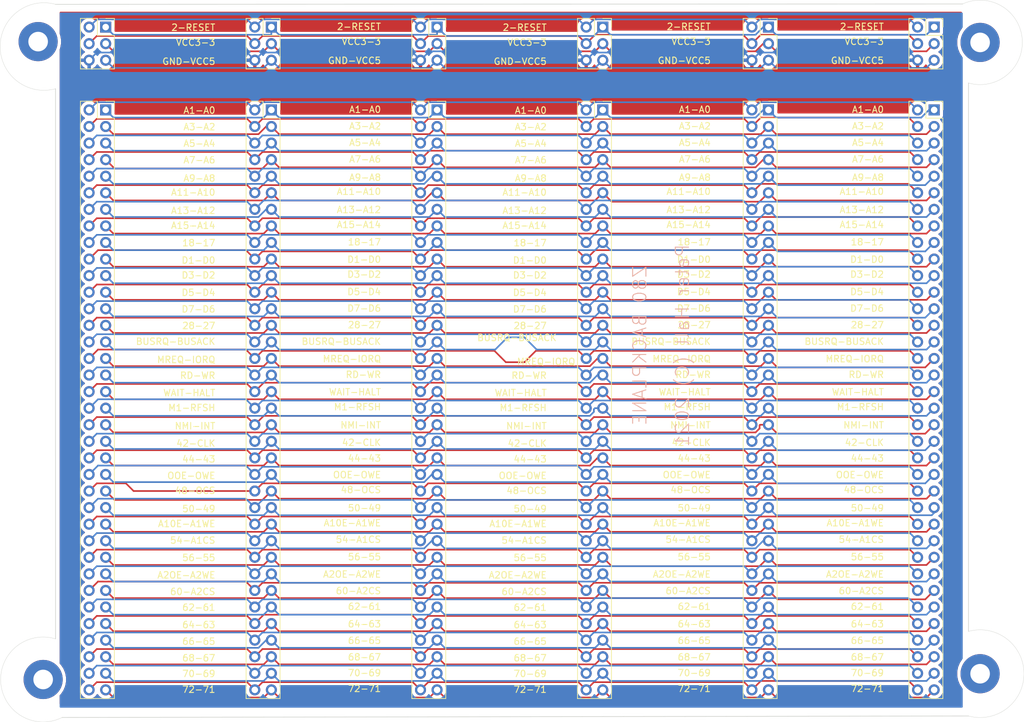
<source format=kicad_pcb>
(kicad_pcb (version 20171130) (host pcbnew "(5.1.8)-1")
  (layers (0 F.Cu signal) (31 B.Cu signal) (34 B.Paste user) (35 F.Paste user) (36 B.SilkS user) (37 F.SilkS user) (38 B.Mask user) (39 F.Mask user) (44 Edge.Cuts user))
  (net 0 "")
  (net 1 /A6)
  (net 2 /A5)
  (net 3 /A4)
  (net 4 /A3)
  (net 5 /A2)
  (net 6 /A1)
  (net 7 /B72)
  (net 8 /B71)
  (net 9 /B70)
  (net 10 /B69)
  (net 11 /B68)
  (net 12 /B67)
  (net 13 /B66)
  (net 14 /B65)
  (net 15 /B64)
  (net 16 /B63)
  (net 17 /B62)
  (net 18 /B61)
  (net 19 /B60)
  (net 20 /B56)
  (net 21 /B55)
  (net 22 /B54)
  (net 23 /B50)
  (net 24 /B49)
  (net 25 /B48)
  (net 26 /B44)
  (net 27 /B43)
  (net 28 /B42)
  (net 29 /B28)
  (net 30 /B27)
  (net 31 /B18)
  (net 32 /B17)
  (net 33 /GND)
  (net 34 /VCC5)
  (net 35 /VCC3)
  (net 36 /RESET)
  (net 37 /A2CS)
  (net 38 /A2OE)
  (net 39 /A2WE)
  (net 40 /A1CS)
  (net 41 /A1OE)
  (net 42 /A1WE)
  (net 43 /OCS)
  (net 44 /OOE)
  (net 45 /OWE)
  (net 46 /CLK)
  (net 47 /NMI)
  (net 48 /INT)
  (net 49 /M1)
  (net 50 /RFSH)
  (net 51 /WAIT)
  (net 52 /HALT)
  (net 53 /RD)
  (net 54 /WR)
  (net 55 /MREQ)
  (net 56 /IORQ)
  (net 57 /BUSRQ)
  (net 58 /BUSACK)
  (net 59 /D7)
  (net 60 /D6)
  (net 61 /D5)
  (net 62 /D4)
  (net 63 /D3)
  (net 64 /D2)
  (net 65 /D1)
  (net 66 /D0)
  (net 67 /A15)
  (net 68 /A14)
  (net 69 /A13)
  (net 70 /A12)
  (net 71 /A11)
  (net 72 /A10)
  (net 73 /A9)
  (net 74 /A8)
  (net 75 /A7)
  (net 76 /A0)
  (net 77 /3)
  (net 78 /2)
  (module MountingHole:MountingHole_3mm_Pad_TopBottom (layer F.Cu) (at 117.415 138.109)
    (fp_text reference H4)
    (fp_text value MountingHole)
    (pad 1 connect circle (at 0 0) (size 6 6) (layers B.Cu B.Mask))
    (pad 1 connect circle (at 0 0) (size 6 6) (layers F.Cu F.Mask))
    (pad 1 thru_hole circle (at 0 0) (size 3.4 3.4) (drill 3) (layers *.Cu *.Mask))
  )
  (module MountingHole:MountingHole_2.1mm (layer F.Cu) (at 189.925 87.57)
    (fp_text reference H5)
    (fp_text value MountingHole)
    (pad "" np_thru_hole circle (at 0 0) (size 2.1 2.1) (drill 2.1) (layers *.Cu *.Mask))
  )
  (module MountingHole:MountingHole_3mm_Pad_TopBottom (layer F.Cu) (at 261.045 40.453)
    (fp_text reference H3)
    (fp_text value MountingHole)
    (pad 1 connect circle (at 0 0) (size 6 6) (layers B.Cu B.Mask))
    (pad 1 connect circle (at 0 0) (size 6 6) (layers F.Cu F.Mask))
    (pad 1 thru_hole circle (at 0 0) (size 3.4 3.4) (drill 3) (layers *.Cu *.Mask))
  )
  (module MountingHole:MountingHole_3mm_Pad_TopBottom (layer F.Cu) (at 116.646 40.326)
    (fp_text reference H2)
    (fp_text value MountingHole)
    (pad 1 connect circle (at 0 0) (size 6 6) (layers B.Cu B.Mask))
    (pad 1 connect circle (at 0 0) (size 6 6) (layers F.Cu F.Mask))
    (pad 1 thru_hole circle (at 0 0) (size 3.4 3.4) (drill 3) (layers *.Cu *.Mask))
  )
  (module MountingHole:MountingHole_3mm_Pad_TopBottom (layer F.Cu) (at 261.045 137.227)
    (fp_text reference H1)
    (fp_text value MountingHole)
    (pad 1 connect circle (at 0 0) (size 6 6) (layers B.Cu B.Mask))
    (pad 1 connect circle (at 0 0) (size 6 6) (layers F.Cu F.Mask))
    (pad 1 thru_hole circle (at 0 0) (size 3.4 3.4) (drill 3) (layers *.Cu *.Mask))
  )
  (module Connector_PinSocket_2.54mm:PinSocket_2x36_P2.54mm_Vertical (layer F.Cu) (at 228.6 50.8)
    (fp_text reference J10)
    (fp_text value Conn_02x36_Top_Bottom_MountingPin)
    (pad 72 thru_hole oval (at -2.54 88.9) (size 1.7 1.7) (drill 1) (layers *.Cu *.Mask) (net 7 /B72))
    (pad 71 thru_hole oval (at 0 88.9) (size 1.7 1.7) (drill 1) (layers *.Cu *.Mask) (net 8 /B71))
    (pad 70 thru_hole oval (at -2.54 86.36) (size 1.7 1.7) (drill 1) (layers *.Cu *.Mask) (net 9 /B70))
    (pad 69 thru_hole oval (at 0 86.36) (size 1.7 1.7) (drill 1) (layers *.Cu *.Mask) (net 10 /B69))
    (pad 68 thru_hole oval (at -2.54 83.82) (size 1.7 1.7) (drill 1) (layers *.Cu *.Mask) (net 11 /B68))
    (pad 67 thru_hole oval (at 0 83.82) (size 1.7 1.7) (drill 1) (layers *.Cu *.Mask) (net 12 /B67))
    (pad 66 thru_hole oval (at -2.54 81.28) (size 1.7 1.7) (drill 1) (layers *.Cu *.Mask) (net 13 /B66))
    (pad 65 thru_hole oval (at 0 81.28) (size 1.7 1.7) (drill 1) (layers *.Cu *.Mask) (net 14 /B65))
    (pad 64 thru_hole oval (at -2.54 78.74) (size 1.7 1.7) (drill 1) (layers *.Cu *.Mask) (net 15 /B64))
    (pad 63 thru_hole oval (at 0 78.74) (size 1.7 1.7) (drill 1) (layers *.Cu *.Mask) (net 16 /B63))
    (pad 62 thru_hole oval (at -2.54 76.2) (size 1.7 1.7) (drill 1) (layers *.Cu *.Mask) (net 17 /B62))
    (pad 61 thru_hole oval (at 0 76.2) (size 1.7 1.7) (drill 1) (layers *.Cu *.Mask) (net 18 /B61))
    (pad 60 thru_hole oval (at -2.54 73.66) (size 1.7 1.7) (drill 1) (layers *.Cu *.Mask) (net 19 /B60))
    (pad 59 thru_hole oval (at 0 73.66) (size 1.7 1.7) (drill 1) (layers *.Cu *.Mask) (net 37 /A2CS))
    (pad 58 thru_hole oval (at -2.54 71.12) (size 1.7 1.7) (drill 1) (layers *.Cu *.Mask) (net 38 /A2OE))
    (pad 57 thru_hole oval (at 0 71.12) (size 1.7 1.7) (drill 1) (layers *.Cu *.Mask) (net 39 /A2WE))
    (pad 56 thru_hole oval (at -2.54 68.58) (size 1.7 1.7) (drill 1) (layers *.Cu *.Mask) (net 20 /B56))
    (pad 55 thru_hole oval (at 0 68.58) (size 1.7 1.7) (drill 1) (layers *.Cu *.Mask) (net 21 /B55))
    (pad 54 thru_hole oval (at -2.54 66.04) (size 1.7 1.7) (drill 1) (layers *.Cu *.Mask) (net 22 /B54))
    (pad 53 thru_hole oval (at 0 66.04) (size 1.7 1.7) (drill 1) (layers *.Cu *.Mask) (net 40 /A1CS))
    (pad 52 thru_hole oval (at -2.54 63.5) (size 1.7 1.7) (drill 1) (layers *.Cu *.Mask) (net 41 /A1OE))
    (pad 51 thru_hole oval (at 0 63.5) (size 1.7 1.7) (drill 1) (layers *.Cu *.Mask) (net 42 /A1WE))
    (pad 50 thru_hole oval (at -2.54 60.96) (size 1.7 1.7) (drill 1) (layers *.Cu *.Mask) (net 23 /B50))
    (pad 49 thru_hole oval (at 0 60.96) (size 1.7 1.7) (drill 1) (layers *.Cu *.Mask) (net 24 /B49))
    (pad 48 thru_hole oval (at -2.54 58.42) (size 1.7 1.7) (drill 1) (layers *.Cu *.Mask) (net 25 /B48))
    (pad 47 thru_hole oval (at 0 58.42) (size 1.7 1.7) (drill 1) (layers *.Cu *.Mask) (net 43 /OCS))
    (pad 46 thru_hole oval (at -2.54 55.88) (size 1.7 1.7) (drill 1) (layers *.Cu *.Mask) (net 44 /OOE))
    (pad 45 thru_hole oval (at 0 55.88) (size 1.7 1.7) (drill 1) (layers *.Cu *.Mask) (net 45 /OWE))
    (pad 44 thru_hole oval (at -2.54 53.34) (size 1.7 1.7) (drill 1) (layers *.Cu *.Mask) (net 26 /B44))
    (pad 43 thru_hole oval (at 0 53.34) (size 1.7 1.7) (drill 1) (layers *.Cu *.Mask) (net 27 /B43))
    (pad 42 thru_hole oval (at -2.54 50.8) (size 1.7 1.7) (drill 1) (layers *.Cu *.Mask) (net 28 /B42))
    (pad 41 thru_hole oval (at 0 50.8) (size 1.7 1.7) (drill 1) (layers *.Cu *.Mask) (net 46 /CLK))
    (pad 40 thru_hole oval (at -2.54 48.26) (size 1.7 1.7) (drill 1) (layers *.Cu *.Mask) (net 47 /NMI))
    (pad 39 thru_hole oval (at 0 48.26) (size 1.7 1.7) (drill 1) (layers *.Cu *.Mask) (net 48 /INT))
    (pad 38 thru_hole oval (at -2.54 45.72) (size 1.7 1.7) (drill 1) (layers *.Cu *.Mask) (net 49 /M1))
    (pad 37 thru_hole oval (at 0 45.72) (size 1.7 1.7) (drill 1) (layers *.Cu *.Mask) (net 50 /RFSH))
    (pad 36 thru_hole oval (at -2.54 43.18) (size 1.7 1.7) (drill 1) (layers *.Cu *.Mask) (net 51 /WAIT))
    (pad 35 thru_hole oval (at 0 43.18) (size 1.7 1.7) (drill 1) (layers *.Cu *.Mask) (net 52 /HALT))
    (pad 34 thru_hole oval (at -2.54 40.64) (size 1.7 1.7) (drill 1) (layers *.Cu *.Mask) (net 53 /RD))
    (pad 33 thru_hole oval (at 0 40.64) (size 1.7 1.7) (drill 1) (layers *.Cu *.Mask) (net 54 /WR))
    (pad 32 thru_hole oval (at -2.54 38.1) (size 1.7 1.7) (drill 1) (layers *.Cu *.Mask) (net 55 /MREQ))
    (pad 31 thru_hole oval (at 0 38.1) (size 1.7 1.7) (drill 1) (layers *.Cu *.Mask) (net 56 /IORQ))
    (pad 30 thru_hole oval (at -2.54 35.56) (size 1.7 1.7) (drill 1) (layers *.Cu *.Mask) (net 57 /BUSRQ))
    (pad 29 thru_hole oval (at 0 35.56) (size 1.7 1.7) (drill 1) (layers *.Cu *.Mask) (net 58 /BUSACK))
    (pad 28 thru_hole oval (at -2.54 33.02) (size 1.7 1.7) (drill 1) (layers *.Cu *.Mask) (net 29 /B28))
    (pad 27 thru_hole oval (at 0 33.02) (size 1.7 1.7) (drill 1) (layers *.Cu *.Mask) (net 30 /B27))
    (pad 26 thru_hole oval (at -2.54 30.48) (size 1.7 1.7) (drill 1) (layers *.Cu *.Mask) (net 59 /D7))
    (pad 25 thru_hole oval (at 0 30.48) (size 1.7 1.7) (drill 1) (layers *.Cu *.Mask) (net 60 /D6))
    (pad 24 thru_hole oval (at -2.54 27.94) (size 1.7 1.7) (drill 1) (layers *.Cu *.Mask) (net 61 /D5))
    (pad 23 thru_hole oval (at 0 27.94) (size 1.7 1.7) (drill 1) (layers *.Cu *.Mask) (net 62 /D4))
    (pad 22 thru_hole oval (at -2.54 25.4) (size 1.7 1.7) (drill 1) (layers *.Cu *.Mask) (net 63 /D3))
    (pad 21 thru_hole oval (at 0 25.4) (size 1.7 1.7) (drill 1) (layers *.Cu *.Mask) (net 64 /D2))
    (pad 20 thru_hole oval (at -2.54 22.86) (size 1.7 1.7) (drill 1) (layers *.Cu *.Mask) (net 65 /D1))
    (pad 19 thru_hole oval (at 0 22.86) (size 1.7 1.7) (drill 1) (layers *.Cu *.Mask) (net 66 /D0))
    (pad 18 thru_hole oval (at -2.54 20.32) (size 1.7 1.7) (drill 1) (layers *.Cu *.Mask) (net 31 /B18))
    (pad 17 thru_hole oval (at 0 20.32) (size 1.7 1.7) (drill 1) (layers *.Cu *.Mask) (net 32 /B17))
    (pad 16 thru_hole oval (at -2.54 17.78) (size 1.7 1.7) (drill 1) (layers *.Cu *.Mask) (net 67 /A15))
    (pad 15 thru_hole oval (at 0 17.78) (size 1.7 1.7) (drill 1) (layers *.Cu *.Mask) (net 68 /A14))
    (pad 14 thru_hole oval (at -2.54 15.24) (size 1.7 1.7) (drill 1) (layers *.Cu *.Mask) (net 69 /A13))
    (pad 13 thru_hole oval (at 0 15.24) (size 1.7 1.7) (drill 1) (layers *.Cu *.Mask) (net 70 /A12))
    (pad 12 thru_hole oval (at -2.54 12.7) (size 1.7 1.7) (drill 1) (layers *.Cu *.Mask) (net 71 /A11))
    (pad 11 thru_hole oval (at 0 12.7) (size 1.7 1.7) (drill 1) (layers *.Cu *.Mask) (net 72 /A10))
    (pad 10 thru_hole oval (at -2.54 10.16) (size 1.7 1.7) (drill 1) (layers *.Cu *.Mask) (net 73 /A9))
    (pad 9 thru_hole oval (at 0 10.16) (size 1.7 1.7) (drill 1) (layers *.Cu *.Mask) (net 74 /A8))
    (pad 8 thru_hole oval (at -2.54 7.62) (size 1.7 1.7) (drill 1) (layers *.Cu *.Mask) (net 75 /A7))
    (pad 7 thru_hole oval (at 0 7.62) (size 1.7 1.7) (drill 1) (layers *.Cu *.Mask) (net 1 /A6))
    (pad 6 thru_hole oval (at -2.54 5.08) (size 1.7 1.7) (drill 1) (layers *.Cu *.Mask) (net 2 /A5))
    (pad 5 thru_hole oval (at 0 5.08) (size 1.7 1.7) (drill 1) (layers *.Cu *.Mask) (net 3 /A4))
    (pad 4 thru_hole oval (at -2.54 2.54) (size 1.7 1.7) (drill 1) (layers *.Cu *.Mask) (net 4 /A3))
    (pad 3 thru_hole oval (at 0 2.54) (size 1.7 1.7) (drill 1) (layers *.Cu *.Mask) (net 5 /A2))
    (pad 2 thru_hole oval (at -2.54 0) (size 1.7 1.7) (drill 1) (layers *.Cu *.Mask) (net 6 /A1))
    (pad 1 thru_hole rect (at 0 0) (size 1.7 1.7) (drill 1) (layers *.Cu *.Mask) (net 76 /A0))
  )
  (module Connector_PinSocket_2.54mm:PinSocket_2x36_P2.54mm_Vertical (layer F.Cu) (at 203.2 50.8)
    (fp_text reference J8)
    (fp_text value Conn_02x36_Top_Bottom_MountingPin)
    (pad 72 thru_hole oval (at -2.54 88.9) (size 1.7 1.7) (drill 1) (layers *.Cu *.Mask) (net 7 /B72))
    (pad 71 thru_hole oval (at 0 88.9) (size 1.7 1.7) (drill 1) (layers *.Cu *.Mask) (net 8 /B71))
    (pad 70 thru_hole oval (at -2.54 86.36) (size 1.7 1.7) (drill 1) (layers *.Cu *.Mask) (net 9 /B70))
    (pad 69 thru_hole oval (at 0 86.36) (size 1.7 1.7) (drill 1) (layers *.Cu *.Mask) (net 10 /B69))
    (pad 68 thru_hole oval (at -2.54 83.82) (size 1.7 1.7) (drill 1) (layers *.Cu *.Mask) (net 11 /B68))
    (pad 67 thru_hole oval (at 0 83.82) (size 1.7 1.7) (drill 1) (layers *.Cu *.Mask) (net 12 /B67))
    (pad 66 thru_hole oval (at -2.54 81.28) (size 1.7 1.7) (drill 1) (layers *.Cu *.Mask) (net 13 /B66))
    (pad 65 thru_hole oval (at 0 81.28) (size 1.7 1.7) (drill 1) (layers *.Cu *.Mask) (net 14 /B65))
    (pad 64 thru_hole oval (at -2.54 78.74) (size 1.7 1.7) (drill 1) (layers *.Cu *.Mask) (net 15 /B64))
    (pad 63 thru_hole oval (at 0 78.74) (size 1.7 1.7) (drill 1) (layers *.Cu *.Mask) (net 16 /B63))
    (pad 62 thru_hole oval (at -2.54 76.2) (size 1.7 1.7) (drill 1) (layers *.Cu *.Mask) (net 17 /B62))
    (pad 61 thru_hole oval (at 0 76.2) (size 1.7 1.7) (drill 1) (layers *.Cu *.Mask) (net 18 /B61))
    (pad 60 thru_hole oval (at -2.54 73.66) (size 1.7 1.7) (drill 1) (layers *.Cu *.Mask) (net 19 /B60))
    (pad 59 thru_hole oval (at 0 73.66) (size 1.7 1.7) (drill 1) (layers *.Cu *.Mask) (net 37 /A2CS))
    (pad 58 thru_hole oval (at -2.54 71.12) (size 1.7 1.7) (drill 1) (layers *.Cu *.Mask) (net 38 /A2OE))
    (pad 57 thru_hole oval (at 0 71.12) (size 1.7 1.7) (drill 1) (layers *.Cu *.Mask) (net 39 /A2WE))
    (pad 56 thru_hole oval (at -2.54 68.58) (size 1.7 1.7) (drill 1) (layers *.Cu *.Mask) (net 20 /B56))
    (pad 55 thru_hole oval (at 0 68.58) (size 1.7 1.7) (drill 1) (layers *.Cu *.Mask) (net 21 /B55))
    (pad 54 thru_hole oval (at -2.54 66.04) (size 1.7 1.7) (drill 1) (layers *.Cu *.Mask) (net 22 /B54))
    (pad 53 thru_hole oval (at 0 66.04) (size 1.7 1.7) (drill 1) (layers *.Cu *.Mask) (net 40 /A1CS))
    (pad 52 thru_hole oval (at -2.54 63.5) (size 1.7 1.7) (drill 1) (layers *.Cu *.Mask) (net 41 /A1OE))
    (pad 51 thru_hole oval (at 0 63.5) (size 1.7 1.7) (drill 1) (layers *.Cu *.Mask) (net 42 /A1WE))
    (pad 50 thru_hole oval (at -2.54 60.96) (size 1.7 1.7) (drill 1) (layers *.Cu *.Mask) (net 23 /B50))
    (pad 49 thru_hole oval (at 0 60.96) (size 1.7 1.7) (drill 1) (layers *.Cu *.Mask) (net 24 /B49))
    (pad 48 thru_hole oval (at -2.54 58.42) (size 1.7 1.7) (drill 1) (layers *.Cu *.Mask) (net 25 /B48))
    (pad 47 thru_hole oval (at 0 58.42) (size 1.7 1.7) (drill 1) (layers *.Cu *.Mask) (net 43 /OCS))
    (pad 46 thru_hole oval (at -2.54 55.88) (size 1.7 1.7) (drill 1) (layers *.Cu *.Mask) (net 44 /OOE))
    (pad 45 thru_hole oval (at 0 55.88) (size 1.7 1.7) (drill 1) (layers *.Cu *.Mask) (net 45 /OWE))
    (pad 44 thru_hole oval (at -2.54 53.34) (size 1.7 1.7) (drill 1) (layers *.Cu *.Mask) (net 26 /B44))
    (pad 43 thru_hole oval (at 0 53.34) (size 1.7 1.7) (drill 1) (layers *.Cu *.Mask) (net 27 /B43))
    (pad 42 thru_hole oval (at -2.54 50.8) (size 1.7 1.7) (drill 1) (layers *.Cu *.Mask) (net 28 /B42))
    (pad 41 thru_hole oval (at 0 50.8) (size 1.7 1.7) (drill 1) (layers *.Cu *.Mask) (net 46 /CLK))
    (pad 40 thru_hole oval (at -2.54 48.26) (size 1.7 1.7) (drill 1) (layers *.Cu *.Mask) (net 47 /NMI))
    (pad 39 thru_hole oval (at 0 48.26) (size 1.7 1.7) (drill 1) (layers *.Cu *.Mask) (net 48 /INT))
    (pad 38 thru_hole oval (at -2.54 45.72) (size 1.7 1.7) (drill 1) (layers *.Cu *.Mask) (net 49 /M1))
    (pad 37 thru_hole oval (at 0 45.72) (size 1.7 1.7) (drill 1) (layers *.Cu *.Mask) (net 50 /RFSH))
    (pad 36 thru_hole oval (at -2.54 43.18) (size 1.7 1.7) (drill 1) (layers *.Cu *.Mask) (net 51 /WAIT))
    (pad 35 thru_hole oval (at 0 43.18) (size 1.7 1.7) (drill 1) (layers *.Cu *.Mask) (net 52 /HALT))
    (pad 34 thru_hole oval (at -2.54 40.64) (size 1.7 1.7) (drill 1) (layers *.Cu *.Mask) (net 53 /RD))
    (pad 33 thru_hole oval (at 0 40.64) (size 1.7 1.7) (drill 1) (layers *.Cu *.Mask) (net 54 /WR))
    (pad 32 thru_hole oval (at -2.54 38.1) (size 1.7 1.7) (drill 1) (layers *.Cu *.Mask) (net 55 /MREQ))
    (pad 31 thru_hole oval (at 0 38.1) (size 1.7 1.7) (drill 1) (layers *.Cu *.Mask) (net 56 /IORQ))
    (pad 30 thru_hole oval (at -2.54 35.56) (size 1.7 1.7) (drill 1) (layers *.Cu *.Mask) (net 57 /BUSRQ))
    (pad 29 thru_hole oval (at 0 35.56) (size 1.7 1.7) (drill 1) (layers *.Cu *.Mask) (net 58 /BUSACK))
    (pad 28 thru_hole oval (at -2.54 33.02) (size 1.7 1.7) (drill 1) (layers *.Cu *.Mask) (net 29 /B28))
    (pad 27 thru_hole oval (at 0 33.02) (size 1.7 1.7) (drill 1) (layers *.Cu *.Mask) (net 30 /B27))
    (pad 26 thru_hole oval (at -2.54 30.48) (size 1.7 1.7) (drill 1) (layers *.Cu *.Mask) (net 59 /D7))
    (pad 25 thru_hole oval (at 0 30.48) (size 1.7 1.7) (drill 1) (layers *.Cu *.Mask) (net 60 /D6))
    (pad 24 thru_hole oval (at -2.54 27.94) (size 1.7 1.7) (drill 1) (layers *.Cu *.Mask) (net 61 /D5))
    (pad 23 thru_hole oval (at 0 27.94) (size 1.7 1.7) (drill 1) (layers *.Cu *.Mask) (net 62 /D4))
    (pad 22 thru_hole oval (at -2.54 25.4) (size 1.7 1.7) (drill 1) (layers *.Cu *.Mask) (net 63 /D3))
    (pad 21 thru_hole oval (at 0 25.4) (size 1.7 1.7) (drill 1) (layers *.Cu *.Mask) (net 64 /D2))
    (pad 20 thru_hole oval (at -2.54 22.86) (size 1.7 1.7) (drill 1) (layers *.Cu *.Mask) (net 65 /D1))
    (pad 19 thru_hole oval (at 0 22.86) (size 1.7 1.7) (drill 1) (layers *.Cu *.Mask) (net 66 /D0))
    (pad 18 thru_hole oval (at -2.54 20.32) (size 1.7 1.7) (drill 1) (layers *.Cu *.Mask) (net 31 /B18))
    (pad 17 thru_hole oval (at 0 20.32) (size 1.7 1.7) (drill 1) (layers *.Cu *.Mask) (net 32 /B17))
    (pad 16 thru_hole oval (at -2.54 17.78) (size 1.7 1.7) (drill 1) (layers *.Cu *.Mask) (net 67 /A15))
    (pad 15 thru_hole oval (at 0 17.78) (size 1.7 1.7) (drill 1) (layers *.Cu *.Mask) (net 68 /A14))
    (pad 14 thru_hole oval (at -2.54 15.24) (size 1.7 1.7) (drill 1) (layers *.Cu *.Mask) (net 69 /A13))
    (pad 13 thru_hole oval (at 0 15.24) (size 1.7 1.7) (drill 1) (layers *.Cu *.Mask) (net 70 /A12))
    (pad 12 thru_hole oval (at -2.54 12.7) (size 1.7 1.7) (drill 1) (layers *.Cu *.Mask) (net 71 /A11))
    (pad 11 thru_hole oval (at 0 12.7) (size 1.7 1.7) (drill 1) (layers *.Cu *.Mask) (net 72 /A10))
    (pad 10 thru_hole oval (at -2.54 10.16) (size 1.7 1.7) (drill 1) (layers *.Cu *.Mask) (net 73 /A9))
    (pad 9 thru_hole oval (at 0 10.16) (size 1.7 1.7) (drill 1) (layers *.Cu *.Mask) (net 74 /A8))
    (pad 8 thru_hole oval (at -2.54 7.62) (size 1.7 1.7) (drill 1) (layers *.Cu *.Mask) (net 75 /A7))
    (pad 7 thru_hole oval (at 0 7.62) (size 1.7 1.7) (drill 1) (layers *.Cu *.Mask) (net 1 /A6))
    (pad 6 thru_hole oval (at -2.54 5.08) (size 1.7 1.7) (drill 1) (layers *.Cu *.Mask) (net 2 /A5))
    (pad 5 thru_hole oval (at 0 5.08) (size 1.7 1.7) (drill 1) (layers *.Cu *.Mask) (net 3 /A4))
    (pad 4 thru_hole oval (at -2.54 2.54) (size 1.7 1.7) (drill 1) (layers *.Cu *.Mask) (net 4 /A3))
    (pad 3 thru_hole oval (at 0 2.54) (size 1.7 1.7) (drill 1) (layers *.Cu *.Mask) (net 5 /A2))
    (pad 2 thru_hole oval (at -2.54 0) (size 1.7 1.7) (drill 1) (layers *.Cu *.Mask) (net 6 /A1))
    (pad 1 thru_hole rect (at 0 0) (size 1.7 1.7) (drill 1) (layers *.Cu *.Mask) (net 76 /A0))
  )
  (module Connector_PinSocket_2.54mm:PinSocket_2x36_P2.54mm_Vertical (layer F.Cu) (at 177.8 50.8)
    (fp_text reference J6)
    (fp_text value Conn_02x36_Top_Bottom_MountingPin)
    (pad 72 thru_hole oval (at -2.54 88.9) (size 1.7 1.7) (drill 1) (layers *.Cu *.Mask) (net 7 /B72))
    (pad 71 thru_hole oval (at 0 88.9) (size 1.7 1.7) (drill 1) (layers *.Cu *.Mask) (net 8 /B71))
    (pad 70 thru_hole oval (at -2.54 86.36) (size 1.7 1.7) (drill 1) (layers *.Cu *.Mask) (net 9 /B70))
    (pad 69 thru_hole oval (at 0 86.36) (size 1.7 1.7) (drill 1) (layers *.Cu *.Mask) (net 10 /B69))
    (pad 68 thru_hole oval (at -2.54 83.82) (size 1.7 1.7) (drill 1) (layers *.Cu *.Mask) (net 11 /B68))
    (pad 67 thru_hole oval (at 0 83.82) (size 1.7 1.7) (drill 1) (layers *.Cu *.Mask) (net 12 /B67))
    (pad 66 thru_hole oval (at -2.54 81.28) (size 1.7 1.7) (drill 1) (layers *.Cu *.Mask) (net 13 /B66))
    (pad 65 thru_hole oval (at 0 81.28) (size 1.7 1.7) (drill 1) (layers *.Cu *.Mask) (net 14 /B65))
    (pad 64 thru_hole oval (at -2.54 78.74) (size 1.7 1.7) (drill 1) (layers *.Cu *.Mask) (net 15 /B64))
    (pad 63 thru_hole oval (at 0 78.74) (size 1.7 1.7) (drill 1) (layers *.Cu *.Mask) (net 16 /B63))
    (pad 62 thru_hole oval (at -2.54 76.2) (size 1.7 1.7) (drill 1) (layers *.Cu *.Mask) (net 17 /B62))
    (pad 61 thru_hole oval (at 0 76.2) (size 1.7 1.7) (drill 1) (layers *.Cu *.Mask) (net 18 /B61))
    (pad 60 thru_hole oval (at -2.54 73.66) (size 1.7 1.7) (drill 1) (layers *.Cu *.Mask) (net 19 /B60))
    (pad 59 thru_hole oval (at 0 73.66) (size 1.7 1.7) (drill 1) (layers *.Cu *.Mask) (net 37 /A2CS))
    (pad 58 thru_hole oval (at -2.54 71.12) (size 1.7 1.7) (drill 1) (layers *.Cu *.Mask) (net 38 /A2OE))
    (pad 57 thru_hole oval (at 0 71.12) (size 1.7 1.7) (drill 1) (layers *.Cu *.Mask) (net 39 /A2WE))
    (pad 56 thru_hole oval (at -2.54 68.58) (size 1.7 1.7) (drill 1) (layers *.Cu *.Mask) (net 20 /B56))
    (pad 55 thru_hole oval (at 0 68.58) (size 1.7 1.7) (drill 1) (layers *.Cu *.Mask) (net 21 /B55))
    (pad 54 thru_hole oval (at -2.54 66.04) (size 1.7 1.7) (drill 1) (layers *.Cu *.Mask) (net 22 /B54))
    (pad 53 thru_hole oval (at 0 66.04) (size 1.7 1.7) (drill 1) (layers *.Cu *.Mask) (net 40 /A1CS))
    (pad 52 thru_hole oval (at -2.54 63.5) (size 1.7 1.7) (drill 1) (layers *.Cu *.Mask) (net 41 /A1OE))
    (pad 51 thru_hole oval (at 0 63.5) (size 1.7 1.7) (drill 1) (layers *.Cu *.Mask) (net 42 /A1WE))
    (pad 50 thru_hole oval (at -2.54 60.96) (size 1.7 1.7) (drill 1) (layers *.Cu *.Mask) (net 23 /B50))
    (pad 49 thru_hole oval (at 0 60.96) (size 1.7 1.7) (drill 1) (layers *.Cu *.Mask) (net 24 /B49))
    (pad 48 thru_hole oval (at -2.54 58.42) (size 1.7 1.7) (drill 1) (layers *.Cu *.Mask) (net 25 /B48))
    (pad 47 thru_hole oval (at 0 58.42) (size 1.7 1.7) (drill 1) (layers *.Cu *.Mask) (net 43 /OCS))
    (pad 46 thru_hole oval (at -2.54 55.88) (size 1.7 1.7) (drill 1) (layers *.Cu *.Mask) (net 44 /OOE))
    (pad 45 thru_hole oval (at 0 55.88) (size 1.7 1.7) (drill 1) (layers *.Cu *.Mask) (net 45 /OWE))
    (pad 44 thru_hole oval (at -2.54 53.34) (size 1.7 1.7) (drill 1) (layers *.Cu *.Mask) (net 26 /B44))
    (pad 43 thru_hole oval (at 0 53.34) (size 1.7 1.7) (drill 1) (layers *.Cu *.Mask) (net 27 /B43))
    (pad 42 thru_hole oval (at -2.54 50.8) (size 1.7 1.7) (drill 1) (layers *.Cu *.Mask) (net 28 /B42))
    (pad 41 thru_hole oval (at 0 50.8) (size 1.7 1.7) (drill 1) (layers *.Cu *.Mask) (net 46 /CLK))
    (pad 40 thru_hole oval (at -2.54 48.26) (size 1.7 1.7) (drill 1) (layers *.Cu *.Mask) (net 47 /NMI))
    (pad 39 thru_hole oval (at 0 48.26) (size 1.7 1.7) (drill 1) (layers *.Cu *.Mask) (net 48 /INT))
    (pad 38 thru_hole oval (at -2.54 45.72) (size 1.7 1.7) (drill 1) (layers *.Cu *.Mask) (net 49 /M1))
    (pad 37 thru_hole oval (at 0 45.72) (size 1.7 1.7) (drill 1) (layers *.Cu *.Mask) (net 50 /RFSH))
    (pad 36 thru_hole oval (at -2.54 43.18) (size 1.7 1.7) (drill 1) (layers *.Cu *.Mask) (net 51 /WAIT))
    (pad 35 thru_hole oval (at 0 43.18) (size 1.7 1.7) (drill 1) (layers *.Cu *.Mask) (net 52 /HALT))
    (pad 34 thru_hole oval (at -2.54 40.64) (size 1.7 1.7) (drill 1) (layers *.Cu *.Mask) (net 53 /RD))
    (pad 33 thru_hole oval (at 0 40.64) (size 1.7 1.7) (drill 1) (layers *.Cu *.Mask) (net 54 /WR))
    (pad 32 thru_hole oval (at -2.54 38.1) (size 1.7 1.7) (drill 1) (layers *.Cu *.Mask) (net 55 /MREQ))
    (pad 31 thru_hole oval (at 0 38.1) (size 1.7 1.7) (drill 1) (layers *.Cu *.Mask) (net 56 /IORQ))
    (pad 30 thru_hole oval (at -2.54 35.56) (size 1.7 1.7) (drill 1) (layers *.Cu *.Mask) (net 57 /BUSRQ))
    (pad 29 thru_hole oval (at 0 35.56) (size 1.7 1.7) (drill 1) (layers *.Cu *.Mask) (net 58 /BUSACK))
    (pad 28 thru_hole oval (at -2.54 33.02) (size 1.7 1.7) (drill 1) (layers *.Cu *.Mask) (net 29 /B28))
    (pad 27 thru_hole oval (at 0 33.02) (size 1.7 1.7) (drill 1) (layers *.Cu *.Mask) (net 30 /B27))
    (pad 26 thru_hole oval (at -2.54 30.48) (size 1.7 1.7) (drill 1) (layers *.Cu *.Mask) (net 59 /D7))
    (pad 25 thru_hole oval (at 0 30.48) (size 1.7 1.7) (drill 1) (layers *.Cu *.Mask) (net 60 /D6))
    (pad 24 thru_hole oval (at -2.54 27.94) (size 1.7 1.7) (drill 1) (layers *.Cu *.Mask) (net 61 /D5))
    (pad 23 thru_hole oval (at 0 27.94) (size 1.7 1.7) (drill 1) (layers *.Cu *.Mask) (net 62 /D4))
    (pad 22 thru_hole oval (at -2.54 25.4) (size 1.7 1.7) (drill 1) (layers *.Cu *.Mask) (net 63 /D3))
    (pad 21 thru_hole oval (at 0 25.4) (size 1.7 1.7) (drill 1) (layers *.Cu *.Mask) (net 64 /D2))
    (pad 20 thru_hole oval (at -2.54 22.86) (size 1.7 1.7) (drill 1) (layers *.Cu *.Mask) (net 65 /D1))
    (pad 19 thru_hole oval (at 0 22.86) (size 1.7 1.7) (drill 1) (layers *.Cu *.Mask) (net 66 /D0))
    (pad 18 thru_hole oval (at -2.54 20.32) (size 1.7 1.7) (drill 1) (layers *.Cu *.Mask) (net 31 /B18))
    (pad 17 thru_hole oval (at 0 20.32) (size 1.7 1.7) (drill 1) (layers *.Cu *.Mask) (net 32 /B17))
    (pad 16 thru_hole oval (at -2.54 17.78) (size 1.7 1.7) (drill 1) (layers *.Cu *.Mask) (net 67 /A15))
    (pad 15 thru_hole oval (at 0 17.78) (size 1.7 1.7) (drill 1) (layers *.Cu *.Mask) (net 68 /A14))
    (pad 14 thru_hole oval (at -2.54 15.24) (size 1.7 1.7) (drill 1) (layers *.Cu *.Mask) (net 69 /A13))
    (pad 13 thru_hole oval (at 0 15.24) (size 1.7 1.7) (drill 1) (layers *.Cu *.Mask) (net 70 /A12))
    (pad 12 thru_hole oval (at -2.54 12.7) (size 1.7 1.7) (drill 1) (layers *.Cu *.Mask) (net 71 /A11))
    (pad 11 thru_hole oval (at 0 12.7) (size 1.7 1.7) (drill 1) (layers *.Cu *.Mask) (net 72 /A10))
    (pad 10 thru_hole oval (at -2.54 10.16) (size 1.7 1.7) (drill 1) (layers *.Cu *.Mask) (net 73 /A9))
    (pad 9 thru_hole oval (at 0 10.16) (size 1.7 1.7) (drill 1) (layers *.Cu *.Mask) (net 74 /A8))
    (pad 8 thru_hole oval (at -2.54 7.62) (size 1.7 1.7) (drill 1) (layers *.Cu *.Mask) (net 75 /A7))
    (pad 7 thru_hole oval (at 0 7.62) (size 1.7 1.7) (drill 1) (layers *.Cu *.Mask) (net 1 /A6))
    (pad 6 thru_hole oval (at -2.54 5.08) (size 1.7 1.7) (drill 1) (layers *.Cu *.Mask) (net 2 /A5))
    (pad 5 thru_hole oval (at 0 5.08) (size 1.7 1.7) (drill 1) (layers *.Cu *.Mask) (net 3 /A4))
    (pad 4 thru_hole oval (at -2.54 2.54) (size 1.7 1.7) (drill 1) (layers *.Cu *.Mask) (net 4 /A3))
    (pad 3 thru_hole oval (at 0 2.54) (size 1.7 1.7) (drill 1) (layers *.Cu *.Mask) (net 5 /A2))
    (pad 2 thru_hole oval (at -2.54 0) (size 1.7 1.7) (drill 1) (layers *.Cu *.Mask) (net 6 /A1))
    (pad 1 thru_hole rect (at 0 0) (size 1.7 1.7) (drill 1) (layers *.Cu *.Mask) (net 76 /A0))
  )
  (module Connector_PinSocket_2.54mm:PinSocket_2x36_P2.54mm_Vertical (layer F.Cu) (at 152.4 50.8)
    (fp_text reference J4)
    (fp_text value Conn_02x36_Top_Bottom_MountingPin)
    (pad 72 thru_hole oval (at -2.54 88.9) (size 1.7 1.7) (drill 1) (layers *.Cu *.Mask) (net 7 /B72))
    (pad 71 thru_hole oval (at 0 88.9) (size 1.7 1.7) (drill 1) (layers *.Cu *.Mask) (net 8 /B71))
    (pad 70 thru_hole oval (at -2.54 86.36) (size 1.7 1.7) (drill 1) (layers *.Cu *.Mask) (net 9 /B70))
    (pad 69 thru_hole oval (at 0 86.36) (size 1.7 1.7) (drill 1) (layers *.Cu *.Mask) (net 10 /B69))
    (pad 68 thru_hole oval (at -2.54 83.82) (size 1.7 1.7) (drill 1) (layers *.Cu *.Mask) (net 11 /B68))
    (pad 67 thru_hole oval (at 0 83.82) (size 1.7 1.7) (drill 1) (layers *.Cu *.Mask) (net 12 /B67))
    (pad 66 thru_hole oval (at -2.54 81.28) (size 1.7 1.7) (drill 1) (layers *.Cu *.Mask) (net 13 /B66))
    (pad 65 thru_hole oval (at 0 81.28) (size 1.7 1.7) (drill 1) (layers *.Cu *.Mask) (net 14 /B65))
    (pad 64 thru_hole oval (at -2.54 78.74) (size 1.7 1.7) (drill 1) (layers *.Cu *.Mask) (net 15 /B64))
    (pad 63 thru_hole oval (at 0 78.74) (size 1.7 1.7) (drill 1) (layers *.Cu *.Mask) (net 16 /B63))
    (pad 62 thru_hole oval (at -2.54 76.2) (size 1.7 1.7) (drill 1) (layers *.Cu *.Mask) (net 17 /B62))
    (pad 61 thru_hole oval (at 0 76.2) (size 1.7 1.7) (drill 1) (layers *.Cu *.Mask) (net 18 /B61))
    (pad 60 thru_hole oval (at -2.54 73.66) (size 1.7 1.7) (drill 1) (layers *.Cu *.Mask) (net 19 /B60))
    (pad 59 thru_hole oval (at 0 73.66) (size 1.7 1.7) (drill 1) (layers *.Cu *.Mask) (net 37 /A2CS))
    (pad 58 thru_hole oval (at -2.54 71.12) (size 1.7 1.7) (drill 1) (layers *.Cu *.Mask) (net 38 /A2OE))
    (pad 57 thru_hole oval (at 0 71.12) (size 1.7 1.7) (drill 1) (layers *.Cu *.Mask) (net 39 /A2WE))
    (pad 56 thru_hole oval (at -2.54 68.58) (size 1.7 1.7) (drill 1) (layers *.Cu *.Mask) (net 20 /B56))
    (pad 55 thru_hole oval (at 0 68.58) (size 1.7 1.7) (drill 1) (layers *.Cu *.Mask) (net 21 /B55))
    (pad 54 thru_hole oval (at -2.54 66.04) (size 1.7 1.7) (drill 1) (layers *.Cu *.Mask) (net 22 /B54))
    (pad 53 thru_hole oval (at 0 66.04) (size 1.7 1.7) (drill 1) (layers *.Cu *.Mask) (net 40 /A1CS))
    (pad 52 thru_hole oval (at -2.54 63.5) (size 1.7 1.7) (drill 1) (layers *.Cu *.Mask) (net 41 /A1OE))
    (pad 51 thru_hole oval (at 0 63.5) (size 1.7 1.7) (drill 1) (layers *.Cu *.Mask) (net 42 /A1WE))
    (pad 50 thru_hole oval (at -2.54 60.96) (size 1.7 1.7) (drill 1) (layers *.Cu *.Mask) (net 23 /B50))
    (pad 49 thru_hole oval (at 0 60.96) (size 1.7 1.7) (drill 1) (layers *.Cu *.Mask) (net 24 /B49))
    (pad 48 thru_hole oval (at -2.54 58.42) (size 1.7 1.7) (drill 1) (layers *.Cu *.Mask) (net 25 /B48))
    (pad 47 thru_hole oval (at 0 58.42) (size 1.7 1.7) (drill 1) (layers *.Cu *.Mask) (net 43 /OCS))
    (pad 46 thru_hole oval (at -2.54 55.88) (size 1.7 1.7) (drill 1) (layers *.Cu *.Mask) (net 44 /OOE))
    (pad 45 thru_hole oval (at 0 55.88) (size 1.7 1.7) (drill 1) (layers *.Cu *.Mask) (net 45 /OWE))
    (pad 44 thru_hole oval (at -2.54 53.34) (size 1.7 1.7) (drill 1) (layers *.Cu *.Mask) (net 26 /B44))
    (pad 43 thru_hole oval (at 0 53.34) (size 1.7 1.7) (drill 1) (layers *.Cu *.Mask) (net 27 /B43))
    (pad 42 thru_hole oval (at -2.54 50.8) (size 1.7 1.7) (drill 1) (layers *.Cu *.Mask) (net 28 /B42))
    (pad 41 thru_hole oval (at 0 50.8) (size 1.7 1.7) (drill 1) (layers *.Cu *.Mask) (net 46 /CLK))
    (pad 40 thru_hole oval (at -2.54 48.26) (size 1.7 1.7) (drill 1) (layers *.Cu *.Mask) (net 47 /NMI))
    (pad 39 thru_hole oval (at 0 48.26) (size 1.7 1.7) (drill 1) (layers *.Cu *.Mask) (net 48 /INT))
    (pad 38 thru_hole oval (at -2.54 45.72) (size 1.7 1.7) (drill 1) (layers *.Cu *.Mask) (net 49 /M1))
    (pad 37 thru_hole oval (at 0 45.72) (size 1.7 1.7) (drill 1) (layers *.Cu *.Mask) (net 50 /RFSH))
    (pad 36 thru_hole oval (at -2.54 43.18) (size 1.7 1.7) (drill 1) (layers *.Cu *.Mask) (net 51 /WAIT))
    (pad 35 thru_hole oval (at 0 43.18) (size 1.7 1.7) (drill 1) (layers *.Cu *.Mask) (net 52 /HALT))
    (pad 34 thru_hole oval (at -2.54 40.64) (size 1.7 1.7) (drill 1) (layers *.Cu *.Mask) (net 53 /RD))
    (pad 33 thru_hole oval (at 0 40.64) (size 1.7 1.7) (drill 1) (layers *.Cu *.Mask) (net 54 /WR))
    (pad 32 thru_hole oval (at -2.54 38.1) (size 1.7 1.7) (drill 1) (layers *.Cu *.Mask) (net 55 /MREQ))
    (pad 31 thru_hole oval (at 0 38.1) (size 1.7 1.7) (drill 1) (layers *.Cu *.Mask) (net 56 /IORQ))
    (pad 30 thru_hole oval (at -2.54 35.56) (size 1.7 1.7) (drill 1) (layers *.Cu *.Mask) (net 57 /BUSRQ))
    (pad 29 thru_hole oval (at 0 35.56) (size 1.7 1.7) (drill 1) (layers *.Cu *.Mask) (net 58 /BUSACK))
    (pad 28 thru_hole oval (at -2.54 33.02) (size 1.7 1.7) (drill 1) (layers *.Cu *.Mask) (net 29 /B28))
    (pad 27 thru_hole oval (at 0 33.02) (size 1.7 1.7) (drill 1) (layers *.Cu *.Mask) (net 30 /B27))
    (pad 26 thru_hole oval (at -2.54 30.48) (size 1.7 1.7) (drill 1) (layers *.Cu *.Mask) (net 59 /D7))
    (pad 25 thru_hole oval (at 0 30.48) (size 1.7 1.7) (drill 1) (layers *.Cu *.Mask) (net 60 /D6))
    (pad 24 thru_hole oval (at -2.54 27.94) (size 1.7 1.7) (drill 1) (layers *.Cu *.Mask) (net 61 /D5))
    (pad 23 thru_hole oval (at 0 27.94) (size 1.7 1.7) (drill 1) (layers *.Cu *.Mask) (net 62 /D4))
    (pad 22 thru_hole oval (at -2.54 25.4) (size 1.7 1.7) (drill 1) (layers *.Cu *.Mask) (net 63 /D3))
    (pad 21 thru_hole oval (at 0 25.4) (size 1.7 1.7) (drill 1) (layers *.Cu *.Mask) (net 64 /D2))
    (pad 20 thru_hole oval (at -2.54 22.86) (size 1.7 1.7) (drill 1) (layers *.Cu *.Mask) (net 65 /D1))
    (pad 19 thru_hole oval (at 0 22.86) (size 1.7 1.7) (drill 1) (layers *.Cu *.Mask) (net 66 /D0))
    (pad 18 thru_hole oval (at -2.54 20.32) (size 1.7 1.7) (drill 1) (layers *.Cu *.Mask) (net 31 /B18))
    (pad 17 thru_hole oval (at 0 20.32) (size 1.7 1.7) (drill 1) (layers *.Cu *.Mask) (net 32 /B17))
    (pad 16 thru_hole oval (at -2.54 17.78) (size 1.7 1.7) (drill 1) (layers *.Cu *.Mask) (net 67 /A15))
    (pad 15 thru_hole oval (at 0 17.78) (size 1.7 1.7) (drill 1) (layers *.Cu *.Mask) (net 68 /A14))
    (pad 14 thru_hole oval (at -2.54 15.24) (size 1.7 1.7) (drill 1) (layers *.Cu *.Mask) (net 69 /A13))
    (pad 13 thru_hole oval (at 0 15.24) (size 1.7 1.7) (drill 1) (layers *.Cu *.Mask) (net 70 /A12))
    (pad 12 thru_hole oval (at -2.54 12.7) (size 1.7 1.7) (drill 1) (layers *.Cu *.Mask) (net 71 /A11))
    (pad 11 thru_hole oval (at 0 12.7) (size 1.7 1.7) (drill 1) (layers *.Cu *.Mask) (net 72 /A10))
    (pad 10 thru_hole oval (at -2.54 10.16) (size 1.7 1.7) (drill 1) (layers *.Cu *.Mask) (net 73 /A9))
    (pad 9 thru_hole oval (at 0 10.16) (size 1.7 1.7) (drill 1) (layers *.Cu *.Mask) (net 74 /A8))
    (pad 8 thru_hole oval (at -2.54 7.62) (size 1.7 1.7) (drill 1) (layers *.Cu *.Mask) (net 75 /A7))
    (pad 7 thru_hole oval (at 0 7.62) (size 1.7 1.7) (drill 1) (layers *.Cu *.Mask) (net 1 /A6))
    (pad 6 thru_hole oval (at -2.54 5.08) (size 1.7 1.7) (drill 1) (layers *.Cu *.Mask) (net 2 /A5))
    (pad 5 thru_hole oval (at 0 5.08) (size 1.7 1.7) (drill 1) (layers *.Cu *.Mask) (net 3 /A4))
    (pad 4 thru_hole oval (at -2.54 2.54) (size 1.7 1.7) (drill 1) (layers *.Cu *.Mask) (net 4 /A3))
    (pad 3 thru_hole oval (at 0 2.54) (size 1.7 1.7) (drill 1) (layers *.Cu *.Mask) (net 5 /A2))
    (pad 2 thru_hole oval (at -2.54 0) (size 1.7 1.7) (drill 1) (layers *.Cu *.Mask) (net 6 /A1))
    (pad 1 thru_hole rect (at 0 0) (size 1.7 1.7) (drill 1) (layers *.Cu *.Mask) (net 76 /A0))
  )
  (module Connector_PinSocket_2.54mm:PinSocket_2x36_P2.54mm_Vertical (layer F.Cu) (at 127 50.8)
    (fp_text reference J2)
    (fp_text value Conn_02x36_Top_Bottom_MountingPin)
    (pad 72 thru_hole oval (at -2.54 88.9) (size 1.7 1.7) (drill 1) (layers *.Cu *.Mask) (net 7 /B72))
    (pad 71 thru_hole oval (at 0 88.9) (size 1.7 1.7) (drill 1) (layers *.Cu *.Mask) (net 8 /B71))
    (pad 70 thru_hole oval (at -2.54 86.36) (size 1.7 1.7) (drill 1) (layers *.Cu *.Mask) (net 9 /B70))
    (pad 69 thru_hole oval (at 0 86.36) (size 1.7 1.7) (drill 1) (layers *.Cu *.Mask) (net 10 /B69))
    (pad 68 thru_hole oval (at -2.54 83.82) (size 1.7 1.7) (drill 1) (layers *.Cu *.Mask) (net 11 /B68))
    (pad 67 thru_hole oval (at 0 83.82) (size 1.7 1.7) (drill 1) (layers *.Cu *.Mask) (net 12 /B67))
    (pad 66 thru_hole oval (at -2.54 81.28) (size 1.7 1.7) (drill 1) (layers *.Cu *.Mask) (net 13 /B66))
    (pad 65 thru_hole oval (at 0 81.28) (size 1.7 1.7) (drill 1) (layers *.Cu *.Mask) (net 14 /B65))
    (pad 64 thru_hole oval (at -2.54 78.74) (size 1.7 1.7) (drill 1) (layers *.Cu *.Mask) (net 15 /B64))
    (pad 63 thru_hole oval (at 0 78.74) (size 1.7 1.7) (drill 1) (layers *.Cu *.Mask) (net 16 /B63))
    (pad 62 thru_hole oval (at -2.54 76.2) (size 1.7 1.7) (drill 1) (layers *.Cu *.Mask) (net 17 /B62))
    (pad 61 thru_hole oval (at 0 76.2) (size 1.7 1.7) (drill 1) (layers *.Cu *.Mask) (net 18 /B61))
    (pad 60 thru_hole oval (at -2.54 73.66) (size 1.7 1.7) (drill 1) (layers *.Cu *.Mask) (net 19 /B60))
    (pad 59 thru_hole oval (at 0 73.66) (size 1.7 1.7) (drill 1) (layers *.Cu *.Mask) (net 37 /A2CS))
    (pad 58 thru_hole oval (at -2.54 71.12) (size 1.7 1.7) (drill 1) (layers *.Cu *.Mask) (net 38 /A2OE))
    (pad 57 thru_hole oval (at 0 71.12) (size 1.7 1.7) (drill 1) (layers *.Cu *.Mask) (net 39 /A2WE))
    (pad 56 thru_hole oval (at -2.54 68.58) (size 1.7 1.7) (drill 1) (layers *.Cu *.Mask) (net 20 /B56))
    (pad 55 thru_hole oval (at 0 68.58) (size 1.7 1.7) (drill 1) (layers *.Cu *.Mask) (net 21 /B55))
    (pad 54 thru_hole oval (at -2.54 66.04) (size 1.7 1.7) (drill 1) (layers *.Cu *.Mask) (net 22 /B54))
    (pad 53 thru_hole oval (at 0 66.04) (size 1.7 1.7) (drill 1) (layers *.Cu *.Mask) (net 40 /A1CS))
    (pad 52 thru_hole oval (at -2.54 63.5) (size 1.7 1.7) (drill 1) (layers *.Cu *.Mask) (net 41 /A1OE))
    (pad 51 thru_hole oval (at 0 63.5) (size 1.7 1.7) (drill 1) (layers *.Cu *.Mask) (net 42 /A1WE))
    (pad 50 thru_hole oval (at -2.54 60.96) (size 1.7 1.7) (drill 1) (layers *.Cu *.Mask) (net 23 /B50))
    (pad 49 thru_hole oval (at 0 60.96) (size 1.7 1.7) (drill 1) (layers *.Cu *.Mask) (net 24 /B49))
    (pad 48 thru_hole oval (at -2.54 58.42) (size 1.7 1.7) (drill 1) (layers *.Cu *.Mask) (net 25 /B48))
    (pad 47 thru_hole oval (at 0 58.42) (size 1.7 1.7) (drill 1) (layers *.Cu *.Mask) (net 43 /OCS))
    (pad 46 thru_hole oval (at -2.54 55.88) (size 1.7 1.7) (drill 1) (layers *.Cu *.Mask) (net 44 /OOE))
    (pad 45 thru_hole oval (at 0 55.88) (size 1.7 1.7) (drill 1) (layers *.Cu *.Mask) (net 45 /OWE))
    (pad 44 thru_hole oval (at -2.54 53.34) (size 1.7 1.7) (drill 1) (layers *.Cu *.Mask) (net 26 /B44))
    (pad 43 thru_hole oval (at 0 53.34) (size 1.7 1.7) (drill 1) (layers *.Cu *.Mask) (net 27 /B43))
    (pad 42 thru_hole oval (at -2.54 50.8) (size 1.7 1.7) (drill 1) (layers *.Cu *.Mask) (net 28 /B42))
    (pad 41 thru_hole oval (at 0 50.8) (size 1.7 1.7) (drill 1) (layers *.Cu *.Mask) (net 46 /CLK))
    (pad 40 thru_hole oval (at -2.54 48.26) (size 1.7 1.7) (drill 1) (layers *.Cu *.Mask) (net 47 /NMI))
    (pad 39 thru_hole oval (at 0 48.26) (size 1.7 1.7) (drill 1) (layers *.Cu *.Mask) (net 48 /INT))
    (pad 38 thru_hole oval (at -2.54 45.72) (size 1.7 1.7) (drill 1) (layers *.Cu *.Mask) (net 49 /M1))
    (pad 37 thru_hole oval (at 0 45.72) (size 1.7 1.7) (drill 1) (layers *.Cu *.Mask) (net 50 /RFSH))
    (pad 36 thru_hole oval (at -2.54 43.18) (size 1.7 1.7) (drill 1) (layers *.Cu *.Mask) (net 51 /WAIT))
    (pad 35 thru_hole oval (at 0 43.18) (size 1.7 1.7) (drill 1) (layers *.Cu *.Mask) (net 52 /HALT))
    (pad 34 thru_hole oval (at -2.54 40.64) (size 1.7 1.7) (drill 1) (layers *.Cu *.Mask) (net 53 /RD))
    (pad 33 thru_hole oval (at 0 40.64) (size 1.7 1.7) (drill 1) (layers *.Cu *.Mask) (net 54 /WR))
    (pad 32 thru_hole oval (at -2.54 38.1) (size 1.7 1.7) (drill 1) (layers *.Cu *.Mask) (net 55 /MREQ))
    (pad 31 thru_hole oval (at 0 38.1) (size 1.7 1.7) (drill 1) (layers *.Cu *.Mask) (net 56 /IORQ))
    (pad 30 thru_hole oval (at -2.54 35.56) (size 1.7 1.7) (drill 1) (layers *.Cu *.Mask) (net 57 /BUSRQ))
    (pad 29 thru_hole oval (at 0 35.56) (size 1.7 1.7) (drill 1) (layers *.Cu *.Mask) (net 58 /BUSACK))
    (pad 28 thru_hole oval (at -2.54 33.02) (size 1.7 1.7) (drill 1) (layers *.Cu *.Mask) (net 29 /B28))
    (pad 27 thru_hole oval (at 0 33.02) (size 1.7 1.7) (drill 1) (layers *.Cu *.Mask) (net 30 /B27))
    (pad 26 thru_hole oval (at -2.54 30.48) (size 1.7 1.7) (drill 1) (layers *.Cu *.Mask) (net 59 /D7))
    (pad 25 thru_hole oval (at 0 30.48) (size 1.7 1.7) (drill 1) (layers *.Cu *.Mask) (net 60 /D6))
    (pad 24 thru_hole oval (at -2.54 27.94) (size 1.7 1.7) (drill 1) (layers *.Cu *.Mask) (net 61 /D5))
    (pad 23 thru_hole oval (at 0 27.94) (size 1.7 1.7) (drill 1) (layers *.Cu *.Mask) (net 62 /D4))
    (pad 22 thru_hole oval (at -2.54 25.4) (size 1.7 1.7) (drill 1) (layers *.Cu *.Mask) (net 63 /D3))
    (pad 21 thru_hole oval (at 0 25.4) (size 1.7 1.7) (drill 1) (layers *.Cu *.Mask) (net 64 /D2))
    (pad 20 thru_hole oval (at -2.54 22.86) (size 1.7 1.7) (drill 1) (layers *.Cu *.Mask) (net 65 /D1))
    (pad 19 thru_hole oval (at 0 22.86) (size 1.7 1.7) (drill 1) (layers *.Cu *.Mask) (net 66 /D0))
    (pad 18 thru_hole oval (at -2.54 20.32) (size 1.7 1.7) (drill 1) (layers *.Cu *.Mask) (net 31 /B18))
    (pad 17 thru_hole oval (at 0 20.32) (size 1.7 1.7) (drill 1) (layers *.Cu *.Mask) (net 32 /B17))
    (pad 16 thru_hole oval (at -2.54 17.78) (size 1.7 1.7) (drill 1) (layers *.Cu *.Mask) (net 67 /A15))
    (pad 15 thru_hole oval (at 0 17.78) (size 1.7 1.7) (drill 1) (layers *.Cu *.Mask) (net 68 /A14))
    (pad 14 thru_hole oval (at -2.54 15.24) (size 1.7 1.7) (drill 1) (layers *.Cu *.Mask) (net 69 /A13))
    (pad 13 thru_hole oval (at 0 15.24) (size 1.7 1.7) (drill 1) (layers *.Cu *.Mask) (net 70 /A12))
    (pad 12 thru_hole oval (at -2.54 12.7) (size 1.7 1.7) (drill 1) (layers *.Cu *.Mask) (net 71 /A11))
    (pad 11 thru_hole oval (at 0 12.7) (size 1.7 1.7) (drill 1) (layers *.Cu *.Mask) (net 72 /A10))
    (pad 10 thru_hole oval (at -2.54 10.16) (size 1.7 1.7) (drill 1) (layers *.Cu *.Mask) (net 73 /A9))
    (pad 9 thru_hole oval (at 0 10.16) (size 1.7 1.7) (drill 1) (layers *.Cu *.Mask) (net 74 /A8))
    (pad 8 thru_hole oval (at -2.54 7.62) (size 1.7 1.7) (drill 1) (layers *.Cu *.Mask) (net 75 /A7))
    (pad 7 thru_hole oval (at 0 7.62) (size 1.7 1.7) (drill 1) (layers *.Cu *.Mask) (net 1 /A6))
    (pad 6 thru_hole oval (at -2.54 5.08) (size 1.7 1.7) (drill 1) (layers *.Cu *.Mask) (net 2 /A5))
    (pad 5 thru_hole oval (at 0 5.08) (size 1.7 1.7) (drill 1) (layers *.Cu *.Mask) (net 3 /A4))
    (pad 4 thru_hole oval (at -2.54 2.54) (size 1.7 1.7) (drill 1) (layers *.Cu *.Mask) (net 4 /A3))
    (pad 3 thru_hole oval (at 0 2.54) (size 1.7 1.7) (drill 1) (layers *.Cu *.Mask) (net 5 /A2))
    (pad 2 thru_hole oval (at -2.54 0) (size 1.7 1.7) (drill 1) (layers *.Cu *.Mask) (net 6 /A1))
    (pad 1 thru_hole rect (at 0 0) (size 1.7 1.7) (drill 1) (layers *.Cu *.Mask) (net 76 /A0))
  )
  (module Connector_PinSocket_2.54mm:PinSocket_2x03_P2.54mm_Vertical (layer F.Cu) (at 228.6 38.1)
    (fp_text reference J11)
    (fp_text value Conn_02x03_Top_Bottom_MountingPin)
    (pad 6 thru_hole oval (at -2.54 5.08) (size 1.7 1.7) (drill 1) (layers *.Cu *.Mask) (net 33 /GND))
    (pad 5 thru_hole oval (at 0 5.08) (size 1.7 1.7) (drill 1) (layers *.Cu *.Mask) (net 34 /VCC5))
    (pad 4 thru_hole oval (at -2.54 2.54) (size 1.7 1.7) (drill 1) (layers *.Cu *.Mask) (net 35 /VCC3))
    (pad 3 thru_hole oval (at 0 2.54) (size 1.7 1.7) (drill 1) (layers *.Cu *.Mask) (net 77 /3))
    (pad 2 thru_hole oval (at -2.54 0) (size 1.7 1.7) (drill 1) (layers *.Cu *.Mask) (net 78 /2))
    (pad 1 thru_hole rect (at 0 0) (size 1.7 1.7) (drill 1) (layers *.Cu *.Mask) (net 36 /RESET))
  )
  (module Connector_PinSocket_2.54mm:PinSocket_2x03_P2.54mm_Vertical (layer F.Cu) (at 127 38.1)
    (fp_text reference J9)
    (fp_text value Conn_02x03_Top_Bottom_MountingPin)
    (pad 6 thru_hole oval (at -2.54 5.08) (size 1.7 1.7) (drill 1) (layers *.Cu *.Mask) (net 33 /GND))
    (pad 5 thru_hole oval (at 0 5.08) (size 1.7 1.7) (drill 1) (layers *.Cu *.Mask) (net 34 /VCC5))
    (pad 4 thru_hole oval (at -2.54 2.54) (size 1.7 1.7) (drill 1) (layers *.Cu *.Mask) (net 35 /VCC3))
    (pad 3 thru_hole oval (at 0 2.54) (size 1.7 1.7) (drill 1) (layers *.Cu *.Mask) (net 77 /3))
    (pad 2 thru_hole oval (at -2.54 0) (size 1.7 1.7) (drill 1) (layers *.Cu *.Mask) (net 78 /2))
    (pad 1 thru_hole rect (at 0 0) (size 1.7 1.7) (drill 1) (layers *.Cu *.Mask) (net 36 /RESET))
  )
  (module Connector_PinSocket_2.54mm:PinSocket_2x03_P2.54mm_Vertical (layer F.Cu) (at 254 38.1)
    (fp_text reference J7)
    (fp_text value Conn_02x03_Top_Bottom_MountingPin)
    (pad 6 thru_hole oval (at -2.54 5.08) (size 1.7 1.7) (drill 1) (layers *.Cu *.Mask) (net 33 /GND))
    (pad 5 thru_hole oval (at 0 5.08) (size 1.7 1.7) (drill 1) (layers *.Cu *.Mask) (net 34 /VCC5))
    (pad 4 thru_hole oval (at -2.54 2.54) (size 1.7 1.7) (drill 1) (layers *.Cu *.Mask) (net 35 /VCC3))
    (pad 3 thru_hole oval (at 0 2.54) (size 1.7 1.7) (drill 1) (layers *.Cu *.Mask) (net 77 /3))
    (pad 2 thru_hole oval (at -2.54 0) (size 1.7 1.7) (drill 1) (layers *.Cu *.Mask) (net 78 /2))
    (pad 1 thru_hole rect (at 0 0) (size 1.7 1.7) (drill 1) (layers *.Cu *.Mask) (net 36 /RESET))
  )
  (module Connector_PinSocket_2.54mm:PinSocket_2x03_P2.54mm_Vertical (layer F.Cu) (at 203.2 38.1)
    (fp_text reference J5)
    (fp_text value Conn_02x03_Top_Bottom_MountingPin)
    (pad 6 thru_hole oval (at -2.54 5.08) (size 1.7 1.7) (drill 1) (layers *.Cu *.Mask) (net 33 /GND))
    (pad 5 thru_hole oval (at 0 5.08) (size 1.7 1.7) (drill 1) (layers *.Cu *.Mask) (net 34 /VCC5))
    (pad 4 thru_hole oval (at -2.54 2.54) (size 1.7 1.7) (drill 1) (layers *.Cu *.Mask) (net 35 /VCC3))
    (pad 3 thru_hole oval (at 0 2.54) (size 1.7 1.7) (drill 1) (layers *.Cu *.Mask) (net 77 /3))
    (pad 2 thru_hole oval (at -2.54 0) (size 1.7 1.7) (drill 1) (layers *.Cu *.Mask) (net 78 /2))
    (pad 1 thru_hole rect (at 0 0) (size 1.7 1.7) (drill 1) (layers *.Cu *.Mask) (net 36 /RESET))
  )
  (module Connector_PinSocket_2.54mm:PinSocket_2x03_P2.54mm_Vertical (layer F.Cu) (at 152.4 38.1)
    (fp_text reference J3)
    (fp_text value Conn_02x03_Top_Bottom_MountingPin)
    (pad 6 thru_hole oval (at -2.54 5.08) (size 1.7 1.7) (drill 1) (layers *.Cu *.Mask) (net 33 /GND))
    (pad 5 thru_hole oval (at 0 5.08) (size 1.7 1.7) (drill 1) (layers *.Cu *.Mask) (net 34 /VCC5))
    (pad 4 thru_hole oval (at -2.54 2.54) (size 1.7 1.7) (drill 1) (layers *.Cu *.Mask) (net 35 /VCC3))
    (pad 3 thru_hole oval (at 0 2.54) (size 1.7 1.7) (drill 1) (layers *.Cu *.Mask) (net 77 /3))
    (pad 2 thru_hole oval (at -2.54 0) (size 1.7 1.7) (drill 1) (layers *.Cu *.Mask) (net 78 /2))
    (pad 1 thru_hole rect (at 0 0) (size 1.7 1.7) (drill 1) (layers *.Cu *.Mask) (net 36 /RESET))
  )
  (module Connector_PinSocket_2.54mm:PinSocket_2x03_P2.54mm_Vertical (layer F.Cu) (at 177.8 38.1)
    (fp_text reference J1)
    (fp_text value Conn_02x03_Top_Bottom_MountingPin)
    (pad 6 thru_hole oval (at -2.54 5.08) (size 1.7 1.7) (drill 1) (layers *.Cu *.Mask) (net 33 /GND))
    (pad 5 thru_hole oval (at 0 5.08) (size 1.7 1.7) (drill 1) (layers *.Cu *.Mask) (net 34 /VCC5))
    (pad 4 thru_hole oval (at -2.54 2.54) (size 1.7 1.7) (drill 1) (layers *.Cu *.Mask) (net 35 /VCC3))
    (pad 3 thru_hole oval (at 0 2.54) (size 1.7 1.7) (drill 1) (layers *.Cu *.Mask) (net 77 /3))
    (pad 2 thru_hole oval (at -2.54 0) (size 1.7 1.7) (drill 1) (layers *.Cu *.Mask) (net 78 /2))
    (pad 1 thru_hole rect (at 0 0) (size 1.7 1.7) (drill 1) (layers *.Cu *.Mask) (net 36 /RESET))
  )
  (module Connector_PinSocket_2.54mm:PinSocket_2x36_P2.54mm_Vertical (layer F.Cu) (at 254 50.8)
    (fp_text reference J12)
    (fp_text value Conn_02x36_Top_Bottom_MountingPin)
    (pad 72 thru_hole oval (at -2.54 88.9) (size 1.7 1.7) (drill 1) (layers *.Cu *.Mask) (net 7 /B72))
    (pad 71 thru_hole oval (at 0 88.9) (size 1.7 1.7) (drill 1) (layers *.Cu *.Mask) (net 8 /B71))
    (pad 70 thru_hole oval (at -2.54 86.36) (size 1.7 1.7) (drill 1) (layers *.Cu *.Mask) (net 9 /B70))
    (pad 69 thru_hole oval (at 0 86.36) (size 1.7 1.7) (drill 1) (layers *.Cu *.Mask) (net 10 /B69))
    (pad 68 thru_hole oval (at -2.54 83.82) (size 1.7 1.7) (drill 1) (layers *.Cu *.Mask) (net 11 /B68))
    (pad 67 thru_hole oval (at 0 83.82) (size 1.7 1.7) (drill 1) (layers *.Cu *.Mask) (net 12 /B67))
    (pad 66 thru_hole oval (at -2.54 81.28) (size 1.7 1.7) (drill 1) (layers *.Cu *.Mask) (net 13 /B66))
    (pad 65 thru_hole oval (at 0 81.28) (size 1.7 1.7) (drill 1) (layers *.Cu *.Mask) (net 14 /B65))
    (pad 64 thru_hole oval (at -2.54 78.74) (size 1.7 1.7) (drill 1) (layers *.Cu *.Mask) (net 15 /B64))
    (pad 63 thru_hole oval (at 0 78.74) (size 1.7 1.7) (drill 1) (layers *.Cu *.Mask) (net 16 /B63))
    (pad 62 thru_hole oval (at -2.54 76.2) (size 1.7 1.7) (drill 1) (layers *.Cu *.Mask) (net 17 /B62))
    (pad 61 thru_hole oval (at 0 76.2) (size 1.7 1.7) (drill 1) (layers *.Cu *.Mask) (net 18 /B61))
    (pad 60 thru_hole oval (at -2.54 73.66) (size 1.7 1.7) (drill 1) (layers *.Cu *.Mask) (net 19 /B60))
    (pad 59 thru_hole oval (at 0 73.66) (size 1.7 1.7) (drill 1) (layers *.Cu *.Mask) (net 37 /A2CS))
    (pad 58 thru_hole oval (at -2.54 71.12) (size 1.7 1.7) (drill 1) (layers *.Cu *.Mask) (net 38 /A2OE))
    (pad 57 thru_hole oval (at 0 71.12) (size 1.7 1.7) (drill 1) (layers *.Cu *.Mask) (net 39 /A2WE))
    (pad 56 thru_hole oval (at -2.54 68.58) (size 1.7 1.7) (drill 1) (layers *.Cu *.Mask) (net 20 /B56))
    (pad 55 thru_hole oval (at 0 68.58) (size 1.7 1.7) (drill 1) (layers *.Cu *.Mask) (net 21 /B55))
    (pad 54 thru_hole oval (at -2.54 66.04) (size 1.7 1.7) (drill 1) (layers *.Cu *.Mask) (net 22 /B54))
    (pad 53 thru_hole oval (at 0 66.04) (size 1.7 1.7) (drill 1) (layers *.Cu *.Mask) (net 40 /A1CS))
    (pad 52 thru_hole oval (at -2.54 63.5) (size 1.7 1.7) (drill 1) (layers *.Cu *.Mask) (net 41 /A1OE))
    (pad 51 thru_hole oval (at 0 63.5) (size 1.7 1.7) (drill 1) (layers *.Cu *.Mask) (net 42 /A1WE))
    (pad 50 thru_hole oval (at -2.54 60.96) (size 1.7 1.7) (drill 1) (layers *.Cu *.Mask) (net 23 /B50))
    (pad 49 thru_hole oval (at 0 60.96) (size 1.7 1.7) (drill 1) (layers *.Cu *.Mask) (net 24 /B49))
    (pad 48 thru_hole oval (at -2.54 58.42) (size 1.7 1.7) (drill 1) (layers *.Cu *.Mask) (net 25 /B48))
    (pad 47 thru_hole oval (at 0 58.42) (size 1.7 1.7) (drill 1) (layers *.Cu *.Mask) (net 43 /OCS))
    (pad 46 thru_hole oval (at -2.54 55.88) (size 1.7 1.7) (drill 1) (layers *.Cu *.Mask) (net 44 /OOE))
    (pad 45 thru_hole oval (at 0 55.88) (size 1.7 1.7) (drill 1) (layers *.Cu *.Mask) (net 45 /OWE))
    (pad 44 thru_hole oval (at -2.54 53.34) (size 1.7 1.7) (drill 1) (layers *.Cu *.Mask) (net 26 /B44))
    (pad 43 thru_hole oval (at 0 53.34) (size 1.7 1.7) (drill 1) (layers *.Cu *.Mask) (net 27 /B43))
    (pad 42 thru_hole oval (at -2.54 50.8) (size 1.7 1.7) (drill 1) (layers *.Cu *.Mask) (net 28 /B42))
    (pad 41 thru_hole oval (at 0 50.8) (size 1.7 1.7) (drill 1) (layers *.Cu *.Mask) (net 46 /CLK))
    (pad 40 thru_hole oval (at -2.54 48.26) (size 1.7 1.7) (drill 1) (layers *.Cu *.Mask) (net 47 /NMI))
    (pad 39 thru_hole oval (at 0 48.26) (size 1.7 1.7) (drill 1) (layers *.Cu *.Mask) (net 48 /INT))
    (pad 38 thru_hole oval (at -2.54 45.72) (size 1.7 1.7) (drill 1) (layers *.Cu *.Mask) (net 49 /M1))
    (pad 37 thru_hole oval (at 0 45.72) (size 1.7 1.7) (drill 1) (layers *.Cu *.Mask) (net 50 /RFSH))
    (pad 36 thru_hole oval (at -2.54 43.18) (size 1.7 1.7) (drill 1) (layers *.Cu *.Mask) (net 51 /WAIT))
    (pad 35 thru_hole oval (at 0 43.18) (size 1.7 1.7) (drill 1) (layers *.Cu *.Mask) (net 52 /HALT))
    (pad 34 thru_hole oval (at -2.54 40.64) (size 1.7 1.7) (drill 1) (layers *.Cu *.Mask) (net 53 /RD))
    (pad 33 thru_hole oval (at 0 40.64) (size 1.7 1.7) (drill 1) (layers *.Cu *.Mask) (net 54 /WR))
    (pad 32 thru_hole oval (at -2.54 38.1) (size 1.7 1.7) (drill 1) (layers *.Cu *.Mask) (net 55 /MREQ))
    (pad 31 thru_hole oval (at 0 38.1) (size 1.7 1.7) (drill 1) (layers *.Cu *.Mask) (net 56 /IORQ))
    (pad 30 thru_hole oval (at -2.54 35.56) (size 1.7 1.7) (drill 1) (layers *.Cu *.Mask) (net 57 /BUSRQ))
    (pad 29 thru_hole oval (at 0 35.56) (size 1.7 1.7) (drill 1) (layers *.Cu *.Mask) (net 58 /BUSACK))
    (pad 28 thru_hole oval (at -2.54 33.02) (size 1.7 1.7) (drill 1) (layers *.Cu *.Mask) (net 29 /B28))
    (pad 27 thru_hole oval (at 0 33.02) (size 1.7 1.7) (drill 1) (layers *.Cu *.Mask) (net 30 /B27))
    (pad 26 thru_hole oval (at -2.54 30.48) (size 1.7 1.7) (drill 1) (layers *.Cu *.Mask) (net 59 /D7))
    (pad 25 thru_hole oval (at 0 30.48) (size 1.7 1.7) (drill 1) (layers *.Cu *.Mask) (net 60 /D6))
    (pad 24 thru_hole oval (at -2.54 27.94) (size 1.7 1.7) (drill 1) (layers *.Cu *.Mask) (net 61 /D5))
    (pad 23 thru_hole oval (at 0 27.94) (size 1.7 1.7) (drill 1) (layers *.Cu *.Mask) (net 62 /D4))
    (pad 22 thru_hole oval (at -2.54 25.4) (size 1.7 1.7) (drill 1) (layers *.Cu *.Mask) (net 63 /D3))
    (pad 21 thru_hole oval (at 0 25.4) (size 1.7 1.7) (drill 1) (layers *.Cu *.Mask) (net 64 /D2))
    (pad 20 thru_hole oval (at -2.54 22.86) (size 1.7 1.7) (drill 1) (layers *.Cu *.Mask) (net 65 /D1))
    (pad 19 thru_hole oval (at 0 22.86) (size 1.7 1.7) (drill 1) (layers *.Cu *.Mask) (net 66 /D0))
    (pad 18 thru_hole oval (at -2.54 20.32) (size 1.7 1.7) (drill 1) (layers *.Cu *.Mask) (net 31 /B18))
    (pad 17 thru_hole oval (at 0 20.32) (size 1.7 1.7) (drill 1) (layers *.Cu *.Mask) (net 32 /B17))
    (pad 16 thru_hole oval (at -2.54 17.78) (size 1.7 1.7) (drill 1) (layers *.Cu *.Mask) (net 67 /A15))
    (pad 15 thru_hole oval (at 0 17.78) (size 1.7 1.7) (drill 1) (layers *.Cu *.Mask) (net 68 /A14))
    (pad 14 thru_hole oval (at -2.54 15.24) (size 1.7 1.7) (drill 1) (layers *.Cu *.Mask) (net 69 /A13))
    (pad 13 thru_hole oval (at 0 15.24) (size 1.7 1.7) (drill 1) (layers *.Cu *.Mask) (net 70 /A12))
    (pad 12 thru_hole oval (at -2.54 12.7) (size 1.7 1.7) (drill 1) (layers *.Cu *.Mask) (net 71 /A11))
    (pad 11 thru_hole oval (at 0 12.7) (size 1.7 1.7) (drill 1) (layers *.Cu *.Mask) (net 72 /A10))
    (pad 10 thru_hole oval (at -2.54 10.16) (size 1.7 1.7) (drill 1) (layers *.Cu *.Mask) (net 73 /A9))
    (pad 9 thru_hole oval (at 0 10.16) (size 1.7 1.7) (drill 1) (layers *.Cu *.Mask) (net 74 /A8))
    (pad 8 thru_hole oval (at -2.54 7.62) (size 1.7 1.7) (drill 1) (layers *.Cu *.Mask) (net 75 /A7))
    (pad 7 thru_hole oval (at 0 7.62) (size 1.7 1.7) (drill 1) (layers *.Cu *.Mask) (net 1 /A6))
    (pad 6 thru_hole oval (at -2.54 5.08) (size 1.7 1.7) (drill 1) (layers *.Cu *.Mask) (net 2 /A5))
    (pad 5 thru_hole oval (at 0 5.08) (size 1.7 1.7) (drill 1) (layers *.Cu *.Mask) (net 3 /A4))
    (pad 4 thru_hole oval (at -2.54 2.54) (size 1.7 1.7) (drill 1) (layers *.Cu *.Mask) (net 4 /A3))
    (pad 3 thru_hole oval (at 0 2.54) (size 1.7 1.7) (drill 1) (layers *.Cu *.Mask) (net 5 /A2))
    (pad 2 thru_hole oval (at -2.54 0) (size 1.7 1.7) (drill 1) (layers *.Cu *.Mask) (net 6 /A1))
    (pad 1 thru_hole rect (at 0 0) (size 1.7 1.7) (drill 1) (layers *.Cu *.Mask) (net 76 /A0))
  )
  (gr_arc (start 117.535 41.081) (end 119.313 34.611) (angle -210.7160983) (layer Edge.Cuts) (width 0.05))
  (gr_arc (start 261.045 137.22) (end 259.267 143.704) (angle -210.6844813) (layer Edge.Cuts) (width 0.05))
  (gr_arc (start 117.408 138.109) (end 119.313 131.886001) (angle -223.5988162) (layer Edge.Cuts) (width 0.05))
  (gr_arc (start 261.045 40.446) (end 259.267001 46.668999) (angle -220.4831183) (layer Edge.Cuts) (width 0.05))
  (gr_text BUSRQ-BUSACK (at 143.891 86.3) (layer F.SilkS) (effects (font (size 1 1)) (justify right)))
  (gr_text BUSRQ-BUSACK (at 169.291 86.3) (layer F.SilkS) (effects (font (size 1 1)) (justify right)))
  (gr_text BUSRQ-BUSACK (at 196.2115 85.7215) (layer F.SilkS) (effects (font (size 1 1)) (justify right)))
  (gr_text BUSRQ-BUSACK (at 219.837 86.3) (layer F.SilkS) (effects (font (size 1 1)) (justify right)))
  (gr_text 60-A2CS (at 143.891 124.654) (layer F.SilkS) (effects (font (size 1 1)) (justify right)))
  (gr_text D3-D2 (at 143.891 76.14) (layer F.SilkS) (effects (font (size 1 1)) (justify right)))
  (gr_text A5-A4 (at 143.891 55.947) (layer F.SilkS) (effects (font (size 1 1)) (justify right)))
  (gr_text 44-43 (at 143.891 104.334) (layer F.SilkS) (effects (font (size 1 1)) (justify right)))
  (gr_text D1-D0 (at 143.891 73.854) (layer F.SilkS) (effects (font (size 1 1)) (justify right)))
  (gr_text 42-CLK (at 143.891 101.921) (layer F.SilkS) (effects (font (size 1 1)) (justify right)))
  (gr_text VCC3-3 (at 143.891 40.453) (layer F.SilkS) (effects (font (size 1 1)) (justify right)))
  (gr_text A3-A2 (at 143.891 53.407) (layer F.SilkS) (effects (font (size 1 1)) (justify right)))
  (gr_text 50-49 (at 143.891 111.954) (layer F.SilkS) (effects (font (size 1 1)) (justify right)))
  (gr_text OOE-OWE (at 143.891 106.874) (layer F.SilkS) (effects (font (size 1 1)) (justify right)))
  (gr_text 70-69 (at 143.891 137.227) (layer F.SilkS) (effects (font (size 1 1)) (justify right)))
  (gr_text A10E-A1WE (at 143.891 114.24) (layer F.SilkS) (effects (font (size 1 1)) (justify right)))
  (gr_text NMI-INT (at 143.891 99.254) (layer F.SilkS) (effects (font (size 1 1)) (justify right)))
  (gr_text RD-WR (at 143.891 91.507) (layer F.SilkS) (effects (font (size 1 1)) (justify right)))
  (gr_text A15-A14 (at 143.891 68.52) (layer F.SilkS) (effects (font (size 1 1)) (justify right)))
  (gr_text A9-A8 (at 143.891 61.281) (layer F.SilkS) (effects (font (size 1 1)) (justify right)))
  (gr_text A13-A12 (at 143.891 66.234) (layer F.SilkS) (effects (font (size 1 1)) (justify right)))
  (gr_text 28-27 (at 143.891 83.887) (layer F.SilkS) (effects (font (size 1 1)) (justify right)))
  (gr_text 72-71 (at 143.891 139.64) (layer F.SilkS) (effects (font (size 1 1)) (justify right)))
  (gr_text 62-61 (at 143.891 127.067) (layer F.SilkS) (effects (font (size 1 1)) (justify right)))
  (gr_text 56-55 (at 143.891 119.447) (layer F.SilkS) (effects (font (size 1 1)) (justify right)))
  (gr_text 18-17 (at 143.891 71.187) (layer F.SilkS) (effects (font (size 1 1)) (justify right)))
  (gr_text M1-RFSH (at 143.891 96.46) (layer F.SilkS) (effects (font (size 1 1)) (justify right)))
  (gr_text GND-VCC5 (at 143.891 43.374) (layer F.SilkS) (effects (font (size 1 1)) (justify right)))
  (gr_text A2OE-A2WE (at 143.891 122.114) (layer F.SilkS) (effects (font (size 1 1)) (justify right)))
  (gr_text D7-D6 (at 143.891 81.347) (layer F.SilkS) (effects (font (size 1 1)) (justify right)))
  (gr_text A7-A6 (at 143.891 58.487) (layer F.SilkS) (effects (font (size 1 1)) (justify right)))
  (gr_text D5-D4 (at 143.891 78.807) (layer F.SilkS) (effects (font (size 1 1)) (justify right)))
  (gr_text A1-A0 (at 143.891 50.867) (layer F.SilkS) (effects (font (size 1 1)) (justify right)))
  (gr_text 66-65 (at 143.891 132.274) (layer F.SilkS) (effects (font (size 1 1)) (justify right)))
  (gr_text 48-OCS (at 143.891 109.16) (layer F.SilkS) (effects (font (size 1 1)) (justify right)))
  (gr_text 68-67 (at 143.891 134.814) (layer F.SilkS) (effects (font (size 1 1)) (justify right)))
  (gr_text 2-RESET (at 143.891 38.167) (layer F.SilkS) (effects (font (size 1 1)) (justify right)))
  (gr_text 64-63 (at 143.891 129.734) (layer F.SilkS) (effects (font (size 1 1)) (justify right)))
  (gr_text 54-A1CS (at 143.891 116.78) (layer F.SilkS) (effects (font (size 1 1)) (justify right)))
  (gr_text MREQ-IORQ (at 143.891 89.094) (layer F.SilkS) (effects (font (size 1 1)) (justify right)))
  (gr_text WAIT-HALT (at 143.891 94.174) (layer F.SilkS) (effects (font (size 1 1)) (justify right)))
  (gr_text A11-A10 (at 143.891 63.44) (layer F.SilkS) (effects (font (size 1 1)) (justify right)))
  (gr_text 60-A2CS (at 169.291 124.527) (layer F.SilkS) (effects (font (size 1 1)) (justify right)))
  (gr_text D3-D2 (at 169.291 76.013) (layer F.SilkS) (effects (font (size 1 1)) (justify right)))
  (gr_text A5-A4 (at 169.291 55.82) (layer F.SilkS) (effects (font (size 1 1)) (justify right)))
  (gr_text 44-43 (at 169.291 104.207) (layer F.SilkS) (effects (font (size 1 1)) (justify right)))
  (gr_text D1-D0 (at 169.291 73.727) (layer F.SilkS) (effects (font (size 1 1)) (justify right)))
  (gr_text 42-CLK (at 169.291 101.794) (layer F.SilkS) (effects (font (size 1 1)) (justify right)))
  (gr_text VCC3-3 (at 169.291 40.326) (layer F.SilkS) (effects (font (size 1 1)) (justify right)))
  (gr_text A3-A2 (at 169.291 53.28) (layer F.SilkS) (effects (font (size 1 1)) (justify right)))
  (gr_text 50-49 (at 169.291 111.827) (layer F.SilkS) (effects (font (size 1 1)) (justify right)))
  (gr_text OOE-OWE (at 169.291 106.747) (layer F.SilkS) (effects (font (size 1 1)) (justify right)))
  (gr_text 70-69 (at 169.291 137.1) (layer F.SilkS) (effects (font (size 1 1)) (justify right)))
  (gr_text A10E-A1WE (at 169.291 114.113) (layer F.SilkS) (effects (font (size 1 1)) (justify right)))
  (gr_text NMI-INT (at 169.291 99.127) (layer F.SilkS) (effects (font (size 1 1)) (justify right)))
  (gr_text RD-WR (at 169.291 91.38) (layer F.SilkS) (effects (font (size 1 1)) (justify right)))
  (gr_text A15-A14 (at 169.291 68.393) (layer F.SilkS) (effects (font (size 1 1)) (justify right)))
  (gr_text A9-A8 (at 169.291 61.154) (layer F.SilkS) (effects (font (size 1 1)) (justify right)))
  (gr_text A13-A12 (at 169.291 66.107) (layer F.SilkS) (effects (font (size 1 1)) (justify right)))
  (gr_text 28-27 (at 169.291 83.76) (layer F.SilkS) (effects (font (size 1 1)) (justify right)))
  (gr_text 72-71 (at 169.291 139.513) (layer F.SilkS) (effects (font (size 1 1)) (justify right)))
  (gr_text 62-61 (at 169.291 126.94) (layer F.SilkS) (effects (font (size 1 1)) (justify right)))
  (gr_text 56-55 (at 169.291 119.32) (layer F.SilkS) (effects (font (size 1 1)) (justify right)))
  (gr_text 18-17 (at 169.291 71.06) (layer F.SilkS) (effects (font (size 1 1)) (justify right)))
  (gr_text M1-RFSH (at 169.291 96.333) (layer F.SilkS) (effects (font (size 1 1)) (justify right)))
  (gr_text GND-VCC5 (at 169.291 43.247) (layer F.SilkS) (effects (font (size 1 1)) (justify right)))
  (gr_text A2OE-A2WE (at 169.291 121.987) (layer F.SilkS) (effects (font (size 1 1)) (justify right)))
  (gr_text D7-D6 (at 169.291 81.22) (layer F.SilkS) (effects (font (size 1 1)) (justify right)))
  (gr_text A7-A6 (at 169.291 58.36) (layer F.SilkS) (effects (font (size 1 1)) (justify right)))
  (gr_text D5-D4 (at 169.291 78.68) (layer F.SilkS) (effects (font (size 1 1)) (justify right)))
  (gr_text A1-A0 (at 169.291 50.74) (layer F.SilkS) (effects (font (size 1 1)) (justify right)))
  (gr_text 66-65 (at 169.291 132.147) (layer F.SilkS) (effects (font (size 1 1)) (justify right)))
  (gr_text 48-OCS (at 169.291 109.033) (layer F.SilkS) (effects (font (size 1 1)) (justify right)))
  (gr_text 68-67 (at 169.291 134.687) (layer F.SilkS) (effects (font (size 1 1)) (justify right)))
  (gr_text 2-RESET (at 169.291 38.04) (layer F.SilkS) (effects (font (size 1 1)) (justify right)))
  (gr_text 64-63 (at 169.291 129.607) (layer F.SilkS) (effects (font (size 1 1)) (justify right)))
  (gr_text 54-A1CS (at 169.291 116.653) (layer F.SilkS) (effects (font (size 1 1)) (justify right)))
  (gr_text MREQ-IORQ (at 169.291 88.967) (layer F.SilkS) (effects (font (size 1 1)) (justify right)))
  (gr_text WAIT-HALT (at 169.291 94.047) (layer F.SilkS) (effects (font (size 1 1)) (justify right)))
  (gr_text A11-A10 (at 169.291 63.313) (layer F.SilkS) (effects (font (size 1 1)) (justify right)))
  (gr_text 60-A2CS (at 194.691 124.654) (layer F.SilkS) (effects (font (size 1 1)) (justify right)))
  (gr_text D3-D2 (at 194.691 76.14) (layer F.SilkS) (effects (font (size 1 1)) (justify right)))
  (gr_text A5-A4 (at 194.691 55.947) (layer F.SilkS) (effects (font (size 1 1)) (justify right)))
  (gr_text 44-43 (at 194.691 104.334) (layer F.SilkS) (effects (font (size 1 1)) (justify right)))
  (gr_text D1-D0 (at 194.691 73.854) (layer F.SilkS) (effects (font (size 1 1)) (justify right)))
  (gr_text 42-CLK (at 194.691 101.921) (layer F.SilkS) (effects (font (size 1 1)) (justify right)))
  (gr_text VCC3-3 (at 194.691 40.453) (layer F.SilkS) (effects (font (size 1 1)) (justify right)))
  (gr_text A3-A2 (at 194.691 53.407) (layer F.SilkS) (effects (font (size 1 1)) (justify right)))
  (gr_text 50-49 (at 194.691 111.954) (layer F.SilkS) (effects (font (size 1 1)) (justify right)))
  (gr_text OOE-OWE (at 194.691 106.874) (layer F.SilkS) (effects (font (size 1 1)) (justify right)))
  (gr_text 70-69 (at 194.691 137.227) (layer F.SilkS) (effects (font (size 1 1)) (justify right)))
  (gr_text A10E-A1WE (at 194.691 114.24) (layer F.SilkS) (effects (font (size 1 1)) (justify right)))
  (gr_text NMI-INT (at 194.691 99.254) (layer F.SilkS) (effects (font (size 1 1)) (justify right)))
  (gr_text RD-WR (at 194.691 91.507) (layer F.SilkS) (effects (font (size 1 1)) (justify right)))
  (gr_text A15-A14 (at 194.691 68.52) (layer F.SilkS) (effects (font (size 1 1)) (justify right)))
  (gr_text A9-A8 (at 194.691 61.281) (layer F.SilkS) (effects (font (size 1 1)) (justify right)))
  (gr_text A13-A12 (at 194.691 66.234) (layer F.SilkS) (effects (font (size 1 1)) (justify right)))
  (gr_text 28-27 (at 194.691 83.887) (layer F.SilkS) (effects (font (size 1 1)) (justify right)))
  (gr_text 72-71 (at 194.691 139.64) (layer F.SilkS) (effects (font (size 1 1)) (justify right)))
  (gr_text 62-61 (at 194.691 127.067) (layer F.SilkS) (effects (font (size 1 1)) (justify right)))
  (gr_text 56-55 (at 194.691 119.447) (layer F.SilkS) (effects (font (size 1 1)) (justify right)))
  (gr_text 18-17 (at 194.691 71.187) (layer F.SilkS) (effects (font (size 1 1)) (justify right)))
  (gr_text M1-RFSH (at 194.691 96.46) (layer F.SilkS) (effects (font (size 1 1)) (justify right)))
  (gr_text GND-VCC5 (at 194.691 43.374) (layer F.SilkS) (effects (font (size 1 1)) (justify right)))
  (gr_text A2OE-A2WE (at 194.691 122.114) (layer F.SilkS) (effects (font (size 1 1)) (justify right)))
  (gr_text D7-D6 (at 194.691 81.347) (layer F.SilkS) (effects (font (size 1 1)) (justify right)))
  (gr_text A7-A6 (at 194.691 58.487) (layer F.SilkS) (effects (font (size 1 1)) (justify right)))
  (gr_text D5-D4 (at 194.691 78.807) (layer F.SilkS) (effects (font (size 1 1)) (justify right)))
  (gr_text A1-A0 (at 194.691 50.867) (layer F.SilkS) (effects (font (size 1 1)) (justify right)))
  (gr_text 66-65 (at 194.691 132.274) (layer F.SilkS) (effects (font (size 1 1)) (justify right)))
  (gr_text 48-OCS (at 194.691 109.16) (layer F.SilkS) (effects (font (size 1 1)) (justify right)))
  (gr_text 68-67 (at 194.691 134.814) (layer F.SilkS) (effects (font (size 1 1)) (justify right)))
  (gr_text 2-RESET (at 194.691 38.167) (layer F.SilkS) (effects (font (size 1 1)) (justify right)))
  (gr_text 64-63 (at 194.691 129.734) (layer F.SilkS) (effects (font (size 1 1)) (justify right)))
  (gr_text 54-A1CS (at 194.691 116.78) (layer F.SilkS) (effects (font (size 1 1)) (justify right)))
  (gr_text MREQ-IORQ (at 199.069 89.4045) (layer F.SilkS) (effects (font (size 1 1)) (justify right)))
  (gr_text WAIT-HALT (at 194.691 94.174) (layer F.SilkS) (effects (font (size 1 1)) (justify right)))
  (gr_text A11-A10 (at 194.691 63.44) (layer F.SilkS) (effects (font (size 1 1)) (justify right)))
  (gr_text 60-A2CS (at 219.837 124.527) (layer F.SilkS) (effects (font (size 1 1)) (justify right)))
  (gr_text D3-D2 (at 219.837 76.013) (layer F.SilkS) (effects (font (size 1 1)) (justify right)))
  (gr_text A5-A4 (at 219.837 55.82) (layer F.SilkS) (effects (font (size 1 1)) (justify right)))
  (gr_text 44-43 (at 219.837 104.207) (layer F.SilkS) (effects (font (size 1 1)) (justify right)))
  (gr_text D1-D0 (at 219.837 73.727) (layer F.SilkS) (effects (font (size 1 1)) (justify right)))
  (gr_text 42-CLK (at 219.837 101.794) (layer F.SilkS) (effects (font (size 1 1)) (justify right)))
  (gr_text VCC3-3 (at 219.837 40.326) (layer F.SilkS) (effects (font (size 1 1)) (justify right)))
  (gr_text A3-A2 (at 219.837 53.28) (layer F.SilkS) (effects (font (size 1 1)) (justify right)))
  (gr_text 50-49 (at 219.837 111.827) (layer F.SilkS) (effects (font (size 1 1)) (justify right)))
  (gr_text OOE-OWE (at 219.837 106.747) (layer F.SilkS) (effects (font (size 1 1)) (justify right)))
  (gr_text 70-69 (at 219.837 137.1) (layer F.SilkS) (effects (font (size 1 1)) (justify right)))
  (gr_text A10E-A1WE (at 219.837 114.113) (layer F.SilkS) (effects (font (size 1 1)) (justify right)))
  (gr_text NMI-INT (at 219.837 99.127) (layer F.SilkS) (effects (font (size 1 1)) (justify right)))
  (gr_text RD-WR (at 219.837 91.38) (layer F.SilkS) (effects (font (size 1 1)) (justify right)))
  (gr_text A15-A14 (at 219.837 68.393) (layer F.SilkS) (effects (font (size 1 1)) (justify right)))
  (gr_text A9-A8 (at 219.837 61.154) (layer F.SilkS) (effects (font (size 1 1)) (justify right)))
  (gr_text A13-A12 (at 219.837 66.107) (layer F.SilkS) (effects (font (size 1 1)) (justify right)))
  (gr_text 28-27 (at 219.837 83.76) (layer F.SilkS) (effects (font (size 1 1)) (justify right)))
  (gr_text 72-71 (at 219.837 139.513) (layer F.SilkS) (effects (font (size 1 1)) (justify right)))
  (gr_text 62-61 (at 219.837 126.94) (layer F.SilkS) (effects (font (size 1 1)) (justify right)))
  (gr_text 56-55 (at 219.837 119.32) (layer F.SilkS) (effects (font (size 1 1)) (justify right)))
  (gr_text 18-17 (at 219.837 71.06) (layer F.SilkS) (effects (font (size 1 1)) (justify right)))
  (gr_text M1-RFSH (at 219.837 96.333) (layer F.SilkS) (effects (font (size 1 1)) (justify right)))
  (gr_text GND-VCC5 (at 219.837 43.247) (layer F.SilkS) (effects (font (size 1 1)) (justify right)))
  (gr_text A2OE-A2WE (at 219.837 121.987) (layer F.SilkS) (effects (font (size 1 1)) (justify right)))
  (gr_text D7-D6 (at 219.837 81.22) (layer F.SilkS) (effects (font (size 1 1)) (justify right)))
  (gr_text A7-A6 (at 219.837 58.36) (layer F.SilkS) (effects (font (size 1 1)) (justify right)))
  (gr_text D5-D4 (at 219.837 78.68) (layer F.SilkS) (effects (font (size 1 1)) (justify right)))
  (gr_text A1-A0 (at 219.837 50.74) (layer F.SilkS) (effects (font (size 1 1)) (justify right)))
  (gr_text 66-65 (at 219.837 132.147) (layer F.SilkS) (effects (font (size 1 1)) (justify right)))
  (gr_text 48-OCS (at 219.837 109.033) (layer F.SilkS) (effects (font (size 1 1)) (justify right)))
  (gr_text 68-67 (at 219.837 134.687) (layer F.SilkS) (effects (font (size 1 1)) (justify right)))
  (gr_text 2-RESET (at 219.837 38.04) (layer F.SilkS) (effects (font (size 1 1)) (justify right)))
  (gr_text 64-63 (at 219.837 129.607) (layer F.SilkS) (effects (font (size 1 1)) (justify right)))
  (gr_text 54-A1CS (at 219.837 116.653) (layer F.SilkS) (effects (font (size 1 1)) (justify right)))
  (gr_text MREQ-IORQ (at 219.837 88.967) (layer F.SilkS) (effects (font (size 1 1)) (justify right)))
  (gr_text WAIT-HALT (at 219.837 94.047) (layer F.SilkS) (effects (font (size 1 1)) (justify right)))
  (gr_text A11-A10 (at 219.837 63.313) (layer F.SilkS) (effects (font (size 1 1)) (justify right)))
  (gr_text 72-71 (at 246.38 139.513) (layer F.SilkS) (effects (font (size 1 1)) (justify right)))
  (gr_text 70-69 (at 246.38 137.1) (layer F.SilkS) (effects (font (size 1 1)) (justify right)))
  (gr_text 68-67 (at 246.38 134.687) (layer F.SilkS) (effects (font (size 1 1)) (justify right)))
  (gr_text 66-65 (at 246.38 132.147) (layer F.SilkS) (effects (font (size 1 1)) (justify right)))
  (gr_text 64-63 (at 246.38 129.607) (layer F.SilkS) (effects (font (size 1 1)) (justify right)))
  (gr_text 62-61 (at 246.38 126.94) (layer F.SilkS) (effects (font (size 1 1)) (justify right)))
  (gr_text 60-A2CS (at 246.38 124.527) (layer F.SilkS) (effects (font (size 1 1)) (justify right)))
  (gr_text A2OE-A2WE (at 246.38 121.987) (layer F.SilkS) (effects (font (size 1 1)) (justify right)))
  (gr_text 56-55 (at 246.38 119.32) (layer F.SilkS) (effects (font (size 1 1)) (justify right)))
  (gr_text 54-A1CS (at 246.38 116.653) (layer F.SilkS) (effects (font (size 1 1)) (justify right)))
  (gr_text A10E-A1WE (at 246.38 114.113) (layer F.SilkS) (effects (font (size 1 1)) (justify right)))
  (gr_text 50-49 (at 246.38 111.827) (layer F.SilkS) (effects (font (size 1 1)) (justify right)))
  (gr_text 48-OCS (at 246.38 109.033) (layer F.SilkS) (effects (font (size 1 1)) (justify right)))
  (gr_text OOE-OWE (at 246.38 106.747) (layer F.SilkS) (effects (font (size 1 1)) (justify right)))
  (gr_text 44-43 (at 246.38 104.207) (layer F.SilkS) (effects (font (size 1 1)) (justify right)))
  (gr_text 42-CLK (at 246.38 101.794) (layer F.SilkS) (effects (font (size 1 1)) (justify right)))
  (gr_text NMI-INT (at 246.38 99.127) (layer F.SilkS) (effects (font (size 1 1)) (justify right)))
  (gr_text M1-RFSH (at 246.38 96.333) (layer F.SilkS) (effects (font (size 1 1)) (justify right)))
  (gr_text WAIT-HALT (at 246.38 94.047) (layer F.SilkS) (effects (font (size 1 1)) (justify right)))
  (gr_text RD-WR (at 246.38 91.38) (layer F.SilkS) (effects (font (size 1 1)) (justify right)))
  (gr_text MREQ-IORQ (at 246.38 88.967) (layer F.SilkS) (effects (font (size 1 1)) (justify right)))
  (gr_text BUSRQ-BUSACK (at 246.38 86.3) (layer F.SilkS) (effects (font (size 1 1)) (justify right)))
  (gr_text 28-27 (at 246.38 83.76) (layer F.SilkS) (effects (font (size 1 1)) (justify right)))
  (gr_text D7-D6 (at 246.38 81.22) (layer F.SilkS) (effects (font (size 1 1)) (justify right)))
  (gr_text D5-D4 (at 246.38 78.68) (layer F.SilkS) (effects (font (size 1 1)) (justify right)))
  (gr_text D3-D2 (at 246.38 76.013) (layer F.SilkS) (effects (font (size 1 1)) (justify right)))
  (gr_text D1-D0 (at 246.38 73.727) (layer F.SilkS) (effects (font (size 1 1)) (justify right)))
  (gr_text 18-17 (at 246.38 71.06) (layer F.SilkS) (effects (font (size 1 1)) (justify right)))
  (gr_text A15-A14 (at 246.38 68.393) (layer F.SilkS) (effects (font (size 1 1)) (justify right)))
  (gr_text A13-A12 (at 246.38 66.107) (layer F.SilkS) (effects (font (size 1 1)) (justify right)))
  (gr_text A11-A10 (at 246.38 63.313) (layer F.SilkS) (effects (font (size 1 1)) (justify right)))
  (gr_text A9-A8 (at 246.38 61.154) (layer F.SilkS) (effects (font (size 1 1)) (justify right)))
  (gr_text A7-A6 (at 246.38 58.36) (layer F.SilkS) (effects (font (size 1 1)) (justify right)))
  (gr_text A5-A4 (at 246.38 55.82) (layer F.SilkS) (effects (font (size 1 1)) (justify right)))
  (gr_text A3-A2 (at 246.38 53.28) (layer F.SilkS) (effects (font (size 1 1)) (justify right)))
  (gr_text A1-A0 (at 246.38 50.74) (layer F.SilkS) (effects (font (size 1 1)) (justify right)))
  (gr_text GND-VCC5 (at 246.38 43.247) (layer F.SilkS) (effects (font (size 1 1)) (justify right)))
  (gr_text VCC3-3 (at 246.38 40.326) (layer F.SilkS) (effects (font (size 1 1)) (justify right)))
  (gr_text 2-RESET (at 246.38 38.04) (layer F.SilkS) (effects (font (size 1 1)) (justify right)))
  (gr_text "Z80 BACKPLANE\n\nPeter Hall (C) 2021" (at 212.15 86.935 90) (layer B.SilkS) (effects (font (size 2.032 2.032)) (justify mirror)))
  (gr_line (start 259.267 46.669) (end 259.265213 130.73649) (layer Edge.Cuts) (width 0.1))
  (gr_line (start 119.313 34.611) (end 258.357221 34.558484) (layer Edge.Cuts) (width 0.1))
  (gr_line (start 119.313 131.886) (end 119.311213 47.551491) (layer Edge.Cuts) (width 0.1))
  (gr_line (start 259.267 143.704) (end 120.319834 143.929306) (layer Edge.Cuts) (width 0.1))
  (segment (start 229.775001 59.595001) (end 228.6 58.42) (width 0.25) (layer F.Cu) (net 1))
  (segment (start 252.824999 59.595001) (end 229.775001 59.595001) (width 0.25) (layer F.Cu) (net 1))
  (segment (start 254 58.42) (end 252.824999 59.595001) (width 0.25) (layer F.Cu) (net 1))
  (segment (start 226.624001 59.595001) (end 204.375001 59.595001) (width 0.25) (layer F.Cu) (net 1))
  (segment (start 227.799002 58.42) (end 226.624001 59.595001) (width 0.25) (layer F.Cu) (net 1))
  (segment (start 204.375001 59.595001) (end 203.2 58.42) (width 0.25) (layer F.Cu) (net 1))
  (segment (start 228.6 58.42) (end 227.799002 58.42) (width 0.25) (layer F.Cu) (net 1))
  (segment (start 178.975001 59.595001) (end 177.8 58.42) (width 0.25) (layer F.Cu) (net 1))
  (segment (start 202.024999 59.595001) (end 178.975001 59.595001) (width 0.25) (layer F.Cu) (net 1))
  (segment (start 203.2 58.42) (end 202.024999 59.595001) (width 0.25) (layer F.Cu) (net 1))
  (segment (start 153.575001 59.595001) (end 152.4 58.42) (width 0.25) (layer F.Cu) (net 1))
  (segment (start 176.624999 59.595001) (end 153.575001 59.595001) (width 0.25) (layer F.Cu) (net 1))
  (segment (start 177.8 58.42) (end 176.624999 59.595001) (width 0.25) (layer F.Cu) (net 1))
  (segment (start 128.364999 59.784999) (end 127 58.42) (width 0.25) (layer F.Cu) (net 1))
  (segment (start 151.035001 59.784999) (end 128.364999 59.784999) (width 0.25) (layer F.Cu) (net 1))
  (segment (start 152.4 58.42) (end 151.035001 59.784999) (width 0.25) (layer F.Cu) (net 1))
  (segment (start 227.235001 54.704999) (end 226.06 55.88) (width 0.25) (layer B.Cu) (net 2))
  (segment (start 250.284999 54.704999) (end 227.235001 54.704999) (width 0.25) (layer B.Cu) (net 2))
  (segment (start 251.46 55.88) (end 250.284999 54.704999) (width 0.25) (layer B.Cu) (net 2))
  (segment (start 224.884999 54.704999) (end 201.835001 54.704999) (width 0.25) (layer B.Cu) (net 2))
  (segment (start 201.835001 54.704999) (end 200.66 55.88) (width 0.25) (layer B.Cu) (net 2))
  (segment (start 226.06 55.88) (end 224.884999 54.704999) (width 0.25) (layer B.Cu) (net 2))
  (segment (start 176.435001 54.704999) (end 175.26 55.88) (width 0.25) (layer B.Cu) (net 2))
  (segment (start 199.484999 54.704999) (end 176.435001 54.704999) (width 0.25) (layer B.Cu) (net 2))
  (segment (start 200.66 55.88) (end 199.484999 54.704999) (width 0.25) (layer B.Cu) (net 2))
  (segment (start 151.035001 54.704999) (end 149.86 55.88) (width 0.25) (layer B.Cu) (net 2))
  (segment (start 174.084999 54.704999) (end 151.035001 54.704999) (width 0.25) (layer B.Cu) (net 2))
  (segment (start 175.26 55.88) (end 174.084999 54.704999) (width 0.25) (layer B.Cu) (net 2))
  (segment (start 125.635001 54.704999) (end 124.46 55.88) (width 0.25) (layer B.Cu) (net 2))
  (segment (start 148.684999 54.704999) (end 125.635001 54.704999) (width 0.25) (layer B.Cu) (net 2))
  (segment (start 149.86 55.88) (end 148.684999 54.704999) (width 0.25) (layer B.Cu) (net 2))
  (segment (start 229.775001 57.055001) (end 228.6 55.88) (width 0.25) (layer B.Cu) (net 3))
  (segment (start 252.824999 57.055001) (end 229.775001 57.055001) (width 0.25) (layer B.Cu) (net 3))
  (segment (start 254 55.88) (end 252.824999 57.055001) (width 0.25) (layer B.Cu) (net 3))
  (segment (start 204.375001 57.055001) (end 203.2 55.88) (width 0.25) (layer B.Cu) (net 3))
  (segment (start 227.424999 57.055001) (end 204.375001 57.055001) (width 0.25) (layer B.Cu) (net 3))
  (segment (start 228.6 55.88) (end 227.424999 57.055001) (width 0.25) (layer B.Cu) (net 3))
  (segment (start 178.975001 57.055001) (end 177.8 55.88) (width 0.25) (layer B.Cu) (net 3))
  (segment (start 202.024999 57.055001) (end 178.975001 57.055001) (width 0.25) (layer B.Cu) (net 3))
  (segment (start 203.2 55.88) (end 202.024999 57.055001) (width 0.25) (layer B.Cu) (net 3))
  (segment (start 153.575001 57.055001) (end 152.4 55.88) (width 0.25) (layer B.Cu) (net 3))
  (segment (start 176.624999 57.055001) (end 153.575001 57.055001) (width 0.25) (layer B.Cu) (net 3))
  (segment (start 177.8 55.88) (end 176.624999 57.055001) (width 0.25) (layer B.Cu) (net 3))
  (segment (start 128.175001 57.055001) (end 127 55.88) (width 0.25) (layer B.Cu) (net 3))
  (segment (start 151.224999 57.055001) (end 128.175001 57.055001) (width 0.25) (layer B.Cu) (net 3))
  (segment (start 152.4 55.88) (end 151.224999 57.055001) (width 0.25) (layer B.Cu) (net 3))
  (segment (start 227.424999 51.975001) (end 226.06 53.34) (width 0.25) (layer F.Cu) (net 4))
  (segment (start 250.095001 51.975001) (end 227.424999 51.975001) (width 0.25) (layer F.Cu) (net 4))
  (segment (start 251.46 53.34) (end 250.095001 51.975001) (width 0.25) (layer F.Cu) (net 4))
  (segment (start 201.835001 52.164999) (end 200.66 53.34) (width 0.25) (layer F.Cu) (net 4))
  (segment (start 224.884999 52.164999) (end 201.835001 52.164999) (width 0.25) (layer F.Cu) (net 4))
  (segment (start 226.06 53.34) (end 224.884999 52.164999) (width 0.25) (layer F.Cu) (net 4))
  (segment (start 176.435001 52.164999) (end 175.26 53.34) (width 0.25) (layer F.Cu) (net 4))
  (segment (start 199.484999 52.164999) (end 176.435001 52.164999) (width 0.25) (layer F.Cu) (net 4))
  (segment (start 200.66 53.34) (end 199.484999 52.164999) (width 0.25) (layer F.Cu) (net 4))
  (segment (start 151.035001 52.164999) (end 149.86 53.34) (width 0.25) (layer F.Cu) (net 4))
  (segment (start 174.084999 52.164999) (end 151.035001 52.164999) (width 0.25) (layer F.Cu) (net 4))
  (segment (start 175.26 53.34) (end 174.084999 52.164999) (width 0.25) (layer F.Cu) (net 4))
  (segment (start 125.635001 52.164999) (end 124.46 53.34) (width 0.25) (layer F.Cu) (net 4))
  (segment (start 148.684999 52.164999) (end 125.635001 52.164999) (width 0.25) (layer F.Cu) (net 4))
  (segment (start 149.86 53.34) (end 148.684999 52.164999) (width 0.25) (layer F.Cu) (net 4))
  (segment (start 229.775001 54.515001) (end 228.6 53.34) (width 0.25) (layer F.Cu) (net 5))
  (segment (start 252.824999 54.515001) (end 229.775001 54.515001) (width 0.25) (layer F.Cu) (net 5))
  (segment (start 254 53.34) (end 252.824999 54.515001) (width 0.25) (layer F.Cu) (net 5))
  (segment (start 204.375001 54.515001) (end 203.2 53.34) (width 0.25) (layer F.Cu) (net 5))
  (segment (start 227.424999 54.515001) (end 204.375001 54.515001) (width 0.25) (layer F.Cu) (net 5))
  (segment (start 228.6 53.34) (end 227.424999 54.515001) (width 0.25) (layer F.Cu) (net 5))
  (segment (start 178.975001 54.515001) (end 177.8 53.34) (width 0.25) (layer F.Cu) (net 5))
  (segment (start 202.024999 54.515001) (end 178.975001 54.515001) (width 0.25) (layer F.Cu) (net 5))
  (segment (start 203.2 53.34) (end 202.024999 54.515001) (width 0.25) (layer F.Cu) (net 5))
  (segment (start 153.575001 54.515001) (end 152.4 53.34) (width 0.25) (layer F.Cu) (net 5))
  (segment (start 176.624999 54.515001) (end 153.575001 54.515001) (width 0.25) (layer F.Cu) (net 5))
  (segment (start 177.8 53.34) (end 176.624999 54.515001) (width 0.25) (layer F.Cu) (net 5))
  (segment (start 150.424001 54.515001) (end 128.175001 54.515001) (width 0.25) (layer F.Cu) (net 5))
  (segment (start 151.599002 53.34) (end 150.424001 54.515001) (width 0.25) (layer F.Cu) (net 5))
  (segment (start 128.175001 54.515001) (end 127 53.34) (width 0.25) (layer F.Cu) (net 5))
  (segment (start 152.4 53.34) (end 151.599002 53.34) (width 0.25) (layer F.Cu) (net 5))
  (segment (start 227.235001 49.624999) (end 226.06 50.8) (width 0.25) (layer B.Cu) (net 6))
  (segment (start 250.284999 49.624999) (end 227.235001 49.624999) (width 0.25) (layer B.Cu) (net 6))
  (segment (start 251.46 50.8) (end 250.284999 49.624999) (width 0.25) (layer B.Cu) (net 6))
  (segment (start 201.835001 49.624999) (end 200.66 50.8) (width 0.25) (layer B.Cu) (net 6))
  (segment (start 224.884999 49.624999) (end 201.835001 49.624999) (width 0.25) (layer B.Cu) (net 6))
  (segment (start 226.06 50.8) (end 224.884999 49.624999) (width 0.25) (layer B.Cu) (net 6))
  (segment (start 176.435001 49.624999) (end 175.26 50.8) (width 0.25) (layer B.Cu) (net 6))
  (segment (start 199.484999 49.624999) (end 176.435001 49.624999) (width 0.25) (layer B.Cu) (net 6))
  (segment (start 200.66 50.8) (end 199.484999 49.624999) (width 0.25) (layer B.Cu) (net 6))
  (segment (start 151.035001 49.624999) (end 149.86 50.8) (width 0.25) (layer B.Cu) (net 6))
  (segment (start 174.084999 49.624999) (end 151.035001 49.624999) (width 0.25) (layer B.Cu) (net 6))
  (segment (start 175.26 50.8) (end 174.084999 49.624999) (width 0.25) (layer B.Cu) (net 6))
  (segment (start 148.684999 49.624999) (end 125.635001 49.624999) (width 0.25) (layer B.Cu) (net 6))
  (segment (start 125.635001 49.624999) (end 124.46 50.8) (width 0.25) (layer B.Cu) (net 6))
  (segment (start 149.86 50.8) (end 148.684999 49.624999) (width 0.25) (layer B.Cu) (net 6))
  (segment (start 250.095001 138.335001) (end 227.424999 138.335001) (width 0.25) (layer F.Cu) (net 7))
  (segment (start 227.424999 138.335001) (end 226.06 139.7) (width 0.25) (layer F.Cu) (net 7))
  (segment (start 251.46 139.7) (end 250.095001 138.335001) (width 0.25) (layer F.Cu) (net 7))
  (segment (start 201.835001 138.524999) (end 200.66 139.7) (width 0.25) (layer F.Cu) (net 7))
  (segment (start 224.884999 138.524999) (end 201.835001 138.524999) (width 0.25) (layer F.Cu) (net 7))
  (segment (start 226.06 139.7) (end 224.884999 138.524999) (width 0.25) (layer F.Cu) (net 7))
  (segment (start 176.435001 138.524999) (end 175.26 139.7) (width 0.25) (layer F.Cu) (net 7))
  (segment (start 199.484999 138.524999) (end 176.435001 138.524999) (width 0.25) (layer F.Cu) (net 7))
  (segment (start 200.66 139.7) (end 199.484999 138.524999) (width 0.25) (layer F.Cu) (net 7))
  (segment (start 151.035001 138.524999) (end 149.86 139.7) (width 0.25) (layer F.Cu) (net 7))
  (segment (start 174.084999 138.524999) (end 151.035001 138.524999) (width 0.25) (layer F.Cu) (net 7))
  (segment (start 175.26 139.7) (end 174.084999 138.524999) (width 0.25) (layer F.Cu) (net 7))
  (segment (start 125.635001 138.524999) (end 124.46 139.7) (width 0.25) (layer F.Cu) (net 7))
  (segment (start 148.684999 138.524999) (end 125.635001 138.524999) (width 0.25) (layer F.Cu) (net 7))
  (segment (start 149.86 139.7) (end 148.684999 138.524999) (width 0.25) (layer F.Cu) (net 7))
  (segment (start 229.775001 140.875001) (end 228.6 139.7) (width 0.25) (layer F.Cu) (net 8))
  (segment (start 252.824999 140.875001) (end 229.775001 140.875001) (width 0.25) (layer F.Cu) (net 8))
  (segment (start 254 139.7) (end 252.824999 140.875001) (width 0.25) (layer F.Cu) (net 8))
  (segment (start 204.375001 140.875001) (end 203.2 139.7) (width 0.25) (layer F.Cu) (net 8))
  (segment (start 227.424999 140.875001) (end 204.375001 140.875001) (width 0.25) (layer F.Cu) (net 8))
  (segment (start 228.6 139.7) (end 227.424999 140.875001) (width 0.25) (layer F.Cu) (net 8))
  (segment (start 178.975001 140.875001) (end 177.8 139.7) (width 0.25) (layer F.Cu) (net 8))
  (segment (start 202.024999 140.875001) (end 178.975001 140.875001) (width 0.25) (layer F.Cu) (net 8))
  (segment (start 203.2 139.7) (end 202.024999 140.875001) (width 0.25) (layer F.Cu) (net 8))
  (segment (start 153.575001 140.875001) (end 152.4 139.7) (width 0.25) (layer F.Cu) (net 8))
  (segment (start 176.624999 140.875001) (end 153.575001 140.875001) (width 0.25) (layer F.Cu) (net 8))
  (segment (start 177.8 139.7) (end 176.624999 140.875001) (width 0.25) (layer F.Cu) (net 8))
  (segment (start 128.175001 140.875001) (end 127 139.7) (width 0.25) (layer F.Cu) (net 8))
  (segment (start 151.224999 140.875001) (end 128.175001 140.875001) (width 0.25) (layer F.Cu) (net 8))
  (segment (start 152.4 139.7) (end 151.224999 140.875001) (width 0.25) (layer F.Cu) (net 8))
  (segment (start 227.235001 135.984999) (end 226.06 137.16) (width 0.25) (layer B.Cu) (net 9))
  (segment (start 250.284999 135.984999) (end 227.235001 135.984999) (width 0.25) (layer B.Cu) (net 9))
  (segment (start 251.46 137.16) (end 250.284999 135.984999) (width 0.25) (layer B.Cu) (net 9))
  (segment (start 201.835001 135.984999) (end 200.66 137.16) (width 0.25) (layer B.Cu) (net 9))
  (segment (start 224.884999 135.984999) (end 201.835001 135.984999) (width 0.25) (layer B.Cu) (net 9))
  (segment (start 226.06 137.16) (end 224.884999 135.984999) (width 0.25) (layer B.Cu) (net 9))
  (segment (start 176.435001 135.984999) (end 175.26 137.16) (width 0.25) (layer B.Cu) (net 9))
  (segment (start 199.484999 135.984999) (end 176.435001 135.984999) (width 0.25) (layer B.Cu) (net 9))
  (segment (start 200.66 137.16) (end 199.484999 135.984999) (width 0.25) (layer B.Cu) (net 9))
  (segment (start 151.035001 135.984999) (end 149.86 137.16) (width 0.25) (layer B.Cu) (net 9))
  (segment (start 174.084999 135.984999) (end 151.035001 135.984999) (width 0.25) (layer B.Cu) (net 9))
  (segment (start 175.26 137.16) (end 174.084999 135.984999) (width 0.25) (layer B.Cu) (net 9))
  (segment (start 125.635001 135.984999) (end 124.46 137.16) (width 0.25) (layer B.Cu) (net 9))
  (segment (start 148.684999 135.984999) (end 125.635001 135.984999) (width 0.25) (layer B.Cu) (net 9))
  (segment (start 149.86 137.16) (end 148.684999 135.984999) (width 0.25) (layer B.Cu) (net 9))
  (segment (start 229.775001 138.335001) (end 228.6 137.16) (width 0.25) (layer B.Cu) (net 10))
  (segment (start 252.824999 138.335001) (end 229.775001 138.335001) (width 0.25) (layer B.Cu) (net 10))
  (segment (start 254 137.16) (end 252.824999 138.335001) (width 0.25) (layer B.Cu) (net 10))
  (segment (start 227.424999 138.335001) (end 204.375001 138.335001) (width 0.25) (layer B.Cu) (net 10))
  (segment (start 204.375001 138.335001) (end 203.2 137.16) (width 0.25) (layer B.Cu) (net 10))
  (segment (start 228.6 137.16) (end 227.424999 138.335001) (width 0.25) (layer B.Cu) (net 10))
  (segment (start 178.975001 138.335001) (end 177.8 137.16) (width 0.25) (layer B.Cu) (net 10))
  (segment (start 202.024999 138.335001) (end 178.975001 138.335001) (width 0.25) (layer B.Cu) (net 10))
  (segment (start 203.2 137.16) (end 202.024999 138.335001) (width 0.25) (layer B.Cu) (net 10))
  (segment (start 153.575001 138.335001) (end 152.4 137.16) (width 0.25) (layer B.Cu) (net 10))
  (segment (start 176.624999 138.335001) (end 153.575001 138.335001) (width 0.25) (layer B.Cu) (net 10))
  (segment (start 177.8 137.16) (end 176.624999 138.335001) (width 0.25) (layer B.Cu) (net 10))
  (segment (start 128.175001 138.335001) (end 127 137.16) (width 0.25) (layer B.Cu) (net 10))
  (segment (start 151.224999 138.335001) (end 128.175001 138.335001) (width 0.25) (layer B.Cu) (net 10))
  (segment (start 152.4 137.16) (end 151.224999 138.335001) (width 0.25) (layer B.Cu) (net 10))
  (segment (start 227.235001 133.444999) (end 226.06 134.62) (width 0.25) (layer F.Cu) (net 11))
  (segment (start 250.284999 133.444999) (end 227.235001 133.444999) (width 0.25) (layer F.Cu) (net 11))
  (segment (start 251.46 134.62) (end 250.284999 133.444999) (width 0.25) (layer F.Cu) (net 11))
  (segment (start 201.835001 133.444999) (end 200.66 134.62) (width 0.25) (layer F.Cu) (net 11))
  (segment (start 224.884999 133.444999) (end 201.835001 133.444999) (width 0.25) (layer F.Cu) (net 11))
  (segment (start 226.06 134.62) (end 224.884999 133.444999) (width 0.25) (layer F.Cu) (net 11))
  (segment (start 176.435001 133.444999) (end 175.26 134.62) (width 0.25) (layer F.Cu) (net 11))
  (segment (start 199.484999 133.444999) (end 176.435001 133.444999) (width 0.25) (layer F.Cu) (net 11))
  (segment (start 200.66 134.62) (end 199.484999 133.444999) (width 0.25) (layer F.Cu) (net 11))
  (segment (start 151.035001 133.444999) (end 149.86 134.62) (width 0.25) (layer F.Cu) (net 11))
  (segment (start 174.084999 133.444999) (end 151.035001 133.444999) (width 0.25) (layer F.Cu) (net 11))
  (segment (start 175.26 134.62) (end 174.084999 133.444999) (width 0.25) (layer F.Cu) (net 11))
  (segment (start 125.635001 133.444999) (end 124.46 134.62) (width 0.25) (layer F.Cu) (net 11))
  (segment (start 148.684999 133.444999) (end 125.635001 133.444999) (width 0.25) (layer F.Cu) (net 11))
  (segment (start 149.86 134.62) (end 148.684999 133.444999) (width 0.25) (layer F.Cu) (net 11))
  (segment (start 229.775001 135.795001) (end 228.6 134.62) (width 0.25) (layer F.Cu) (net 12))
  (segment (start 252.824999 135.795001) (end 229.775001 135.795001) (width 0.25) (layer F.Cu) (net 12))
  (segment (start 254 134.62) (end 252.824999 135.795001) (width 0.25) (layer F.Cu) (net 12))
  (segment (start 204.375001 135.795001) (end 203.2 134.62) (width 0.25) (layer F.Cu) (net 12))
  (segment (start 227.424999 135.795001) (end 204.375001 135.795001) (width 0.25) (layer F.Cu) (net 12))
  (segment (start 228.6 134.62) (end 227.424999 135.795001) (width 0.25) (layer F.Cu) (net 12))
  (segment (start 178.975001 135.795001) (end 177.8 134.62) (width 0.25) (layer F.Cu) (net 12))
  (segment (start 202.024999 135.795001) (end 178.975001 135.795001) (width 0.25) (layer F.Cu) (net 12))
  (segment (start 203.2 134.62) (end 202.024999 135.795001) (width 0.25) (layer F.Cu) (net 12))
  (segment (start 153.575001 135.795001) (end 152.4 134.62) (width 0.25) (layer F.Cu) (net 12))
  (segment (start 176.624999 135.795001) (end 153.575001 135.795001) (width 0.25) (layer F.Cu) (net 12))
  (segment (start 177.8 134.62) (end 176.624999 135.795001) (width 0.25) (layer F.Cu) (net 12))
  (segment (start 128.175001 135.795001) (end 127 134.62) (width 0.25) (layer F.Cu) (net 12))
  (segment (start 151.224999 135.795001) (end 128.175001 135.795001) (width 0.25) (layer F.Cu) (net 12))
  (segment (start 152.4 134.62) (end 151.224999 135.795001) (width 0.25) (layer F.Cu) (net 12))
  (segment (start 227.235001 130.904999) (end 226.06 132.08) (width 0.25) (layer B.Cu) (net 13))
  (segment (start 250.284999 130.904999) (end 227.235001 130.904999) (width 0.25) (layer B.Cu) (net 13))
  (segment (start 251.46 132.08) (end 250.284999 130.904999) (width 0.25) (layer B.Cu) (net 13))
  (segment (start 201.835001 130.904999) (end 200.66 132.08) (width 0.25) (layer B.Cu) (net 13))
  (segment (start 224.884999 130.904999) (end 201.835001 130.904999) (width 0.25) (layer B.Cu) (net 13))
  (segment (start 226.06 132.08) (end 224.884999 130.904999) (width 0.25) (layer B.Cu) (net 13))
  (segment (start 176.435001 130.904999) (end 175.26 132.08) (width 0.25) (layer B.Cu) (net 13))
  (segment (start 199.484999 130.904999) (end 176.435001 130.904999) (width 0.25) (layer B.Cu) (net 13))
  (segment (start 200.66 132.08) (end 199.484999 130.904999) (width 0.25) (layer B.Cu) (net 13))
  (segment (start 151.035001 130.904999) (end 149.86 132.08) (width 0.25) (layer B.Cu) (net 13))
  (segment (start 174.084999 130.904999) (end 151.035001 130.904999) (width 0.25) (layer B.Cu) (net 13))
  (segment (start 175.26 132.08) (end 174.084999 130.904999) (width 0.25) (layer B.Cu) (net 13))
  (segment (start 125.635001 130.904999) (end 124.46 132.08) (width 0.25) (layer B.Cu) (net 13))
  (segment (start 148.684999 130.904999) (end 125.635001 130.904999) (width 0.25) (layer B.Cu) (net 13))
  (segment (start 149.86 132.08) (end 148.684999 130.904999) (width 0.25) (layer B.Cu) (net 13))
  (segment (start 229.964999 133.444999) (end 228.6 132.08) (width 0.25) (layer B.Cu) (net 14))
  (segment (start 252.635001 133.444999) (end 229.964999 133.444999) (width 0.25) (layer B.Cu) (net 14))
  (segment (start 254 132.08) (end 252.635001 133.444999) (width 0.25) (layer B.Cu) (net 14))
  (segment (start 204.375001 133.255001) (end 203.2 132.08) (width 0.25) (layer B.Cu) (net 14))
  (segment (start 227.424999 133.255001) (end 204.375001 133.255001) (width 0.25) (layer B.Cu) (net 14))
  (segment (start 228.6 132.08) (end 227.424999 133.255001) (width 0.25) (layer B.Cu) (net 14))
  (segment (start 178.975001 133.255001) (end 177.8 132.08) (width 0.25) (layer B.Cu) (net 14))
  (segment (start 202.024999 133.255001) (end 178.975001 133.255001) (width 0.25) (layer B.Cu) (net 14))
  (segment (start 203.2 132.08) (end 202.024999 133.255001) (width 0.25) (layer B.Cu) (net 14))
  (segment (start 153.575001 133.255001) (end 152.4 132.08) (width 0.25) (layer B.Cu) (net 14))
  (segment (start 176.624999 133.255001) (end 153.575001 133.255001) (width 0.25) (layer B.Cu) (net 14))
  (segment (start 177.8 132.08) (end 176.624999 133.255001) (width 0.25) (layer B.Cu) (net 14))
  (segment (start 128.175001 133.255001) (end 127 132.08) (width 0.25) (layer B.Cu) (net 14))
  (segment (start 150.424001 133.255001) (end 128.175001 133.255001) (width 0.25) (layer B.Cu) (net 14))
  (segment (start 151.599002 132.08) (end 150.424001 133.255001) (width 0.25) (layer B.Cu) (net 14))
  (segment (start 152.4 132.08) (end 151.599002 132.08) (width 0.25) (layer B.Cu) (net 14))
  (segment (start 227.235001 128.364999) (end 226.06 129.54) (width 0.25) (layer F.Cu) (net 15))
  (segment (start 250.284999 128.364999) (end 227.235001 128.364999) (width 0.25) (layer F.Cu) (net 15))
  (segment (start 251.46 129.54) (end 250.284999 128.364999) (width 0.25) (layer F.Cu) (net 15))
  (segment (start 201.835001 128.364999) (end 200.66 129.54) (width 0.25) (layer F.Cu) (net 15))
  (segment (start 224.884999 128.364999) (end 201.835001 128.364999) (width 0.25) (layer F.Cu) (net 15))
  (segment (start 226.06 129.54) (end 224.884999 128.364999) (width 0.25) (layer F.Cu) (net 15))
  (segment (start 176.435001 128.364999) (end 175.26 129.54) (width 0.25) (layer F.Cu) (net 15))
  (segment (start 199.484999 128.364999) (end 176.435001 128.364999) (width 0.25) (layer F.Cu) (net 15))
  (segment (start 200.66 129.54) (end 199.484999 128.364999) (width 0.25) (layer F.Cu) (net 15))
  (segment (start 151.224999 128.175001) (end 149.86 129.54) (width 0.25) (layer F.Cu) (net 15))
  (segment (start 173.895001 128.175001) (end 151.224999 128.175001) (width 0.25) (layer F.Cu) (net 15))
  (segment (start 175.26 129.54) (end 173.895001 128.175001) (width 0.25) (layer F.Cu) (net 15))
  (segment (start 125.635001 128.364999) (end 124.46 129.54) (width 0.25) (layer F.Cu) (net 15))
  (segment (start 148.684999 128.364999) (end 125.635001 128.364999) (width 0.25) (layer F.Cu) (net 15))
  (segment (start 149.86 129.54) (end 148.684999 128.364999) (width 0.25) (layer F.Cu) (net 15))
  (segment (start 229.775001 130.715001) (end 228.6 129.54) (width 0.25) (layer F.Cu) (net 16))
  (segment (start 252.824999 130.715001) (end 229.775001 130.715001) (width 0.25) (layer F.Cu) (net 16))
  (segment (start 254 129.54) (end 252.824999 130.715001) (width 0.25) (layer F.Cu) (net 16))
  (segment (start 204.375001 130.715001) (end 203.2 129.54) (width 0.25) (layer F.Cu) (net 16))
  (segment (start 227.424999 130.715001) (end 204.375001 130.715001) (width 0.25) (layer F.Cu) (net 16))
  (segment (start 228.6 129.54) (end 227.424999 130.715001) (width 0.25) (layer F.Cu) (net 16))
  (segment (start 178.975001 130.715001) (end 177.8 129.54) (width 0.25) (layer F.Cu) (net 16))
  (segment (start 202.024999 130.715001) (end 178.975001 130.715001) (width 0.25) (layer F.Cu) (net 16))
  (segment (start 203.2 129.54) (end 202.024999 130.715001) (width 0.25) (layer F.Cu) (net 16))
  (segment (start 153.575001 130.715001) (end 152.4 129.54) (width 0.25) (layer F.Cu) (net 16))
  (segment (start 176.624999 130.715001) (end 153.575001 130.715001) (width 0.25) (layer F.Cu) (net 16))
  (segment (start 177.8 129.54) (end 176.624999 130.715001) (width 0.25) (layer F.Cu) (net 16))
  (segment (start 128.175001 130.715001) (end 127 129.54) (width 0.25) (layer F.Cu) (net 16))
  (segment (start 151.224999 130.715001) (end 128.175001 130.715001) (width 0.25) (layer F.Cu) (net 16))
  (segment (start 152.4 129.54) (end 151.224999 130.715001) (width 0.25) (layer F.Cu) (net 16))
  (segment (start 227.424999 125.635001) (end 226.06 127) (width 0.25) (layer B.Cu) (net 17))
  (segment (start 250.095001 125.635001) (end 227.424999 125.635001) (width 0.25) (layer B.Cu) (net 17))
  (segment (start 251.46 127) (end 250.095001 125.635001) (width 0.25) (layer B.Cu) (net 17))
  (segment (start 202.024999 125.635001) (end 200.66 127) (width 0.25) (layer B.Cu) (net 17))
  (segment (start 224.695001 125.635001) (end 202.024999 125.635001) (width 0.25) (layer B.Cu) (net 17))
  (segment (start 226.06 127) (end 224.695001 125.635001) (width 0.25) (layer B.Cu) (net 17))
  (segment (start 176.435001 125.824999) (end 175.26 127) (width 0.25) (layer B.Cu) (net 17))
  (segment (start 199.484999 125.824999) (end 176.435001 125.824999) (width 0.25) (layer B.Cu) (net 17))
  (segment (start 200.66 127) (end 199.484999 125.824999) (width 0.25) (layer B.Cu) (net 17))
  (segment (start 151.035001 125.824999) (end 149.86 127) (width 0.25) (layer B.Cu) (net 17))
  (segment (start 174.084999 125.824999) (end 151.035001 125.824999) (width 0.25) (layer B.Cu) (net 17))
  (segment (start 175.26 127) (end 174.084999 125.824999) (width 0.25) (layer B.Cu) (net 17))
  (segment (start 125.635001 125.824999) (end 124.46 127) (width 0.25) (layer B.Cu) (net 17))
  (segment (start 148.684999 125.824999) (end 125.635001 125.824999) (width 0.25) (layer B.Cu) (net 17))
  (segment (start 149.86 127) (end 148.684999 125.824999) (width 0.25) (layer B.Cu) (net 17))
  (segment (start 252.824999 128.175001) (end 229.775001 128.175001) (width 0.25) (layer B.Cu) (net 18))
  (segment (start 229.775001 128.175001) (end 228.6 127) (width 0.25) (layer B.Cu) (net 18))
  (segment (start 254 127) (end 252.824999 128.175001) (width 0.25) (layer B.Cu) (net 18))
  (segment (start 204.375001 128.175001) (end 203.2 127) (width 0.25) (layer B.Cu) (net 18))
  (segment (start 227.424999 128.175001) (end 204.375001 128.175001) (width 0.25) (layer B.Cu) (net 18))
  (segment (start 228.6 127) (end 227.424999 128.175001) (width 0.25) (layer B.Cu) (net 18))
  (segment (start 202.024999 128.175001) (end 178.975001 128.175001) (width 0.25) (layer B.Cu) (net 18))
  (segment (start 178.975001 128.175001) (end 177.8 127) (width 0.25) (layer B.Cu) (net 18))
  (segment (start 203.2 127) (end 202.024999 128.175001) (width 0.25) (layer B.Cu) (net 18))
  (segment (start 153.575001 128.175001) (end 152.4 127) (width 0.25) (layer B.Cu) (net 18))
  (segment (start 176.624999 128.175001) (end 153.575001 128.175001) (width 0.25) (layer B.Cu) (net 18))
  (segment (start 177.8 127) (end 176.624999 128.175001) (width 0.25) (layer B.Cu) (net 18))
  (segment (start 128.175001 128.175001) (end 127 127) (width 0.25) (layer B.Cu) (net 18))
  (segment (start 151.224999 128.175001) (end 128.175001 128.175001) (width 0.25) (layer B.Cu) (net 18))
  (segment (start 152.4 127) (end 151.224999 128.175001) (width 0.25) (layer B.Cu) (net 18))
  (segment (start 227.235001 123.284999) (end 226.06 124.46) (width 0.25) (layer F.Cu) (net 19))
  (segment (start 250.284999 123.284999) (end 227.235001 123.284999) (width 0.25) (layer F.Cu) (net 19))
  (segment (start 251.46 124.46) (end 250.284999 123.284999) (width 0.25) (layer F.Cu) (net 19))
  (segment (start 201.835001 123.284999) (end 200.66 124.46) (width 0.25) (layer F.Cu) (net 19))
  (segment (start 224.884999 123.284999) (end 201.835001 123.284999) (width 0.25) (layer F.Cu) (net 19))
  (segment (start 226.06 124.46) (end 224.884999 123.284999) (width 0.25) (layer F.Cu) (net 19))
  (segment (start 176.435001 123.284999) (end 175.26 124.46) (width 0.25) (layer F.Cu) (net 19))
  (segment (start 199.484999 123.284999) (end 176.435001 123.284999) (width 0.25) (layer F.Cu) (net 19))
  (segment (start 200.66 124.46) (end 199.484999 123.284999) (width 0.25) (layer F.Cu) (net 19))
  (segment (start 151.035001 123.284999) (end 149.86 124.46) (width 0.25) (layer F.Cu) (net 19))
  (segment (start 174.084999 123.284999) (end 151.035001 123.284999) (width 0.25) (layer F.Cu) (net 19))
  (segment (start 175.26 124.46) (end 174.084999 123.284999) (width 0.25) (layer F.Cu) (net 19))
  (segment (start 125.824999 123.095001) (end 124.46 124.46) (width 0.25) (layer F.Cu) (net 19))
  (segment (start 148.495001 123.095001) (end 125.824999 123.095001) (width 0.25) (layer F.Cu) (net 19))
  (segment (start 149.86 124.46) (end 148.495001 123.095001) (width 0.25) (layer F.Cu) (net 19))
  (segment (start 227.235001 118.204999) (end 226.06 119.38) (width 0.25) (layer F.Cu) (net 20))
  (segment (start 250.284999 118.204999) (end 227.235001 118.204999) (width 0.25) (layer F.Cu) (net 20))
  (segment (start 251.46 119.38) (end 250.284999 118.204999) (width 0.25) (layer F.Cu) (net 20))
  (segment (start 201.835001 118.204999) (end 200.66 119.38) (width 0.25) (layer F.Cu) (net 20))
  (segment (start 224.884999 118.204999) (end 201.835001 118.204999) (width 0.25) (layer F.Cu) (net 20))
  (segment (start 226.06 119.38) (end 224.884999 118.204999) (width 0.25) (layer F.Cu) (net 20))
  (segment (start 176.435001 118.204999) (end 175.26 119.38) (width 0.25) (layer F.Cu) (net 20))
  (segment (start 199.484999 118.204999) (end 176.435001 118.204999) (width 0.25) (layer F.Cu) (net 20))
  (segment (start 200.66 119.38) (end 199.484999 118.204999) (width 0.25) (layer F.Cu) (net 20))
  (segment (start 151.035001 118.204999) (end 149.86 119.38) (width 0.25) (layer F.Cu) (net 20))
  (segment (start 174.084999 118.204999) (end 151.035001 118.204999) (width 0.25) (layer F.Cu) (net 20))
  (segment (start 175.26 119.38) (end 174.084999 118.204999) (width 0.25) (layer F.Cu) (net 20))
  (segment (start 125.635001 118.204999) (end 124.46 119.38) (width 0.25) (layer F.Cu) (net 20))
  (segment (start 148.684999 118.204999) (end 125.635001 118.204999) (width 0.25) (layer F.Cu) (net 20))
  (segment (start 149.86 119.38) (end 148.684999 118.204999) (width 0.25) (layer F.Cu) (net 20))
  (segment (start 229.775001 120.555001) (end 228.6 119.38) (width 0.25) (layer F.Cu) (net 21))
  (segment (start 252.824999 120.555001) (end 229.775001 120.555001) (width 0.25) (layer F.Cu) (net 21))
  (segment (start 254 119.38) (end 252.824999 120.555001) (width 0.25) (layer F.Cu) (net 21))
  (segment (start 204.564999 120.744999) (end 203.2 119.38) (width 0.25) (layer F.Cu) (net 21))
  (segment (start 227.235001 120.744999) (end 204.564999 120.744999) (width 0.25) (layer F.Cu) (net 21))
  (segment (start 228.6 119.38) (end 227.235001 120.744999) (width 0.25) (layer F.Cu) (net 21))
  (segment (start 178.975001 120.555001) (end 177.8 119.38) (width 0.25) (layer F.Cu) (net 21))
  (segment (start 202.024999 120.555001) (end 178.975001 120.555001) (width 0.25) (layer F.Cu) (net 21))
  (segment (start 203.2 119.38) (end 202.024999 120.555001) (width 0.25) (layer F.Cu) (net 21))
  (segment (start 153.575001 120.555001) (end 152.4 119.38) (width 0.25) (layer F.Cu) (net 21))
  (segment (start 176.624999 120.555001) (end 153.575001 120.555001) (width 0.25) (layer F.Cu) (net 21))
  (segment (start 177.8 119.38) (end 176.624999 120.555001) (width 0.25) (layer F.Cu) (net 21))
  (segment (start 128.175001 120.555001) (end 127 119.38) (width 0.25) (layer F.Cu) (net 21))
  (segment (start 151.224999 120.555001) (end 128.175001 120.555001) (width 0.25) (layer F.Cu) (net 21))
  (segment (start 152.4 119.38) (end 151.224999 120.555001) (width 0.25) (layer F.Cu) (net 21))
  (segment (start 250.284999 115.664999) (end 227.235001 115.664999) (width 0.25) (layer B.Cu) (net 22))
  (segment (start 227.235001 115.664999) (end 226.06 116.84) (width 0.25) (layer B.Cu) (net 22))
  (segment (start 251.46 116.84) (end 250.284999 115.664999) (width 0.25) (layer B.Cu) (net 22))
  (segment (start 201.835001 115.664999) (end 200.66 116.84) (width 0.25) (layer B.Cu) (net 22))
  (segment (start 224.884999 115.664999) (end 201.835001 115.664999) (width 0.25) (layer B.Cu) (net 22))
  (segment (start 226.06 116.84) (end 224.884999 115.664999) (width 0.25) (layer B.Cu) (net 22))
  (segment (start 176.435001 115.664999) (end 175.26 116.84) (width 0.25) (layer B.Cu) (net 22))
  (segment (start 199.484999 115.664999) (end 176.435001 115.664999) (width 0.25) (layer B.Cu) (net 22))
  (segment (start 200.66 116.84) (end 199.484999 115.664999) (width 0.25) (layer B.Cu) (net 22))
  (segment (start 151.035001 115.664999) (end 149.86 116.84) (width 0.25) (layer B.Cu) (net 22))
  (segment (start 174.084999 115.664999) (end 151.035001 115.664999) (width 0.25) (layer B.Cu) (net 22))
  (segment (start 175.26 116.84) (end 174.084999 115.664999) (width 0.25) (layer B.Cu) (net 22))
  (segment (start 125.635001 115.664999) (end 124.46 116.84) (width 0.25) (layer B.Cu) (net 22))
  (segment (start 148.684999 115.664999) (end 125.635001 115.664999) (width 0.25) (layer B.Cu) (net 22))
  (segment (start 149.86 116.84) (end 148.684999 115.664999) (width 0.25) (layer B.Cu) (net 22))
  (segment (start 227.235001 110.584999) (end 226.06 111.76) (width 0.25) (layer B.Cu) (net 23))
  (segment (start 250.284999 110.584999) (end 227.235001 110.584999) (width 0.25) (layer B.Cu) (net 23))
  (segment (start 251.46 111.76) (end 250.284999 110.584999) (width 0.25) (layer B.Cu) (net 23))
  (segment (start 201.835001 110.584999) (end 200.66 111.76) (width 0.25) (layer B.Cu) (net 23))
  (segment (start 224.884999 110.584999) (end 201.835001 110.584999) (width 0.25) (layer B.Cu) (net 23))
  (segment (start 226.06 111.76) (end 224.884999 110.584999) (width 0.25) (layer B.Cu) (net 23))
  (segment (start 176.435001 110.584999) (end 175.26 111.76) (width 0.25) (layer B.Cu) (net 23))
  (segment (start 199.484999 110.584999) (end 176.435001 110.584999) (width 0.25) (layer B.Cu) (net 23))
  (segment (start 200.66 111.76) (end 199.484999 110.584999) (width 0.25) (layer B.Cu) (net 23))
  (segment (start 151.035001 110.584999) (end 149.86 111.76) (width 0.25) (layer B.Cu) (net 23))
  (segment (start 174.084999 110.584999) (end 151.035001 110.584999) (width 0.25) (layer B.Cu) (net 23))
  (segment (start 175.26 111.76) (end 174.084999 110.584999) (width 0.25) (layer B.Cu) (net 23))
  (segment (start 148.495001 110.395001) (end 125.824999 110.395001) (width 0.25) (layer B.Cu) (net 23))
  (segment (start 125.824999 110.395001) (end 124.46 111.76) (width 0.25) (layer B.Cu) (net 23))
  (segment (start 149.86 111.76) (end 148.495001 110.395001) (width 0.25) (layer B.Cu) (net 23))
  (segment (start 229.775001 112.935001) (end 228.6 111.76) (width 0.25) (layer B.Cu) (net 24))
  (segment (start 253.625997 112.935001) (end 229.775001 112.935001) (width 0.25) (layer B.Cu) (net 24))
  (segment (start 254 112.560998) (end 253.625997 112.935001) (width 0.25) (layer B.Cu) (net 24))
  (segment (start 254 111.76) (end 254 112.560998) (width 0.25) (layer B.Cu) (net 24))
  (segment (start 204.375001 112.935001) (end 203.2 111.76) (width 0.25) (layer B.Cu) (net 24))
  (segment (start 227.424999 112.935001) (end 204.375001 112.935001) (width 0.25) (layer B.Cu) (net 24))
  (segment (start 228.6 111.76) (end 227.424999 112.935001) (width 0.25) (layer B.Cu) (net 24))
  (segment (start 178.975001 112.935001) (end 177.8 111.76) (width 0.25) (layer B.Cu) (net 24))
  (segment (start 202.024999 112.935001) (end 178.975001 112.935001) (width 0.25) (layer B.Cu) (net 24))
  (segment (start 203.2 111.76) (end 202.024999 112.935001) (width 0.25) (layer B.Cu) (net 24))
  (segment (start 153.575001 112.935001) (end 152.4 111.76) (width 0.25) (layer B.Cu) (net 24))
  (segment (start 176.624999 112.935001) (end 153.575001 112.935001) (width 0.25) (layer B.Cu) (net 24))
  (segment (start 177.8 111.76) (end 176.624999 112.935001) (width 0.25) (layer B.Cu) (net 24))
  (segment (start 128.175001 112.935001) (end 127 111.76) (width 0.25) (layer B.Cu) (net 24))
  (segment (start 151.224999 112.935001) (end 128.175001 112.935001) (width 0.25) (layer B.Cu) (net 24))
  (segment (start 152.4 111.76) (end 151.224999 112.935001) (width 0.25) (layer B.Cu) (net 24))
  (segment (start 227.235001 108.044999) (end 226.06 109.22) (width 0.25) (layer F.Cu) (net 25))
  (segment (start 250.284999 108.044999) (end 227.235001 108.044999) (width 0.25) (layer F.Cu) (net 25))
  (segment (start 251.46 109.22) (end 250.284999 108.044999) (width 0.25) (layer F.Cu) (net 25))
  (segment (start 201.835001 108.044999) (end 200.66 109.22) (width 0.25) (layer F.Cu) (net 25))
  (segment (start 224.884999 108.044999) (end 201.835001 108.044999) (width 0.25) (layer F.Cu) (net 25))
  (segment (start 226.06 109.22) (end 224.884999 108.044999) (width 0.25) (layer F.Cu) (net 25))
  (segment (start 176.435001 108.044999) (end 175.26 109.22) (width 0.25) (layer F.Cu) (net 25))
  (segment (start 199.484999 108.044999) (end 176.435001 108.044999) (width 0.25) (layer F.Cu) (net 25))
  (segment (start 200.66 109.22) (end 199.484999 108.044999) (width 0.25) (layer F.Cu) (net 25))
  (segment (start 151.035001 108.044999) (end 149.86 109.22) (width 0.25) (layer F.Cu) (net 25))
  (segment (start 174.084999 108.044999) (end 151.035001 108.044999) (width 0.25) (layer F.Cu) (net 25))
  (segment (start 175.26 109.22) (end 174.084999 108.044999) (width 0.25) (layer F.Cu) (net 25))
  (segment (start 130.104001 108.044999) (end 125.635001 108.044999) (width 0.25) (layer F.Cu) (net 25))
  (segment (start 125.635001 108.044999) (end 124.46 109.22) (width 0.25) (layer F.Cu) (net 25))
  (segment (start 131.279002 109.22) (end 130.104001 108.044999) (width 0.25) (layer F.Cu) (net 25))
  (segment (start 149.86 109.22) (end 131.279002 109.22) (width 0.25) (layer F.Cu) (net 25))
  (segment (start 227.235001 102.964999) (end 226.06 104.14) (width 0.25) (layer F.Cu) (net 26))
  (segment (start 250.284999 102.964999) (end 227.235001 102.964999) (width 0.25) (layer F.Cu) (net 26))
  (segment (start 251.46 104.14) (end 250.284999 102.964999) (width 0.25) (layer F.Cu) (net 26))
  (segment (start 201.835001 102.964999) (end 200.66 104.14) (width 0.25) (layer F.Cu) (net 26))
  (segment (start 224.884999 102.964999) (end 201.835001 102.964999) (width 0.25) (layer F.Cu) (net 26))
  (segment (start 226.06 104.14) (end 224.884999 102.964999) (width 0.25) (layer F.Cu) (net 26))
  (segment (start 176.435001 102.964999) (end 175.26 104.14) (width 0.25) (layer F.Cu) (net 26))
  (segment (start 199.484999 102.964999) (end 176.435001 102.964999) (width 0.25) (layer F.Cu) (net 26))
  (segment (start 200.66 104.14) (end 199.484999 102.964999) (width 0.25) (layer F.Cu) (net 26))
  (segment (start 151.035001 102.964999) (end 149.86 104.14) (width 0.25) (layer F.Cu) (net 26))
  (segment (start 174.084999 102.964999) (end 151.035001 102.964999) (width 0.25) (layer F.Cu) (net 26))
  (segment (start 175.26 104.14) (end 174.084999 102.964999) (width 0.25) (layer F.Cu) (net 26))
  (segment (start 125.635001 102.964999) (end 124.46 104.14) (width 0.25) (layer F.Cu) (net 26))
  (segment (start 148.684999 102.964999) (end 125.635001 102.964999) (width 0.25) (layer F.Cu) (net 26))
  (segment (start 149.86 104.14) (end 148.684999 102.964999) (width 0.25) (layer F.Cu) (net 26))
  (segment (start 229.775001 105.315001) (end 228.6 104.14) (width 0.25) (layer F.Cu) (net 27))
  (segment (start 252.824999 105.315001) (end 229.775001 105.315001) (width 0.25) (layer F.Cu) (net 27))
  (segment (start 254 104.14) (end 252.824999 105.315001) (width 0.25) (layer F.Cu) (net 27))
  (segment (start 204.375001 105.315001) (end 203.2 104.14) (width 0.25) (layer F.Cu) (net 27))
  (segment (start 227.424999 105.315001) (end 204.375001 105.315001) (width 0.25) (layer F.Cu) (net 27))
  (segment (start 228.6 104.14) (end 227.424999 105.315001) (width 0.25) (layer F.Cu) (net 27))
  (segment (start 178.975001 105.315001) (end 177.8 104.14) (width 0.25) (layer F.Cu) (net 27))
  (segment (start 201.224001 105.315001) (end 178.975001 105.315001) (width 0.25) (layer F.Cu) (net 27))
  (segment (start 202.399002 104.14) (end 201.224001 105.315001) (width 0.25) (layer F.Cu) (net 27))
  (segment (start 203.2 104.14) (end 202.399002 104.14) (width 0.25) (layer F.Cu) (net 27))
  (segment (start 153.575001 105.315001) (end 152.4 104.14) (width 0.25) (layer F.Cu) (net 27))
  (segment (start 176.624999 105.315001) (end 153.575001 105.315001) (width 0.25) (layer F.Cu) (net 27))
  (segment (start 177.8 104.14) (end 176.624999 105.315001) (width 0.25) (layer F.Cu) (net 27))
  (segment (start 128.175001 105.315001) (end 127 104.14) (width 0.25) (layer F.Cu) (net 27))
  (segment (start 151.224999 105.315001) (end 128.175001 105.315001) (width 0.25) (layer F.Cu) (net 27))
  (segment (start 152.4 104.14) (end 151.224999 105.315001) (width 0.25) (layer F.Cu) (net 27))
  (segment (start 227.235001 100.424999) (end 226.06 101.6) (width 0.25) (layer B.Cu) (net 28))
  (segment (start 250.284999 100.424999) (end 227.235001 100.424999) (width 0.25) (layer B.Cu) (net 28))
  (segment (start 251.46 101.6) (end 250.284999 100.424999) (width 0.25) (layer B.Cu) (net 28))
  (segment (start 201.835001 100.424999) (end 200.66 101.6) (width 0.25) (layer B.Cu) (net 28))
  (segment (start 224.884999 100.424999) (end 201.835001 100.424999) (width 0.25) (layer B.Cu) (net 28))
  (segment (start 226.06 101.6) (end 224.884999 100.424999) (width 0.25) (layer B.Cu) (net 28))
  (segment (start 176.435001 100.424999) (end 175.26 101.6) (width 0.25) (layer B.Cu) (net 28))
  (segment (start 199.484999 100.424999) (end 176.435001 100.424999) (width 0.25) (layer B.Cu) (net 28))
  (segment (start 200.66 101.6) (end 199.484999 100.424999) (width 0.25) (layer B.Cu) (net 28))
  (segment (start 151.035001 100.424999) (end 149.86 101.6) (width 0.25) (layer B.Cu) (net 28))
  (segment (start 174.084999 100.424999) (end 151.035001 100.424999) (width 0.25) (layer B.Cu) (net 28))
  (segment (start 175.26 101.6) (end 174.084999 100.424999) (width 0.25) (layer B.Cu) (net 28))
  (segment (start 125.635001 100.424999) (end 124.46 101.6) (width 0.25) (layer B.Cu) (net 28))
  (segment (start 148.684999 100.424999) (end 125.635001 100.424999) (width 0.25) (layer B.Cu) (net 28))
  (segment (start 149.86 101.6) (end 148.684999 100.424999) (width 0.25) (layer B.Cu) (net 28))
  (segment (start 227.235001 82.644999) (end 226.06 83.82) (width 0.25) (layer F.Cu) (net 29))
  (segment (start 250.284999 82.644999) (end 227.235001 82.644999) (width 0.25) (layer F.Cu) (net 29))
  (segment (start 251.46 83.82) (end 250.284999 82.644999) (width 0.25) (layer F.Cu) (net 29))
  (segment (start 201.835001 82.644999) (end 200.66 83.82) (width 0.25) (layer F.Cu) (net 29))
  (segment (start 224.884999 82.644999) (end 201.835001 82.644999) (width 0.25) (layer F.Cu) (net 29))
  (segment (start 226.06 83.82) (end 224.884999 82.644999) (width 0.25) (layer F.Cu) (net 29))
  (segment (start 176.435001 82.644999) (end 175.26 83.82) (width 0.25) (layer F.Cu) (net 29))
  (segment (start 199.484999 82.644999) (end 176.435001 82.644999) (width 0.25) (layer F.Cu) (net 29))
  (segment (start 200.66 83.82) (end 199.484999 82.644999) (width 0.25) (layer F.Cu) (net 29))
  (segment (start 174.084999 82.644999) (end 151.035001 82.644999) (width 0.25) (layer F.Cu) (net 29))
  (segment (start 151.035001 82.644999) (end 149.86 83.82) (width 0.25) (layer F.Cu) (net 29))
  (segment (start 175.26 83.82) (end 174.084999 82.644999) (width 0.25) (layer F.Cu) (net 29))
  (segment (start 125.635001 82.644999) (end 124.46 83.82) (width 0.25) (layer F.Cu) (net 29))
  (segment (start 148.684999 82.644999) (end 125.635001 82.644999) (width 0.25) (layer F.Cu) (net 29))
  (segment (start 149.86 83.82) (end 148.684999 82.644999) (width 0.25) (layer F.Cu) (net 29))
  (segment (start 229.775001 84.995001) (end 228.6 83.82) (width 0.25) (layer F.Cu) (net 30))
  (segment (start 252.824999 84.995001) (end 229.775001 84.995001) (width 0.25) (layer F.Cu) (net 30))
  (segment (start 254 83.82) (end 252.824999 84.995001) (width 0.25) (layer F.Cu) (net 30))
  (segment (start 204.375001 84.995001) (end 203.2 83.82) (width 0.25) (layer F.Cu) (net 30))
  (segment (start 227.424999 84.995001) (end 204.375001 84.995001) (width 0.25) (layer F.Cu) (net 30))
  (segment (start 228.6 83.82) (end 227.424999 84.995001) (width 0.25) (layer F.Cu) (net 30))
  (segment (start 178.975001 84.995001) (end 177.8 83.82) (width 0.25) (layer F.Cu) (net 30))
  (segment (start 202.024999 84.995001) (end 178.975001 84.995001) (width 0.25) (layer F.Cu) (net 30))
  (segment (start 203.2 83.82) (end 202.024999 84.995001) (width 0.25) (layer F.Cu) (net 30))
  (segment (start 153.575001 84.995001) (end 152.4 83.82) (width 0.25) (layer F.Cu) (net 30))
  (segment (start 176.624999 84.995001) (end 153.575001 84.995001) (width 0.25) (layer F.Cu) (net 30))
  (segment (start 177.8 83.82) (end 176.624999 84.995001) (width 0.25) (layer F.Cu) (net 30))
  (segment (start 128.175001 84.995001) (end 127 83.82) (width 0.25) (layer F.Cu) (net 30))
  (segment (start 151.224999 84.995001) (end 128.175001 84.995001) (width 0.25) (layer F.Cu) (net 30))
  (segment (start 152.4 83.82) (end 151.224999 84.995001) (width 0.25) (layer F.Cu) (net 30))
  (segment (start 227.235001 69.944999) (end 226.06 71.12) (width 0.25) (layer B.Cu) (net 31))
  (segment (start 250.284999 69.944999) (end 227.235001 69.944999) (width 0.25) (layer B.Cu) (net 31))
  (segment (start 251.46 71.12) (end 250.284999 69.944999) (width 0.25) (layer B.Cu) (net 31))
  (segment (start 201.835001 69.944999) (end 200.66 71.12) (width 0.25) (layer B.Cu) (net 31))
  (segment (start 224.884999 69.944999) (end 201.835001 69.944999) (width 0.25) (layer B.Cu) (net 31))
  (segment (start 226.06 71.12) (end 224.884999 69.944999) (width 0.25) (layer B.Cu) (net 31))
  (segment (start 176.435001 69.944999) (end 175.26 71.12) (width 0.25) (layer B.Cu) (net 31))
  (segment (start 199.484999 69.944999) (end 176.435001 69.944999) (width 0.25) (layer B.Cu) (net 31))
  (segment (start 200.66 71.12) (end 199.484999 69.944999) (width 0.25) (layer B.Cu) (net 31))
  (segment (start 151.035001 69.944999) (end 149.86 71.12) (width 0.25) (layer B.Cu) (net 31))
  (segment (start 174.084999 69.944999) (end 151.035001 69.944999) (width 0.25) (layer B.Cu) (net 31))
  (segment (start 175.26 71.12) (end 174.084999 69.944999) (width 0.25) (layer B.Cu) (net 31))
  (segment (start 125.635001 69.944999) (end 124.46 71.12) (width 0.25) (layer B.Cu) (net 31))
  (segment (start 148.684999 69.944999) (end 125.635001 69.944999) (width 0.25) (layer B.Cu) (net 31))
  (segment (start 149.86 71.12) (end 148.684999 69.944999) (width 0.25) (layer B.Cu) (net 31))
  (segment (start 229.964999 72.484999) (end 228.6 71.12) (width 0.25) (layer B.Cu) (net 32))
  (segment (start 252.635001 72.484999) (end 229.964999 72.484999) (width 0.25) (layer B.Cu) (net 32))
  (segment (start 254 71.12) (end 252.635001 72.484999) (width 0.25) (layer B.Cu) (net 32))
  (segment (start 204.375001 72.295001) (end 203.2 71.12) (width 0.25) (layer B.Cu) (net 32))
  (segment (start 227.424999 72.295001) (end 204.375001 72.295001) (width 0.25) (layer B.Cu) (net 32))
  (segment (start 228.6 71.12) (end 227.424999 72.295001) (width 0.25) (layer B.Cu) (net 32))
  (segment (start 178.975001 72.295001) (end 177.8 71.12) (width 0.25) (layer B.Cu) (net 32))
  (segment (start 202.024999 72.295001) (end 178.975001 72.295001) (width 0.25) (layer B.Cu) (net 32))
  (segment (start 203.2 71.12) (end 202.024999 72.295001) (width 0.25) (layer B.Cu) (net 32))
  (segment (start 153.575001 72.295001) (end 152.4 71.12) (width 0.25) (layer B.Cu) (net 32))
  (segment (start 176.624999 72.295001) (end 153.575001 72.295001) (width 0.25) (layer B.Cu) (net 32))
  (segment (start 177.8 71.12) (end 176.624999 72.295001) (width 0.25) (layer B.Cu) (net 32))
  (segment (start 128.175001 72.295001) (end 127 71.12) (width 0.25) (layer B.Cu) (net 32))
  (segment (start 151.224999 72.295001) (end 128.175001 72.295001) (width 0.25) (layer B.Cu) (net 32))
  (segment (start 152.4 71.12) (end 151.224999 72.295001) (width 0.25) (layer B.Cu) (net 32))
  (segment (start 227.235001 42.004999) (end 226.06 43.18) (width 0.25) (layer B.Cu) (net 33))
  (segment (start 250.284999 42.004999) (end 227.235001 42.004999) (width 0.25) (layer B.Cu) (net 33))
  (segment (start 251.46 43.18) (end 250.284999 42.004999) (width 0.25) (layer B.Cu) (net 33))
  (segment (start 224.884999 42.004999) (end 201.835001 42.004999) (width 0.25) (layer B.Cu) (net 33))
  (segment (start 201.835001 42.004999) (end 200.66 43.18) (width 0.25) (layer B.Cu) (net 33))
  (segment (start 226.06 43.18) (end 224.884999 42.004999) (width 0.25) (layer B.Cu) (net 33))
  (segment (start 176.624999 41.815001) (end 175.26 43.18) (width 0.25) (layer B.Cu) (net 33))
  (segment (start 199.295001 41.815001) (end 176.624999 41.815001) (width 0.25) (layer B.Cu) (net 33))
  (segment (start 200.66 43.18) (end 199.295001 41.815001) (width 0.25) (layer B.Cu) (net 33))
  (segment (start 151.035001 42.004999) (end 149.86 43.18) (width 0.25) (layer B.Cu) (net 33))
  (segment (start 174.084999 42.004999) (end 151.035001 42.004999) (width 0.25) (layer B.Cu) (net 33))
  (segment (start 175.26 43.18) (end 174.084999 42.004999) (width 0.25) (layer B.Cu) (net 33))
  (segment (start 125.635001 42.004999) (end 124.46 43.18) (width 0.25) (layer B.Cu) (net 33))
  (segment (start 148.684999 42.004999) (end 125.635001 42.004999) (width 0.25) (layer B.Cu) (net 33))
  (segment (start 149.86 43.18) (end 148.684999 42.004999) (width 0.25) (layer B.Cu) (net 33))
  (segment (start 229.775001 44.355001) (end 228.6 43.18) (width 0.25) (layer B.Cu) (net 34))
  (segment (start 252.824999 44.355001) (end 229.775001 44.355001) (width 0.25) (layer B.Cu) (net 34))
  (segment (start 254 43.18) (end 252.824999 44.355001) (width 0.25) (layer B.Cu) (net 34))
  (segment (start 204.375001 44.355001) (end 203.2 43.18) (width 0.25) (layer B.Cu) (net 34))
  (segment (start 227.424999 44.355001) (end 204.375001 44.355001) (width 0.25) (layer B.Cu) (net 34))
  (segment (start 228.6 43.18) (end 227.424999 44.355001) (width 0.25) (layer B.Cu) (net 34))
  (segment (start 178.975001 44.355001) (end 177.8 43.18) (width 0.25) (layer B.Cu) (net 34))
  (segment (start 202.024999 44.355001) (end 178.975001 44.355001) (width 0.25) (layer B.Cu) (net 34))
  (segment (start 203.2 43.18) (end 202.024999 44.355001) (width 0.25) (layer B.Cu) (net 34))
  (segment (start 153.575001 44.355001) (end 152.4 43.18) (width 0.25) (layer B.Cu) (net 34))
  (segment (start 176.624999 44.355001) (end 153.575001 44.355001) (width 0.25) (layer B.Cu) (net 34))
  (segment (start 177.8 43.18) (end 176.624999 44.355001) (width 0.25) (layer B.Cu) (net 34))
  (segment (start 128.175001 44.355001) (end 127 43.18) (width 0.25) (layer B.Cu) (net 34))
  (segment (start 151.224999 44.355001) (end 128.175001 44.355001) (width 0.25) (layer B.Cu) (net 34))
  (segment (start 152.4 43.18) (end 151.224999 44.355001) (width 0.25) (layer B.Cu) (net 34))
  (segment (start 227.424999 39.275001) (end 226.06 40.64) (width 0.25) (layer F.Cu) (net 35))
  (segment (start 250.095001 39.275001) (end 227.424999 39.275001) (width 0.25) (layer F.Cu) (net 35))
  (segment (start 251.46 40.64) (end 250.095001 39.275001) (width 0.25) (layer F.Cu) (net 35))
  (segment (start 202.024999 39.275001) (end 200.66 40.64) (width 0.25) (layer F.Cu) (net 35))
  (segment (start 224.695001 39.275001) (end 202.024999 39.275001) (width 0.25) (layer F.Cu) (net 35))
  (segment (start 226.06 40.64) (end 224.695001 39.275001) (width 0.25) (layer F.Cu) (net 35))
  (segment (start 176.435001 39.464999) (end 175.26 40.64) (width 0.25) (layer F.Cu) (net 35))
  (segment (start 199.484999 39.464999) (end 176.435001 39.464999) (width 0.25) (layer F.Cu) (net 35))
  (segment (start 200.66 40.64) (end 199.484999 39.464999) (width 0.25) (layer F.Cu) (net 35))
  (segment (start 151.035001 39.464999) (end 149.86 40.64) (width 0.25) (layer F.Cu) (net 35))
  (segment (start 174.084999 39.464999) (end 151.035001 39.464999) (width 0.25) (layer F.Cu) (net 35))
  (segment (start 175.26 40.64) (end 174.084999 39.464999) (width 0.25) (layer F.Cu) (net 35))
  (segment (start 125.635001 39.464999) (end 124.46 40.64) (width 0.25) (layer F.Cu) (net 35))
  (segment (start 148.684999 39.464999) (end 125.635001 39.464999) (width 0.25) (layer F.Cu) (net 35))
  (segment (start 149.86 40.64) (end 148.684999 39.464999) (width 0.25) (layer F.Cu) (net 35))
  (segment (start 229.775001 39.275001) (end 228.6 38.1) (width 0.25) (layer B.Cu) (net 36))
  (segment (start 252.824999 39.275001) (end 229.775001 39.275001) (width 0.25) (layer B.Cu) (net 36))
  (segment (start 254 38.1) (end 252.824999 39.275001) (width 0.25) (layer B.Cu) (net 36))
  (segment (start 204.375001 39.275001) (end 203.2 38.1) (width 0.25) (layer B.Cu) (net 36))
  (segment (start 226.624001 39.275001) (end 204.375001 39.275001) (width 0.25) (layer B.Cu) (net 36))
  (segment (start 227.799002 38.1) (end 226.624001 39.275001) (width 0.25) (layer B.Cu) (net 36))
  (segment (start 228.6 38.1) (end 227.799002 38.1) (width 0.25) (layer B.Cu) (net 36))
  (segment (start 179.164999 39.464999) (end 177.8 38.1) (width 0.25) (layer B.Cu) (net 36))
  (segment (start 201.835001 39.464999) (end 179.164999 39.464999) (width 0.25) (layer B.Cu) (net 36))
  (segment (start 203.2 38.1) (end 201.835001 39.464999) (width 0.25) (layer B.Cu) (net 36))
  (segment (start 153.575001 39.275001) (end 152.4 38.1) (width 0.25) (layer B.Cu) (net 36))
  (segment (start 177.724999 39.275001) (end 153.575001 39.275001) (width 0.25) (layer B.Cu) (net 36))
  (segment (start 177.8 39.2) (end 177.724999 39.275001) (width 0.25) (layer B.Cu) (net 36))
  (segment (start 177.8 38.1) (end 177.8 39.2) (width 0.25) (layer B.Cu) (net 36))
  (segment (start 128.175001 39.275001) (end 127 38.1) (width 0.25) (layer B.Cu) (net 36))
  (segment (start 152.324999 39.275001) (end 128.175001 39.275001) (width 0.25) (layer B.Cu) (net 36))
  (segment (start 152.4 39.2) (end 152.324999 39.275001) (width 0.25) (layer B.Cu) (net 36))
  (segment (start 152.4 38.1) (end 152.4 39.2) (width 0.25) (layer B.Cu) (net 36))
  (segment (start 229.964999 125.824999) (end 228.6 124.46) (width 0.25) (layer F.Cu) (net 37))
  (segment (start 252.635001 125.824999) (end 229.964999 125.824999) (width 0.25) (layer F.Cu) (net 37))
  (segment (start 254 124.46) (end 252.635001 125.824999) (width 0.25) (layer F.Cu) (net 37))
  (segment (start 204.375001 125.635001) (end 203.2 124.46) (width 0.25) (layer F.Cu) (net 37))
  (segment (start 227.424999 125.635001) (end 204.375001 125.635001) (width 0.25) (layer F.Cu) (net 37))
  (segment (start 228.6 124.46) (end 227.424999 125.635001) (width 0.25) (layer F.Cu) (net 37))
  (segment (start 178.975001 125.635001) (end 177.8 124.46) (width 0.25) (layer F.Cu) (net 37))
  (segment (start 202.024999 125.635001) (end 178.975001 125.635001) (width 0.25) (layer F.Cu) (net 37))
  (segment (start 203.2 124.46) (end 202.024999 125.635001) (width 0.25) (layer F.Cu) (net 37))
  (segment (start 153.575001 125.635001) (end 152.4 124.46) (width 0.25) (layer F.Cu) (net 37))
  (segment (start 176.624999 125.635001) (end 153.575001 125.635001) (width 0.25) (layer F.Cu) (net 37))
  (segment (start 177.8 124.46) (end 176.624999 125.635001) (width 0.25) (layer F.Cu) (net 37))
  (segment (start 128.175001 125.635001) (end 127 124.46) (width 0.25) (layer F.Cu) (net 37))
  (segment (start 151.224999 125.635001) (end 128.175001 125.635001) (width 0.25) (layer F.Cu) (net 37))
  (segment (start 152.4 124.46) (end 151.224999 125.635001) (width 0.25) (layer F.Cu) (net 37))
  (segment (start 227.235001 120.744999) (end 226.06 121.92) (width 0.25) (layer B.Cu) (net 38))
  (segment (start 250.284999 120.744999) (end 227.235001 120.744999) (width 0.25) (layer B.Cu) (net 38))
  (segment (start 251.46 121.92) (end 250.284999 120.744999) (width 0.25) (layer B.Cu) (net 38))
  (segment (start 201.835001 120.744999) (end 200.66 121.92) (width 0.25) (layer B.Cu) (net 38))
  (segment (start 224.884999 120.744999) (end 201.835001 120.744999) (width 0.25) (layer B.Cu) (net 38))
  (segment (start 226.06 121.92) (end 224.884999 120.744999) (width 0.25) (layer B.Cu) (net 38))
  (segment (start 176.435001 120.744999) (end 175.26 121.92) (width 0.25) (layer B.Cu) (net 38))
  (segment (start 199.484999 120.744999) (end 176.435001 120.744999) (width 0.25) (layer B.Cu) (net 38))
  (segment (start 200.66 121.92) (end 199.484999 120.744999) (width 0.25) (layer B.Cu) (net 38))
  (segment (start 151.035001 120.744999) (end 149.86 121.92) (width 0.25) (layer B.Cu) (net 38))
  (segment (start 174.084999 120.744999) (end 151.035001 120.744999) (width 0.25) (layer B.Cu) (net 38))
  (segment (start 175.26 121.92) (end 174.084999 120.744999) (width 0.25) (layer B.Cu) (net 38))
  (segment (start 125.635001 120.744999) (end 124.46 121.92) (width 0.25) (layer B.Cu) (net 38))
  (segment (start 148.684999 120.744999) (end 125.635001 120.744999) (width 0.25) (layer B.Cu) (net 38))
  (segment (start 149.86 121.92) (end 148.684999 120.744999) (width 0.25) (layer B.Cu) (net 38))
  (segment (start 229.775001 123.095001) (end 228.6 121.92) (width 0.25) (layer B.Cu) (net 39))
  (segment (start 252.824999 123.095001) (end 229.775001 123.095001) (width 0.25) (layer B.Cu) (net 39))
  (segment (start 254 121.92) (end 252.824999 123.095001) (width 0.25) (layer B.Cu) (net 39))
  (segment (start 204.375001 123.095001) (end 203.2 121.92) (width 0.25) (layer B.Cu) (net 39))
  (segment (start 227.424999 123.095001) (end 204.375001 123.095001) (width 0.25) (layer B.Cu) (net 39))
  (segment (start 228.6 121.92) (end 227.424999 123.095001) (width 0.25) (layer B.Cu) (net 39))
  (segment (start 178.975001 123.095001) (end 177.8 121.92) (width 0.25) (layer B.Cu) (net 39))
  (segment (start 202.024999 123.095001) (end 178.975001 123.095001) (width 0.25) (layer B.Cu) (net 39))
  (segment (start 203.2 121.92) (end 202.024999 123.095001) (width 0.25) (layer B.Cu) (net 39))
  (segment (start 153.764999 123.284999) (end 152.4 121.92) (width 0.25) (layer B.Cu) (net 39))
  (segment (start 176.435001 123.284999) (end 153.764999 123.284999) (width 0.25) (layer B.Cu) (net 39))
  (segment (start 177.8 121.92) (end 176.435001 123.284999) (width 0.25) (layer B.Cu) (net 39))
  (segment (start 128.175001 123.095001) (end 127 121.92) (width 0.25) (layer B.Cu) (net 39))
  (segment (start 151.224999 123.095001) (end 128.175001 123.095001) (width 0.25) (layer B.Cu) (net 39))
  (segment (start 152.4 121.92) (end 151.224999 123.095001) (width 0.25) (layer B.Cu) (net 39))
  (segment (start 229.775001 118.015001) (end 228.6 116.84) (width 0.25) (layer B.Cu) (net 40))
  (segment (start 252.824999 118.015001) (end 229.775001 118.015001) (width 0.25) (layer B.Cu) (net 40))
  (segment (start 254 116.84) (end 252.824999 118.015001) (width 0.25) (layer B.Cu) (net 40))
  (segment (start 204.375001 118.015001) (end 203.2 116.84) (width 0.25) (layer B.Cu) (net 40))
  (segment (start 226.624001 118.015001) (end 204.375001 118.015001) (width 0.25) (layer B.Cu) (net 40))
  (segment (start 227.799002 116.84) (end 226.624001 118.015001) (width 0.25) (layer B.Cu) (net 40))
  (segment (start 228.6 116.84) (end 227.799002 116.84) (width 0.25) (layer B.Cu) (net 40))
  (segment (start 178.975001 118.015001) (end 177.8 116.84) (width 0.25) (layer B.Cu) (net 40))
  (segment (start 202.024999 118.015001) (end 178.975001 118.015001) (width 0.25) (layer B.Cu) (net 40))
  (segment (start 203.2 116.84) (end 202.024999 118.015001) (width 0.25) (layer B.Cu) (net 40))
  (segment (start 153.575001 118.015001) (end 152.4 116.84) (width 0.25) (layer B.Cu) (net 40))
  (segment (start 175.824001 118.015001) (end 153.575001 118.015001) (width 0.25) (layer B.Cu) (net 40))
  (segment (start 176.999002 116.84) (end 175.824001 118.015001) (width 0.25) (layer B.Cu) (net 40))
  (segment (start 177.8 116.84) (end 176.999002 116.84) (width 0.25) (layer B.Cu) (net 40))
  (segment (start 128.175001 118.015001) (end 127 116.84) (width 0.25) (layer B.Cu) (net 40))
  (segment (start 151.224999 118.015001) (end 128.175001 118.015001) (width 0.25) (layer B.Cu) (net 40))
  (segment (start 152.4 116.84) (end 151.224999 118.015001) (width 0.25) (layer B.Cu) (net 40))
  (segment (start 227.235001 113.124999) (end 226.06 114.3) (width 0.25) (layer F.Cu) (net 41))
  (segment (start 250.284999 113.124999) (end 227.235001 113.124999) (width 0.25) (layer F.Cu) (net 41))
  (segment (start 251.46 114.3) (end 250.284999 113.124999) (width 0.25) (layer F.Cu) (net 41))
  (segment (start 201.835001 113.124999) (end 200.66 114.3) (width 0.25) (layer F.Cu) (net 41))
  (segment (start 224.884999 113.124999) (end 201.835001 113.124999) (width 0.25) (layer F.Cu) (net 41))
  (segment (start 226.06 114.3) (end 224.884999 113.124999) (width 0.25) (layer F.Cu) (net 41))
  (segment (start 176.435001 113.124999) (end 175.26 114.3) (width 0.25) (layer F.Cu) (net 41))
  (segment (start 199.484999 113.124999) (end 176.435001 113.124999) (width 0.25) (layer F.Cu) (net 41))
  (segment (start 200.66 114.3) (end 199.484999 113.124999) (width 0.25) (layer F.Cu) (net 41))
  (segment (start 151.035001 113.124999) (end 149.86 114.3) (width 0.25) (layer F.Cu) (net 41))
  (segment (start 174.084999 113.124999) (end 151.035001 113.124999) (width 0.25) (layer F.Cu) (net 41))
  (segment (start 175.26 114.3) (end 174.084999 113.124999) (width 0.25) (layer F.Cu) (net 41))
  (segment (start 125.635001 113.124999) (end 124.46 114.3) (width 0.25) (layer F.Cu) (net 41))
  (segment (start 148.684999 113.124999) (end 125.635001 113.124999) (width 0.25) (layer F.Cu) (net 41))
  (segment (start 149.86 114.3) (end 148.684999 113.124999) (width 0.25) (layer F.Cu) (net 41))
  (segment (start 229.775001 115.475001) (end 228.6 114.3) (width 0.25) (layer F.Cu) (net 42))
  (segment (start 252.824999 115.475001) (end 229.775001 115.475001) (width 0.25) (layer F.Cu) (net 42))
  (segment (start 254 114.3) (end 252.824999 115.475001) (width 0.25) (layer F.Cu) (net 42))
  (segment (start 204.375001 115.475001) (end 203.2 114.3) (width 0.25) (layer F.Cu) (net 42))
  (segment (start 227.424999 115.475001) (end 204.375001 115.475001) (width 0.25) (layer F.Cu) (net 42))
  (segment (start 228.6 114.3) (end 227.424999 115.475001) (width 0.25) (layer F.Cu) (net 42))
  (segment (start 178.975001 115.475001) (end 177.8 114.3) (width 0.25) (layer F.Cu) (net 42))
  (segment (start 202.024999 115.475001) (end 178.975001 115.475001) (width 0.25) (layer F.Cu) (net 42))
  (segment (start 203.2 114.3) (end 202.024999 115.475001) (width 0.25) (layer F.Cu) (net 42))
  (segment (start 153.575001 115.475001) (end 152.4 114.3) (width 0.25) (layer F.Cu) (net 42))
  (segment (start 176.624999 115.475001) (end 153.575001 115.475001) (width 0.25) (layer F.Cu) (net 42))
  (segment (start 177.8 114.3) (end 176.624999 115.475001) (width 0.25) (layer F.Cu) (net 42))
  (segment (start 128.175001 115.475001) (end 127 114.3) (width 0.25) (layer F.Cu) (net 42))
  (segment (start 151.224999 115.475001) (end 128.175001 115.475001) (width 0.25) (layer F.Cu) (net 42))
  (segment (start 152.4 114.3) (end 151.224999 115.475001) (width 0.25) (layer F.Cu) (net 42))
  (segment (start 229.775001 110.395001) (end 228.6 109.22) (width 0.25) (layer F.Cu) (net 43))
  (segment (start 252.824999 110.395001) (end 229.775001 110.395001) (width 0.25) (layer F.Cu) (net 43))
  (segment (start 254 109.22) (end 252.824999 110.395001) (width 0.25) (layer F.Cu) (net 43))
  (segment (start 204.375001 110.395001) (end 203.2 109.22) (width 0.25) (layer F.Cu) (net 43))
  (segment (start 227.424999 110.395001) (end 204.375001 110.395001) (width 0.25) (layer F.Cu) (net 43))
  (segment (start 228.6 109.22) (end 227.424999 110.395001) (width 0.25) (layer F.Cu) (net 43))
  (segment (start 179.164999 110.584999) (end 177.8 109.22) (width 0.25) (layer F.Cu) (net 43))
  (segment (start 201.835001 110.584999) (end 179.164999 110.584999) (width 0.25) (layer F.Cu) (net 43))
  (segment (start 203.2 109.22) (end 201.835001 110.584999) (width 0.25) (layer F.Cu) (net 43))
  (segment (start 153.575001 110.395001) (end 152.4 109.22) (width 0.25) (layer F.Cu) (net 43))
  (segment (start 176.624999 110.395001) (end 153.575001 110.395001) (width 0.25) (layer F.Cu) (net 43))
  (segment (start 177.8 109.22) (end 176.624999 110.395001) (width 0.25) (layer F.Cu) (net 43))
  (segment (start 128.364999 110.584999) (end 127 109.22) (width 0.25) (layer F.Cu) (net 43))
  (segment (start 151.035001 110.584999) (end 128.364999 110.584999) (width 0.25) (layer F.Cu) (net 43))
  (segment (start 152.4 109.22) (end 151.035001 110.584999) (width 0.25) (layer F.Cu) (net 43))
  (segment (start 227.235001 105.504999) (end 226.06 106.68) (width 0.25) (layer B.Cu) (net 44))
  (segment (start 250.284999 105.504999) (end 227.235001 105.504999) (width 0.25) (layer B.Cu) (net 44))
  (segment (start 251.46 106.68) (end 250.284999 105.504999) (width 0.25) (layer B.Cu) (net 44))
  (segment (start 201.835001 105.504999) (end 200.66 106.68) (width 0.25) (layer B.Cu) (net 44))
  (segment (start 224.884999 105.504999) (end 201.835001 105.504999) (width 0.25) (layer B.Cu) (net 44))
  (segment (start 226.06 106.68) (end 224.884999 105.504999) (width 0.25) (layer B.Cu) (net 44))
  (segment (start 176.624999 105.315001) (end 175.26 106.68) (width 0.25) (layer B.Cu) (net 44))
  (segment (start 199.295001 105.315001) (end 176.624999 105.315001) (width 0.25) (layer B.Cu) (net 44))
  (segment (start 200.66 106.68) (end 199.295001 105.315001) (width 0.25) (layer B.Cu) (net 44))
  (segment (start 151.035001 105.504999) (end 149.86 106.68) (width 0.25) (layer B.Cu) (net 44))
  (segment (start 174.084999 105.504999) (end 151.035001 105.504999) (width 0.25) (layer B.Cu) (net 44))
  (segment (start 175.26 106.68) (end 174.084999 105.504999) (width 0.25) (layer B.Cu) (net 44))
  (segment (start 125.824999 105.315001) (end 124.46 106.68) (width 0.25) (layer B.Cu) (net 44))
  (segment (start 148.495001 105.315001) (end 125.824999 105.315001) (width 0.25) (layer B.Cu) (net 44))
  (segment (start 149.86 106.68) (end 148.495001 105.315001) (width 0.25) (layer B.Cu) (net 44))
  (segment (start 229.964999 108.044999) (end 228.6 106.68) (width 0.25) (layer B.Cu) (net 45))
  (segment (start 252.635001 108.044999) (end 229.964999 108.044999) (width 0.25) (layer B.Cu) (net 45))
  (segment (start 254 106.68) (end 252.635001 108.044999) (width 0.25) (layer B.Cu) (net 45))
  (segment (start 204.375001 107.855001) (end 203.2 106.68) (width 0.25) (layer B.Cu) (net 45))
  (segment (start 227.424999 107.855001) (end 204.375001 107.855001) (width 0.25) (layer B.Cu) (net 45))
  (segment (start 228.6 106.68) (end 227.424999 107.855001) (width 0.25) (layer B.Cu) (net 45))
  (segment (start 202.024999 107.855001) (end 178.975001 107.855001) (width 0.25) (layer B.Cu) (net 45))
  (segment (start 178.975001 107.855001) (end 177.8 106.68) (width 0.25) (layer B.Cu) (net 45))
  (segment (start 203.2 106.68) (end 202.024999 107.855001) (width 0.25) (layer B.Cu) (net 45))
  (segment (start 153.575001 107.855001) (end 152.4 106.68) (width 0.25) (layer B.Cu) (net 45))
  (segment (start 175.824001 107.855001) (end 153.575001 107.855001) (width 0.25) (layer B.Cu) (net 45))
  (segment (start 176.999002 106.68) (end 175.824001 107.855001) (width 0.25) (layer B.Cu) (net 45))
  (segment (start 177.8 106.68) (end 176.999002 106.68) (width 0.25) (layer B.Cu) (net 45))
  (segment (start 151.224999 107.855001) (end 128.175001 107.855001) (width 0.25) (layer B.Cu) (net 45))
  (segment (start 128.175001 107.855001) (end 127 106.68) (width 0.25) (layer B.Cu) (net 45))
  (segment (start 152.4 106.68) (end 151.224999 107.855001) (width 0.25) (layer B.Cu) (net 45))
  (segment (start 229.964999 102.964999) (end 228.6 101.6) (width 0.25) (layer B.Cu) (net 46))
  (segment (start 252.635001 102.964999) (end 229.964999 102.964999) (width 0.25) (layer B.Cu) (net 46))
  (segment (start 254 101.6) (end 252.635001 102.964999) (width 0.25) (layer B.Cu) (net 46))
  (segment (start 204.375001 102.775001) (end 203.2 101.6) (width 0.25) (layer B.Cu) (net 46))
  (segment (start 227.424999 102.775001) (end 204.375001 102.775001) (width 0.25) (layer B.Cu) (net 46))
  (segment (start 228.6 101.6) (end 227.424999 102.775001) (width 0.25) (layer B.Cu) (net 46))
  (segment (start 178.975001 102.775001) (end 177.8 101.6) (width 0.25) (layer B.Cu) (net 46))
  (segment (start 202.024999 102.775001) (end 178.975001 102.775001) (width 0.25) (layer B.Cu) (net 46))
  (segment (start 203.2 101.6) (end 202.024999 102.775001) (width 0.25) (layer B.Cu) (net 46))
  (segment (start 153.575001 102.775001) (end 152.4 101.6) (width 0.25) (layer B.Cu) (net 46))
  (segment (start 176.624999 102.775001) (end 153.575001 102.775001) (width 0.25) (layer B.Cu) (net 46))
  (segment (start 177.8 101.6) (end 176.624999 102.775001) (width 0.25) (layer B.Cu) (net 46))
  (segment (start 128.175001 102.775001) (end 127 101.6) (width 0.25) (layer B.Cu) (net 46))
  (segment (start 151.224999 102.775001) (end 128.175001 102.775001) (width 0.25) (layer B.Cu) (net 46))
  (segment (start 152.4 101.6) (end 151.224999 102.775001) (width 0.25) (layer B.Cu) (net 46))
  (segment (start 227.235001 97.884999) (end 226.06 99.06) (width 0.25) (layer F.Cu) (net 47))
  (segment (start 250.284999 97.884999) (end 227.235001 97.884999) (width 0.25) (layer F.Cu) (net 47))
  (segment (start 251.46 99.06) (end 250.284999 97.884999) (width 0.25) (layer F.Cu) (net 47))
  (segment (start 201.835001 97.884999) (end 200.66 99.06) (width 0.25) (layer F.Cu) (net 47))
  (segment (start 224.884999 97.884999) (end 201.835001 97.884999) (width 0.25) (layer F.Cu) (net 47))
  (segment (start 226.06 99.06) (end 224.884999 97.884999) (width 0.25) (layer F.Cu) (net 47))
  (segment (start 176.624999 97.695001) (end 175.26 99.06) (width 0.25) (layer F.Cu) (net 47))
  (segment (start 199.295001 97.695001) (end 176.624999 97.695001) (width 0.25) (layer F.Cu) (net 47))
  (segment (start 200.66 99.06) (end 199.295001 97.695001) (width 0.25) (layer F.Cu) (net 47))
  (segment (start 151.224999 97.695001) (end 149.86 99.06) (width 0.25) (layer F.Cu) (net 47))
  (segment (start 173.895001 97.695001) (end 151.224999 97.695001) (width 0.25) (layer F.Cu) (net 47))
  (segment (start 175.26 99.06) (end 173.895001 97.695001) (width 0.25) (layer F.Cu) (net 47))
  (segment (start 125.635001 97.884999) (end 124.46 99.06) (width 0.25) (layer F.Cu) (net 47))
  (segment (start 148.684999 97.884999) (end 125.635001 97.884999) (width 0.25) (layer F.Cu) (net 47))
  (segment (start 149.86 99.06) (end 148.684999 97.884999) (width 0.25) (layer F.Cu) (net 47))
  (segment (start 229.964999 100.424999) (end 228.6 99.06) (width 0.25) (layer F.Cu) (net 48))
  (segment (start 252.635001 100.424999) (end 229.964999 100.424999) (width 0.25) (layer F.Cu) (net 48))
  (segment (start 254 99.06) (end 252.635001 100.424999) (width 0.25) (layer F.Cu) (net 48))
  (segment (start 204.375001 100.235001) (end 203.2 99.06) (width 0.25) (layer F.Cu) (net 48))
  (segment (start 226.624001 100.235001) (end 204.375001 100.235001) (width 0.25) (layer F.Cu) (net 48))
  (segment (start 227.235001 99.624001) (end 226.624001 100.235001) (width 0.25) (layer F.Cu) (net 48))
  (segment (start 227.235001 99.154999) (end 227.235001 99.624001) (width 0.25) (layer F.Cu) (net 48))
  (segment (start 227.33 99.06) (end 227.235001 99.154999) (width 0.25) (layer F.Cu) (net 48))
  (segment (start 228.6 99.06) (end 227.33 99.06) (width 0.25) (layer F.Cu) (net 48))
  (segment (start 178.975001 100.235001) (end 177.8 99.06) (width 0.25) (layer F.Cu) (net 48))
  (segment (start 202.024999 100.235001) (end 178.975001 100.235001) (width 0.25) (layer F.Cu) (net 48))
  (segment (start 203.2 99.06) (end 202.024999 100.235001) (width 0.25) (layer F.Cu) (net 48))
  (segment (start 153.575001 100.235001) (end 152.4 99.06) (width 0.25) (layer F.Cu) (net 48))
  (segment (start 176.624999 100.235001) (end 153.575001 100.235001) (width 0.25) (layer F.Cu) (net 48))
  (segment (start 177.8 99.06) (end 176.624999 100.235001) (width 0.25) (layer F.Cu) (net 48))
  (segment (start 128.175001 100.235001) (end 127 99.06) (width 0.25) (layer F.Cu) (net 48))
  (segment (start 151.224999 100.235001) (end 128.175001 100.235001) (width 0.25) (layer F.Cu) (net 48))
  (segment (start 152.4 99.06) (end 151.224999 100.235001) (width 0.25) (layer F.Cu) (net 48))
  (segment (start 227.235001 95.344999) (end 226.06 96.52) (width 0.25) (layer B.Cu) (net 49))
  (segment (start 250.284999 95.344999) (end 227.235001 95.344999) (width 0.25) (layer B.Cu) (net 49))
  (segment (start 251.46 96.52) (end 250.284999 95.344999) (width 0.25) (layer B.Cu) (net 49))
  (segment (start 201.835001 95.344999) (end 200.66 96.52) (width 0.25) (layer B.Cu) (net 49))
  (segment (start 224.884999 95.344999) (end 201.835001 95.344999) (width 0.25) (layer B.Cu) (net 49))
  (segment (start 226.06 96.52) (end 224.884999 95.344999) (width 0.25) (layer B.Cu) (net 49))
  (segment (start 176.435001 95.344999) (end 175.26 96.52) (width 0.25) (layer B.Cu) (net 49))
  (segment (start 199.484999 95.344999) (end 176.435001 95.344999) (width 0.25) (layer B.Cu) (net 49))
  (segment (start 200.66 96.52) (end 199.484999 95.344999) (width 0.25) (layer B.Cu) (net 49))
  (segment (start 151.035001 95.344999) (end 149.86 96.52) (width 0.25) (layer B.Cu) (net 49))
  (segment (start 174.084999 95.344999) (end 151.035001 95.344999) (width 0.25) (layer B.Cu) (net 49))
  (segment (start 175.26 96.52) (end 174.084999 95.344999) (width 0.25) (layer B.Cu) (net 49))
  (segment (start 125.824999 95.155001) (end 124.46 96.52) (width 0.25) (layer B.Cu) (net 49))
  (segment (start 148.495001 95.155001) (end 125.824999 95.155001) (width 0.25) (layer B.Cu) (net 49))
  (segment (start 149.86 96.52) (end 148.495001 95.155001) (width 0.25) (layer B.Cu) (net 49))
  (segment (start 229.775001 97.695001) (end 228.6 96.52) (width 0.25) (layer B.Cu) (net 50))
  (segment (start 252.824999 97.695001) (end 229.775001 97.695001) (width 0.25) (layer B.Cu) (net 50))
  (segment (start 254 96.52) (end 252.824999 97.695001) (width 0.25) (layer B.Cu) (net 50))
  (segment (start 204.375001 97.695001) (end 203.2 96.52) (width 0.25) (layer B.Cu) (net 50))
  (segment (start 227.424999 97.695001) (end 204.375001 97.695001) (width 0.25) (layer B.Cu) (net 50))
  (segment (start 228.6 96.52) (end 227.424999 97.695001) (width 0.25) (layer B.Cu) (net 50))
  (segment (start 178.975001 97.695001) (end 177.8 96.52) (width 0.25) (layer B.Cu) (net 50))
  (segment (start 201.224001 97.695001) (end 178.975001 97.695001) (width 0.25) (layer B.Cu) (net 50))
  (segment (start 201.835001 97.084001) (end 201.224001 97.695001) (width 0.25) (layer B.Cu) (net 50))
  (segment (start 201.997919 96.52) (end 201.835001 96.682918) (width 0.25) (layer B.Cu) (net 50))
  (segment (start 201.835001 96.682918) (end 201.835001 97.084001) (width 0.25) (layer B.Cu) (net 50))
  (segment (start 203.2 96.52) (end 201.997919 96.52) (width 0.25) (layer B.Cu) (net 50))
  (segment (start 153.575001 97.695001) (end 152.4 96.52) (width 0.25) (layer B.Cu) (net 50))
  (segment (start 176.624999 97.695001) (end 153.575001 97.695001) (width 0.25) (layer B.Cu) (net 50))
  (segment (start 177.8 96.52) (end 176.624999 97.695001) (width 0.25) (layer B.Cu) (net 50))
  (segment (start 128.175001 97.695001) (end 127 96.52) (width 0.25) (layer B.Cu) (net 50))
  (segment (start 151.224999 97.695001) (end 128.175001 97.695001) (width 0.25) (layer B.Cu) (net 50))
  (segment (start 152.4 96.52) (end 151.224999 97.695001) (width 0.25) (layer B.Cu) (net 50))
  (segment (start 227.235001 92.804999) (end 226.06 93.98) (width 0.25) (layer F.Cu) (net 51))
  (segment (start 250.284999 92.804999) (end 227.235001 92.804999) (width 0.25) (layer F.Cu) (net 51))
  (segment (start 251.46 93.98) (end 250.284999 92.804999) (width 0.25) (layer F.Cu) (net 51))
  (segment (start 201.835001 92.804999) (end 200.66 93.98) (width 0.25) (layer F.Cu) (net 51))
  (segment (start 224.884999 92.804999) (end 201.835001 92.804999) (width 0.25) (layer F.Cu) (net 51))
  (segment (start 226.06 93.98) (end 224.884999 92.804999) (width 0.25) (layer F.Cu) (net 51))
  (segment (start 176.624999 92.615001) (end 175.26 93.98) (width 0.25) (layer F.Cu) (net 51))
  (segment (start 199.295001 92.615001) (end 176.624999 92.615001) (width 0.25) (layer F.Cu) (net 51))
  (segment (start 200.66 93.98) (end 199.295001 92.615001) (width 0.25) (layer F.Cu) (net 51))
  (segment (start 151.224999 92.615001) (end 149.86 93.98) (width 0.25) (layer F.Cu) (net 51))
  (segment (start 173.895001 92.615001) (end 151.224999 92.615001) (width 0.25) (layer F.Cu) (net 51))
  (segment (start 175.26 93.98) (end 173.895001 92.615001) (width 0.25) (layer F.Cu) (net 51))
  (segment (start 125.635001 92.804999) (end 124.46 93.98) (width 0.25) (layer F.Cu) (net 51))
  (segment (start 148.684999 92.804999) (end 125.635001 92.804999) (width 0.25) (layer F.Cu) (net 51))
  (segment (start 149.86 93.98) (end 148.684999 92.804999) (width 0.25) (layer F.Cu) (net 51))
  (segment (start 229.775001 95.155001) (end 228.6 93.98) (width 0.25) (layer F.Cu) (net 52))
  (segment (start 252.824999 95.155001) (end 229.775001 95.155001) (width 0.25) (layer F.Cu) (net 52))
  (segment (start 254 93.98) (end 252.824999 95.155001) (width 0.25) (layer F.Cu) (net 52))
  (segment (start 204.375001 95.155001) (end 203.2 93.98) (width 0.25) (layer F.Cu) (net 52))
  (segment (start 227.424999 95.155001) (end 204.375001 95.155001) (width 0.25) (layer F.Cu) (net 52))
  (segment (start 228.6 93.98) (end 227.424999 95.155001) (width 0.25) (layer F.Cu) (net 52))
  (segment (start 178.975001 95.155001) (end 177.8 93.98) (width 0.25) (layer F.Cu) (net 52))
  (segment (start 202.024999 95.155001) (end 178.975001 95.155001) (width 0.25) (layer F.Cu) (net 52))
  (segment (start 203.2 93.98) (end 202.024999 95.155001) (width 0.25) (layer F.Cu) (net 52))
  (segment (start 153.575001 95.155001) (end 152.4 93.98) (width 0.25) (layer F.Cu) (net 52))
  (segment (start 176.624999 95.155001) (end 153.575001 95.155001) (width 0.25) (layer F.Cu) (net 52))
  (segment (start 177.8 93.98) (end 176.624999 95.155001) (width 0.25) (layer F.Cu) (net 52))
  (segment (start 128.175001 95.155001) (end 127 93.98) (width 0.25) (layer F.Cu) (net 52))
  (segment (start 151.224999 95.155001) (end 128.175001 95.155001) (width 0.25) (layer F.Cu) (net 52))
  (segment (start 152.4 93.98) (end 151.224999 95.155001) (width 0.25) (layer F.Cu) (net 52))
  (segment (start 227.235001 90.264999) (end 226.06 91.44) (width 0.25) (layer B.Cu) (net 53))
  (segment (start 250.284999 90.264999) (end 227.235001 90.264999) (width 0.25) (layer B.Cu) (net 53))
  (segment (start 251.46 91.44) (end 250.284999 90.264999) (width 0.25) (layer B.Cu) (net 53))
  (segment (start 201.835001 90.264999) (end 200.66 91.44) (width 0.25) (layer B.Cu) (net 53))
  (segment (start 224.884999 90.264999) (end 201.835001 90.264999) (width 0.25) (layer B.Cu) (net 53))
  (segment (start 226.06 91.44) (end 224.884999 90.264999) (width 0.25) (layer B.Cu) (net 53))
  (segment (start 176.435001 90.264999) (end 175.26 91.44) (width 0.25) (layer B.Cu) (net 53))
  (segment (start 199.484999 90.264999) (end 176.435001 90.264999) (width 0.25) (layer B.Cu) (net 53))
  (segment (start 200.66 91.44) (end 199.484999 90.264999) (width 0.25) (layer B.Cu) (net 53))
  (segment (start 151.035001 90.264999) (end 149.86 91.44) (width 0.25) (layer B.Cu) (net 53))
  (segment (start 174.084999 90.264999) (end 151.035001 90.264999) (width 0.25) (layer B.Cu) (net 53))
  (segment (start 175.26 91.44) (end 174.084999 90.264999) (width 0.25) (layer B.Cu) (net 53))
  (segment (start 125.635001 90.264999) (end 124.46 91.44) (width 0.25) (layer B.Cu) (net 53))
  (segment (start 148.684999 90.264999) (end 125.635001 90.264999) (width 0.25) (layer B.Cu) (net 53))
  (segment (start 149.86 91.44) (end 148.684999 90.264999) (width 0.25) (layer B.Cu) (net 53))
  (segment (start 229.775001 92.615001) (end 228.6 91.44) (width 0.25) (layer B.Cu) (net 54))
  (segment (start 252.824999 92.615001) (end 229.775001 92.615001) (width 0.25) (layer B.Cu) (net 54))
  (segment (start 254 91.44) (end 252.824999 92.615001) (width 0.25) (layer B.Cu) (net 54))
  (segment (start 204.375001 92.615001) (end 203.2 91.44) (width 0.25) (layer B.Cu) (net 54))
  (segment (start 227.424999 92.615001) (end 204.375001 92.615001) (width 0.25) (layer B.Cu) (net 54))
  (segment (start 228.6 91.44) (end 227.424999 92.615001) (width 0.25) (layer B.Cu) (net 54))
  (segment (start 178.975001 92.615001) (end 177.8 91.44) (width 0.25) (layer B.Cu) (net 54))
  (segment (start 201.224001 92.615001) (end 178.975001 92.615001) (width 0.25) (layer B.Cu) (net 54))
  (segment (start 202.399002 91.44) (end 201.224001 92.615001) (width 0.25) (layer B.Cu) (net 54))
  (segment (start 203.2 91.44) (end 202.399002 91.44) (width 0.25) (layer B.Cu) (net 54))
  (segment (start 153.575001 92.615001) (end 152.4 91.44) (width 0.25) (layer B.Cu) (net 54))
  (segment (start 176.624999 92.615001) (end 153.575001 92.615001) (width 0.25) (layer B.Cu) (net 54))
  (segment (start 177.8 91.44) (end 176.624999 92.615001) (width 0.25) (layer B.Cu) (net 54))
  (segment (start 128.175001 92.615001) (end 127 91.44) (width 0.25) (layer B.Cu) (net 54))
  (segment (start 151.224999 92.615001) (end 128.175001 92.615001) (width 0.25) (layer B.Cu) (net 54))
  (segment (start 152.4 91.44) (end 151.224999 92.615001) (width 0.25) (layer B.Cu) (net 54))
  (segment (start 227.235001 87.724999) (end 226.06 88.9) (width 0.25) (layer F.Cu) (net 55))
  (segment (start 250.284999 87.724999) (end 227.235001 87.724999) (width 0.25) (layer F.Cu) (net 55))
  (segment (start 251.46 88.9) (end 250.284999 87.724999) (width 0.25) (layer F.Cu) (net 55))
  (segment (start 201.835001 87.724999) (end 200.66 88.9) (width 0.25) (layer F.Cu) (net 55))
  (segment (start 224.884999 87.724999) (end 201.835001 87.724999) (width 0.25) (layer F.Cu) (net 55))
  (segment (start 226.06 88.9) (end 224.884999 87.724999) (width 0.25) (layer F.Cu) (net 55))
  (segment (start 151.035001 87.724999) (end 149.86 88.9) (width 0.25) (layer F.Cu) (net 55))
  (segment (start 174.084999 87.724999) (end 151.035001 87.724999) (width 0.25) (layer F.Cu) (net 55))
  (segment (start 175.26 88.9) (end 174.084999 87.724999) (width 0.25) (layer F.Cu) (net 55))
  (segment (start 125.824999 87.535001) (end 124.46 88.9) (width 0.25) (layer F.Cu) (net 55))
  (segment (start 148.495001 87.535001) (end 125.824999 87.535001) (width 0.25) (layer F.Cu) (net 55))
  (segment (start 149.86 88.9) (end 148.495001 87.535001) (width 0.25) (layer F.Cu) (net 55))
  (segment (start 176.435001 87.724999) (end 175.26 88.9) (width 0.25) (layer F.Cu) (net 55))
  (segment (start 186.595001 87.724999) (end 176.435001 87.724999) (width 0.25) (layer F.Cu) (net 55))
  (segment (start 192.945001 87.724999) (end 191.724999 88.945001) (width 0.25) (layer F.Cu) (net 55))
  (segment (start 199.484999 87.724999) (end 192.945001 87.724999) (width 0.25) (layer F.Cu) (net 55))
  (segment (start 200.66 88.9) (end 199.484999 87.724999) (width 0.25) (layer F.Cu) (net 55))
  (segment (start 191.195 89.475) (end 191.724999 88.945001) (width 0.25) (layer F.Cu) (net 55))
  (segment (start 188.345002 89.475) (end 187.547501 88.677499) (width 0.25) (layer F.Cu) (net 55))
  (segment (start 187.547501 88.677499) (end 186.595001 87.724999) (width 0.25) (layer F.Cu) (net 55))
  (segment (start 188.655 89.475) (end 188.345002 89.475) (width 0.25) (layer F.Cu) (net 55))
  (segment (start 188.655 89.475) (end 191.195 89.475) (width 0.25) (layer F.Cu) (net 55))
  (segment (start 229.964999 90.264999) (end 228.6 88.9) (width 0.25) (layer F.Cu) (net 56))
  (segment (start 252.635001 90.264999) (end 229.964999 90.264999) (width 0.25) (layer F.Cu) (net 56))
  (segment (start 254 88.9) (end 252.635001 90.264999) (width 0.25) (layer F.Cu) (net 56))
  (segment (start 204.375001 90.075001) (end 203.2 88.9) (width 0.25) (layer F.Cu) (net 56))
  (segment (start 227.424999 90.075001) (end 204.375001 90.075001) (width 0.25) (layer F.Cu) (net 56))
  (segment (start 228.6 88.9) (end 227.424999 90.075001) (width 0.25) (layer F.Cu) (net 56))
  (segment (start 178.975001 90.075001) (end 177.8 88.9) (width 0.25) (layer F.Cu) (net 56))
  (segment (start 201.224001 90.075001) (end 178.975001 90.075001) (width 0.25) (layer F.Cu) (net 56))
  (segment (start 202.399002 88.9) (end 201.224001 90.075001) (width 0.25) (layer F.Cu) (net 56))
  (segment (start 203.2 88.9) (end 202.399002 88.9) (width 0.25) (layer F.Cu) (net 56))
  (segment (start 153.575001 90.075001) (end 152.4 88.9) (width 0.25) (layer F.Cu) (net 56))
  (segment (start 176.624999 90.075001) (end 153.575001 90.075001) (width 0.25) (layer F.Cu) (net 56))
  (segment (start 177.8 88.9) (end 176.624999 90.075001) (width 0.25) (layer F.Cu) (net 56))
  (segment (start 128.175001 90.075001) (end 127 88.9) (width 0.25) (layer F.Cu) (net 56))
  (segment (start 151.224999 90.075001) (end 128.175001 90.075001) (width 0.25) (layer F.Cu) (net 56))
  (segment (start 152.4 88.9) (end 151.224999 90.075001) (width 0.25) (layer F.Cu) (net 56))
  (segment (start 227.235001 85.184999) (end 226.06 86.36) (width 0.25) (layer B.Cu) (net 57))
  (segment (start 250.284999 85.184999) (end 227.235001 85.184999) (width 0.25) (layer B.Cu) (net 57))
  (segment (start 251.46 86.36) (end 250.284999 85.184999) (width 0.25) (layer B.Cu) (net 57))
  (segment (start 201.835001 85.184999) (end 200.66 86.36) (width 0.25) (layer B.Cu) (net 57))
  (segment (start 224.884999 85.184999) (end 201.835001 85.184999) (width 0.25) (layer B.Cu) (net 57))
  (segment (start 226.06 86.36) (end 224.884999 85.184999) (width 0.25) (layer B.Cu) (net 57))
  (segment (start 176.435001 85.184999) (end 175.26 86.36) (width 0.25) (layer B.Cu) (net 57))
  (segment (start 199.484999 85.184999) (end 176.435001 85.184999) (width 0.25) (layer B.Cu) (net 57))
  (segment (start 200.66 86.36) (end 199.484999 85.184999) (width 0.25) (layer B.Cu) (net 57))
  (segment (start 151.035001 85.184999) (end 149.86 86.36) (width 0.25) (layer B.Cu) (net 57))
  (segment (start 174.084999 85.184999) (end 151.035001 85.184999) (width 0.25) (layer B.Cu) (net 57))
  (segment (start 175.26 86.36) (end 174.084999 85.184999) (width 0.25) (layer B.Cu) (net 57))
  (segment (start 125.635001 85.184999) (end 124.46 86.36) (width 0.25) (layer B.Cu) (net 57))
  (segment (start 148.684999 85.184999) (end 125.635001 85.184999) (width 0.25) (layer B.Cu) (net 57))
  (segment (start 149.86 86.36) (end 148.684999 85.184999) (width 0.25) (layer B.Cu) (net 57))
  (segment (start 229.775001 87.535001) (end 228.6 86.36) (width 0.25) (layer B.Cu) (net 58))
  (segment (start 252.824999 87.535001) (end 229.775001 87.535001) (width 0.25) (layer B.Cu) (net 58))
  (segment (start 254 86.36) (end 252.824999 87.535001) (width 0.25) (layer B.Cu) (net 58))
  (segment (start 204.375001 87.535001) (end 203.2 86.36) (width 0.25) (layer B.Cu) (net 58))
  (segment (start 227.424999 87.535001) (end 204.375001 87.535001) (width 0.25) (layer B.Cu) (net 58))
  (segment (start 228.6 86.36) (end 227.424999 87.535001) (width 0.25) (layer B.Cu) (net 58))
  (segment (start 153.575001 87.535001) (end 152.4 86.36) (width 0.25) (layer B.Cu) (net 58))
  (segment (start 176.624999 87.535001) (end 153.575001 87.535001) (width 0.25) (layer B.Cu) (net 58))
  (segment (start 177.8 86.36) (end 176.624999 87.535001) (width 0.25) (layer B.Cu) (net 58))
  (segment (start 128.175001 87.535001) (end 127 86.36) (width 0.25) (layer B.Cu) (net 58))
  (segment (start 151.224999 87.535001) (end 128.175001 87.535001) (width 0.25) (layer B.Cu) (net 58))
  (segment (start 152.4 86.36) (end 151.224999 87.535001) (width 0.25) (layer B.Cu) (net 58))
  (segment (start 186.715001 87.535001) (end 178.975001 87.535001) (width 0.25) (layer B.Cu) (net 58))
  (segment (start 191.195 85.665) (end 188.585002 85.665) (width 0.25) (layer B.Cu) (net 58))
  (segment (start 193.065001 87.535001) (end 191.195 85.665) (width 0.25) (layer B.Cu) (net 58))
  (segment (start 202.024999 87.535001) (end 193.065001 87.535001) (width 0.25) (layer B.Cu) (net 58))
  (segment (start 178.975001 87.535001) (end 177.8 86.36) (width 0.25) (layer B.Cu) (net 58))
  (segment (start 188.585002 85.665) (end 186.715001 87.535001) (width 0.25) (layer B.Cu) (net 58))
  (segment (start 203.2 86.36) (end 202.024999 87.535001) (width 0.25) (layer B.Cu) (net 58))
  (segment (start 227.424999 79.915001) (end 226.06 81.28) (width 0.25) (layer B.Cu) (net 59))
  (segment (start 250.095001 79.915001) (end 227.424999 79.915001) (width 0.25) (layer B.Cu) (net 59))
  (segment (start 251.46 81.28) (end 250.095001 79.915001) (width 0.25) (layer B.Cu) (net 59))
  (segment (start 201.835001 80.104999) (end 200.66 81.28) (width 0.25) (layer B.Cu) (net 59))
  (segment (start 224.884999 80.104999) (end 201.835001 80.104999) (width 0.25) (layer B.Cu) (net 59))
  (segment (start 226.06 81.28) (end 224.884999 80.104999) (width 0.25) (layer B.Cu) (net 59))
  (segment (start 176.435001 80.104999) (end 175.26 81.28) (width 0.25) (layer B.Cu) (net 59))
  (segment (start 199.484999 80.104999) (end 176.435001 80.104999) (width 0.25) (layer B.Cu) (net 59))
  (segment (start 200.66 81.28) (end 199.484999 80.104999) (width 0.25) (layer B.Cu) (net 59))
  (segment (start 151.035001 80.104999) (end 149.86 81.28) (width 0.25) (layer B.Cu) (net 59))
  (segment (start 174.084999 80.104999) (end 151.035001 80.104999) (width 0.25) (layer B.Cu) (net 59))
  (segment (start 175.26 81.28) (end 174.084999 80.104999) (width 0.25) (layer B.Cu) (net 59))
  (segment (start 125.635001 80.104999) (end 124.46 81.28) (width 0.25) (layer B.Cu) (net 59))
  (segment (start 148.684999 80.104999) (end 125.635001 80.104999) (width 0.25) (layer B.Cu) (net 59))
  (segment (start 149.86 81.28) (end 148.684999 80.104999) (width 0.25) (layer B.Cu) (net 59))
  (segment (start 229.964999 82.644999) (end 228.6 81.28) (width 0.25) (layer B.Cu) (net 60))
  (segment (start 252.635001 82.644999) (end 229.964999 82.644999) (width 0.25) (layer B.Cu) (net 60))
  (segment (start 254 81.28) (end 252.635001 82.644999) (width 0.25) (layer B.Cu) (net 60))
  (segment (start 227.424999 82.455001) (end 228.6 81.28) (width 0.25) (layer B.Cu) (net 60))
  (segment (start 204.375001 82.455001) (end 227.424999 82.455001) (width 0.25) (layer B.Cu) (net 60))
  (segment (start 203.2 81.28) (end 204.375001 82.455001) (width 0.25) (layer B.Cu) (net 60))
  (segment (start 178.975001 82.455001) (end 177.8 81.28) (width 0.25) (layer B.Cu) (net 60))
  (segment (start 202.024999 82.455001) (end 178.975001 82.455001) (width 0.25) (layer B.Cu) (net 60))
  (segment (start 203.2 81.28) (end 202.024999 82.455001) (width 0.25) (layer B.Cu) (net 60))
  (segment (start 153.575001 82.455001) (end 152.4 81.28) (width 0.25) (layer B.Cu) (net 60))
  (segment (start 176.624999 82.455001) (end 153.575001 82.455001) (width 0.25) (layer B.Cu) (net 60))
  (segment (start 177.8 81.28) (end 176.624999 82.455001) (width 0.25) (layer B.Cu) (net 60))
  (segment (start 128.175001 82.455001) (end 127 81.28) (width 0.25) (layer B.Cu) (net 60))
  (segment (start 151.224999 82.455001) (end 128.175001 82.455001) (width 0.25) (layer B.Cu) (net 60))
  (segment (start 152.4 81.28) (end 151.224999 82.455001) (width 0.25) (layer B.Cu) (net 60))
  (segment (start 227.235001 77.564999) (end 226.06 78.74) (width 0.25) (layer F.Cu) (net 61))
  (segment (start 250.284999 77.564999) (end 227.235001 77.564999) (width 0.25) (layer F.Cu) (net 61))
  (segment (start 251.46 78.74) (end 250.284999 77.564999) (width 0.25) (layer F.Cu) (net 61))
  (segment (start 201.835001 77.564999) (end 200.66 78.74) (width 0.25) (layer F.Cu) (net 61))
  (segment (start 224.884999 77.564999) (end 201.835001 77.564999) (width 0.25) (layer F.Cu) (net 61))
  (segment (start 226.06 78.74) (end 224.884999 77.564999) (width 0.25) (layer F.Cu) (net 61))
  (segment (start 176.435001 77.564999) (end 175.26 78.74) (width 0.25) (layer F.Cu) (net 61))
  (segment (start 199.484999 77.564999) (end 176.435001 77.564999) (width 0.25) (layer F.Cu) (net 61))
  (segment (start 200.66 78.74) (end 199.484999 77.564999) (width 0.25) (layer F.Cu) (net 61))
  (segment (start 151.035001 77.564999) (end 149.86 78.74) (width 0.25) (layer F.Cu) (net 61))
  (segment (start 174.084999 77.564999) (end 151.035001 77.564999) (width 0.25) (layer F.Cu) (net 61))
  (segment (start 175.26 78.74) (end 174.084999 77.564999) (width 0.25) (layer F.Cu) (net 61))
  (segment (start 125.635001 77.564999) (end 124.46 78.74) (width 0.25) (layer F.Cu) (net 61))
  (segment (start 148.684999 77.564999) (end 125.635001 77.564999) (width 0.25) (layer F.Cu) (net 61))
  (segment (start 149.86 78.74) (end 148.684999 77.564999) (width 0.25) (layer F.Cu) (net 61))
  (segment (start 252.824999 79.915001) (end 229.775001 79.915001) (width 0.25) (layer F.Cu) (net 62))
  (segment (start 229.775001 79.915001) (end 228.6 78.74) (width 0.25) (layer F.Cu) (net 62))
  (segment (start 254 78.74) (end 252.824999 79.915001) (width 0.25) (layer F.Cu) (net 62))
  (segment (start 204.375001 79.915001) (end 203.2 78.74) (width 0.25) (layer F.Cu) (net 62))
  (segment (start 227.424999 79.915001) (end 204.375001 79.915001) (width 0.25) (layer F.Cu) (net 62))
  (segment (start 228.6 78.74) (end 227.424999 79.915001) (width 0.25) (layer F.Cu) (net 62))
  (segment (start 178.975001 79.915001) (end 177.8 78.74) (width 0.25) (layer F.Cu) (net 62))
  (segment (start 202.024999 79.915001) (end 178.975001 79.915001) (width 0.25) (layer F.Cu) (net 62))
  (segment (start 203.2 78.74) (end 202.024999 79.915001) (width 0.25) (layer F.Cu) (net 62))
  (segment (start 153.575001 79.915001) (end 152.4 78.74) (width 0.25) (layer F.Cu) (net 62))
  (segment (start 176.624999 79.915001) (end 153.575001 79.915001) (width 0.25) (layer F.Cu) (net 62))
  (segment (start 177.8 78.74) (end 176.624999 79.915001) (width 0.25) (layer F.Cu) (net 62))
  (segment (start 128.175001 79.915001) (end 127 78.74) (width 0.25) (layer F.Cu) (net 62))
  (segment (start 151.224999 79.915001) (end 128.175001 79.915001) (width 0.25) (layer F.Cu) (net 62))
  (segment (start 152.4 78.74) (end 151.224999 79.915001) (width 0.25) (layer F.Cu) (net 62))
  (segment (start 227.424999 74.835001) (end 226.06 76.2) (width 0.25) (layer B.Cu) (net 63))
  (segment (start 250.095001 74.835001) (end 227.424999 74.835001) (width 0.25) (layer B.Cu) (net 63))
  (segment (start 251.46 76.2) (end 250.095001 74.835001) (width 0.25) (layer B.Cu) (net 63))
  (segment (start 201.835001 75.024999) (end 200.66 76.2) (width 0.25) (layer B.Cu) (net 63))
  (segment (start 224.884999 75.024999) (end 201.835001 75.024999) (width 0.25) (layer B.Cu) (net 63))
  (segment (start 226.06 76.2) (end 224.884999 75.024999) (width 0.25) (layer B.Cu) (net 63))
  (segment (start 176.435001 75.024999) (end 175.26 76.2) (width 0.25) (layer B.Cu) (net 63))
  (segment (start 199.484999 75.024999) (end 176.435001 75.024999) (width 0.25) (layer B.Cu) (net 63))
  (segment (start 200.66 76.2) (end 199.484999 75.024999) (width 0.25) (layer B.Cu) (net 63))
  (segment (start 151.035001 75.024999) (end 149.86 76.2) (width 0.25) (layer B.Cu) (net 63))
  (segment (start 174.084999 75.024999) (end 151.035001 75.024999) (width 0.25) (layer B.Cu) (net 63))
  (segment (start 175.26 76.2) (end 174.084999 75.024999) (width 0.25) (layer B.Cu) (net 63))
  (segment (start 125.635001 75.024999) (end 124.46 76.2) (width 0.25) (layer B.Cu) (net 63))
  (segment (start 148.684999 75.024999) (end 125.635001 75.024999) (width 0.25) (layer B.Cu) (net 63))
  (segment (start 149.86 76.2) (end 148.684999 75.024999) (width 0.25) (layer B.Cu) (net 63))
  (segment (start 229.775001 77.375001) (end 228.6 76.2) (width 0.25) (layer B.Cu) (net 64))
  (segment (start 252.824999 77.375001) (end 229.775001 77.375001) (width 0.25) (layer B.Cu) (net 64))
  (segment (start 254 76.2) (end 252.824999 77.375001) (width 0.25) (layer B.Cu) (net 64))
  (segment (start 204.375001 77.375001) (end 203.2 76.2) (width 0.25) (layer B.Cu) (net 64))
  (segment (start 227.424999 77.375001) (end 204.375001 77.375001) (width 0.25) (layer B.Cu) (net 64))
  (segment (start 228.6 76.2) (end 227.424999 77.375001) (width 0.25) (layer B.Cu) (net 64))
  (segment (start 178.975001 77.375001) (end 177.8 76.2) (width 0.25) (layer B.Cu) (net 64))
  (segment (start 202.024999 77.375001) (end 178.975001 77.375001) (width 0.25) (layer B.Cu) (net 64))
  (segment (start 203.2 76.2) (end 202.024999 77.375001) (width 0.25) (layer B.Cu) (net 64))
  (segment (start 153.575001 77.375001) (end 152.4 76.2) (width 0.25) (layer B.Cu) (net 64))
  (segment (start 176.624999 77.375001) (end 153.575001 77.375001) (width 0.25) (layer B.Cu) (net 64))
  (segment (start 177.8 76.2) (end 176.624999 77.375001) (width 0.25) (layer B.Cu) (net 64))
  (segment (start 128.175001 77.375001) (end 127 76.2) (width 0.25) (layer B.Cu) (net 64))
  (segment (start 151.224999 77.375001) (end 128.175001 77.375001) (width 0.25) (layer B.Cu) (net 64))
  (segment (start 152.4 76.2) (end 151.224999 77.375001) (width 0.25) (layer B.Cu) (net 64))
  (segment (start 227.424999 72.295001) (end 226.06 73.66) (width 0.25) (layer F.Cu) (net 65))
  (segment (start 250.095001 72.295001) (end 227.424999 72.295001) (width 0.25) (layer F.Cu) (net 65))
  (segment (start 251.46 73.66) (end 250.095001 72.295001) (width 0.25) (layer F.Cu) (net 65))
  (segment (start 202.024999 72.295001) (end 200.66 73.66) (width 0.25) (layer F.Cu) (net 65))
  (segment (start 224.695001 72.295001) (end 202.024999 72.295001) (width 0.25) (layer F.Cu) (net 65))
  (segment (start 226.06 73.66) (end 224.695001 72.295001) (width 0.25) (layer F.Cu) (net 65))
  (segment (start 176.624999 72.295001) (end 175.26 73.66) (width 0.25) (layer F.Cu) (net 65))
  (segment (start 199.295001 72.295001) (end 176.624999 72.295001) (width 0.25) (layer F.Cu) (net 65))
  (segment (start 200.66 73.66) (end 199.295001 72.295001) (width 0.25) (layer F.Cu) (net 65))
  (segment (start 151.035001 72.484999) (end 149.86 73.66) (width 0.25) (layer F.Cu) (net 65))
  (segment (start 174.084999 72.484999) (end 151.035001 72.484999) (width 0.25) (layer F.Cu) (net 65))
  (segment (start 175.26 73.66) (end 174.084999 72.484999) (width 0.25) (layer F.Cu) (net 65))
  (segment (start 125.824999 72.295001) (end 124.46 73.66) (width 0.25) (layer F.Cu) (net 65))
  (segment (start 148.495001 72.295001) (end 125.824999 72.295001) (width 0.25) (layer F.Cu) (net 65))
  (segment (start 149.86 73.66) (end 148.495001 72.295001) (width 0.25) (layer F.Cu) (net 65))
  (segment (start 229.775001 74.835001) (end 228.6 73.66) (width 0.25) (layer F.Cu) (net 66))
  (segment (start 252.824999 74.835001) (end 229.775001 74.835001) (width 0.25) (layer F.Cu) (net 66))
  (segment (start 254 73.66) (end 252.824999 74.835001) (width 0.25) (layer F.Cu) (net 66))
  (segment (start 204.375001 74.835001) (end 203.2 73.66) (width 0.25) (layer F.Cu) (net 66))
  (segment (start 227.424999 74.835001) (end 204.375001 74.835001) (width 0.25) (layer F.Cu) (net 66))
  (segment (start 228.6 73.66) (end 227.424999 74.835001) (width 0.25) (layer F.Cu) (net 66))
  (segment (start 178.975001 74.835001) (end 177.8 73.66) (width 0.25) (layer F.Cu) (net 66))
  (segment (start 202.024999 74.835001) (end 178.975001 74.835001) (width 0.25) (layer F.Cu) (net 66))
  (segment (start 203.2 73.66) (end 202.024999 74.835001) (width 0.25) (layer F.Cu) (net 66))
  (segment (start 153.575001 74.835001) (end 152.4 73.66) (width 0.25) (layer F.Cu) (net 66))
  (segment (start 176.624999 74.835001) (end 153.575001 74.835001) (width 0.25) (layer F.Cu) (net 66))
  (segment (start 177.8 73.66) (end 176.624999 74.835001) (width 0.25) (layer F.Cu) (net 66))
  (segment (start 128.175001 74.835001) (end 127 73.66) (width 0.25) (layer F.Cu) (net 66))
  (segment (start 151.224999 74.835001) (end 128.175001 74.835001) (width 0.25) (layer F.Cu) (net 66))
  (segment (start 152.4 73.66) (end 151.224999 74.835001) (width 0.25) (layer F.Cu) (net 66))
  (segment (start 227.424999 67.215001) (end 226.06 68.58) (width 0.25) (layer F.Cu) (net 67))
  (segment (start 250.095001 67.215001) (end 227.424999 67.215001) (width 0.25) (layer F.Cu) (net 67))
  (segment (start 251.46 68.58) (end 250.095001 67.215001) (width 0.25) (layer F.Cu) (net 67))
  (segment (start 201.835001 67.404999) (end 200.66 68.58) (width 0.25) (layer F.Cu) (net 67))
  (segment (start 224.884999 67.404999) (end 201.835001 67.404999) (width 0.25) (layer F.Cu) (net 67))
  (segment (start 226.06 68.58) (end 224.884999 67.404999) (width 0.25) (layer F.Cu) (net 67))
  (segment (start 176.435001 67.404999) (end 175.26 68.58) (width 0.25) (layer F.Cu) (net 67))
  (segment (start 199.484999 67.404999) (end 176.435001 67.404999) (width 0.25) (layer F.Cu) (net 67))
  (segment (start 200.66 68.58) (end 199.484999 67.404999) (width 0.25) (layer F.Cu) (net 67))
  (segment (start 151.035001 67.404999) (end 149.86 68.58) (width 0.25) (layer F.Cu) (net 67))
  (segment (start 174.084999 67.404999) (end 151.035001 67.404999) (width 0.25) (layer F.Cu) (net 67))
  (segment (start 175.26 68.58) (end 174.084999 67.404999) (width 0.25) (layer F.Cu) (net 67))
  (segment (start 125.635001 67.404999) (end 124.46 68.58) (width 0.25) (layer F.Cu) (net 67))
  (segment (start 148.684999 67.404999) (end 125.635001 67.404999) (width 0.25) (layer F.Cu) (net 67))
  (segment (start 149.86 68.58) (end 148.684999 67.404999) (width 0.25) (layer F.Cu) (net 67))
  (segment (start 229.775001 69.755001) (end 228.6 68.58) (width 0.25) (layer F.Cu) (net 68))
  (segment (start 252.824999 69.755001) (end 229.775001 69.755001) (width 0.25) (layer F.Cu) (net 68))
  (segment (start 254 68.58) (end 252.824999 69.755001) (width 0.25) (layer F.Cu) (net 68))
  (segment (start 204.375001 69.755001) (end 203.2 68.58) (width 0.25) (layer F.Cu) (net 68))
  (segment (start 227.424999 69.755001) (end 204.375001 69.755001) (width 0.25) (layer F.Cu) (net 68))
  (segment (start 228.6 68.58) (end 227.424999 69.755001) (width 0.25) (layer F.Cu) (net 68))
  (segment (start 178.975001 69.755001) (end 177.8 68.58) (width 0.25) (layer F.Cu) (net 68))
  (segment (start 202.024999 69.755001) (end 178.975001 69.755001) (width 0.25) (layer F.Cu) (net 68))
  (segment (start 203.2 68.58) (end 202.024999 69.755001) (width 0.25) (layer F.Cu) (net 68))
  (segment (start 153.575001 69.755001) (end 152.4 68.58) (width 0.25) (layer F.Cu) (net 68))
  (segment (start 176.624999 69.755001) (end 153.575001 69.755001) (width 0.25) (layer F.Cu) (net 68))
  (segment (start 177.8 68.58) (end 176.624999 69.755001) (width 0.25) (layer F.Cu) (net 68))
  (segment (start 128.175001 69.755001) (end 127 68.58) (width 0.25) (layer F.Cu) (net 68))
  (segment (start 151.224999 69.755001) (end 128.175001 69.755001) (width 0.25) (layer F.Cu) (net 68))
  (segment (start 152.4 68.58) (end 151.224999 69.755001) (width 0.25) (layer F.Cu) (net 68))
  (segment (start 227.235001 64.864999) (end 226.06 66.04) (width 0.25) (layer B.Cu) (net 69))
  (segment (start 250.284999 64.864999) (end 227.235001 64.864999) (width 0.25) (layer B.Cu) (net 69))
  (segment (start 251.46 66.04) (end 250.284999 64.864999) (width 0.25) (layer B.Cu) (net 69))
  (segment (start 202.024999 64.675001) (end 200.66 66.04) (width 0.25) (layer B.Cu) (net 69))
  (segment (start 224.695001 64.675001) (end 202.024999 64.675001) (width 0.25) (layer B.Cu) (net 69))
  (segment (start 226.06 66.04) (end 224.695001 64.675001) (width 0.25) (layer B.Cu) (net 69))
  (segment (start 176.624999 64.675001) (end 175.26 66.04) (width 0.25) (layer B.Cu) (net 69))
  (segment (start 199.295001 64.675001) (end 176.624999 64.675001) (width 0.25) (layer B.Cu) (net 69))
  (segment (start 200.66 66.04) (end 199.295001 64.675001) (width 0.25) (layer B.Cu) (net 69))
  (segment (start 151.224999 64.675001) (end 149.86 66.04) (width 0.25) (layer B.Cu) (net 69))
  (segment (start 173.895001 64.675001) (end 151.224999 64.675001) (width 0.25) (layer B.Cu) (net 69))
  (segment (start 175.26 66.04) (end 173.895001 64.675001) (width 0.25) (layer B.Cu) (net 69))
  (segment (start 125.635001 64.864999) (end 124.46 66.04) (width 0.25) (layer B.Cu) (net 69))
  (segment (start 148.684999 64.864999) (end 125.635001 64.864999) (width 0.25) (layer B.Cu) (net 69))
  (segment (start 149.86 66.04) (end 148.684999 64.864999) (width 0.25) (layer B.Cu) (net 69))
  (segment (start 252.824999 67.215001) (end 229.775001 67.215001) (width 0.25) (layer B.Cu) (net 70))
  (segment (start 229.775001 67.215001) (end 228.6 66.04) (width 0.25) (layer B.Cu) (net 70))
  (segment (start 254 66.04) (end 252.824999 67.215001) (width 0.25) (layer B.Cu) (net 70))
  (segment (start 204.375001 67.215001) (end 203.2 66.04) (width 0.25) (layer B.Cu) (net 70))
  (segment (start 227.424999 67.215001) (end 204.375001 67.215001) (width 0.25) (layer B.Cu) (net 70))
  (segment (start 228.6 66.04) (end 227.424999 67.215001) (width 0.25) (layer B.Cu) (net 70))
  (segment (start 202.024999 67.215001) (end 178.975001 67.215001) (width 0.25) (layer B.Cu) (net 70))
  (segment (start 178.975001 67.215001) (end 177.8 66.04) (width 0.25) (layer B.Cu) (net 70))
  (segment (start 203.2 66.04) (end 202.024999 67.215001) (width 0.25) (layer B.Cu) (net 70))
  (segment (start 153.575001 67.215001) (end 152.4 66.04) (width 0.25) (layer B.Cu) (net 70))
  (segment (start 176.624999 67.215001) (end 153.575001 67.215001) (width 0.25) (layer B.Cu) (net 70))
  (segment (start 177.8 66.04) (end 176.624999 67.215001) (width 0.25) (layer B.Cu) (net 70))
  (segment (start 128.175001 67.215001) (end 127 66.04) (width 0.25) (layer B.Cu) (net 70))
  (segment (start 150.424001 67.215001) (end 128.175001 67.215001) (width 0.25) (layer B.Cu) (net 70))
  (segment (start 151.599002 66.04) (end 150.424001 67.215001) (width 0.25) (layer B.Cu) (net 70))
  (segment (start 152.4 66.04) (end 151.599002 66.04) (width 0.25) (layer B.Cu) (net 70))
  (segment (start 227.424999 62.135001) (end 226.06 63.5) (width 0.25) (layer F.Cu) (net 71))
  (segment (start 250.095001 62.135001) (end 227.424999 62.135001) (width 0.25) (layer F.Cu) (net 71))
  (segment (start 251.46 63.5) (end 250.095001 62.135001) (width 0.25) (layer F.Cu) (net 71))
  (segment (start 201.835001 62.324999) (end 200.66 63.5) (width 0.25) (layer F.Cu) (net 71))
  (segment (start 224.884999 62.324999) (end 201.835001 62.324999) (width 0.25) (layer F.Cu) (net 71))
  (segment (start 226.06 63.5) (end 224.884999 62.324999) (width 0.25) (layer F.Cu) (net 71))
  (segment (start 176.435001 62.324999) (end 175.26 63.5) (width 0.25) (layer F.Cu) (net 71))
  (segment (start 199.484999 62.324999) (end 176.435001 62.324999) (width 0.25) (layer F.Cu) (net 71))
  (segment (start 200.66 63.5) (end 199.484999 62.324999) (width 0.25) (layer F.Cu) (net 71))
  (segment (start 151.035001 62.324999) (end 149.86 63.5) (width 0.25) (layer F.Cu) (net 71))
  (segment (start 174.084999 62.324999) (end 151.035001 62.324999) (width 0.25) (layer F.Cu) (net 71))
  (segment (start 175.26 63.5) (end 174.084999 62.324999) (width 0.25) (layer F.Cu) (net 71))
  (segment (start 125.635001 62.324999) (end 124.46 63.5) (width 0.25) (layer F.Cu) (net 71))
  (segment (start 148.684999 62.324999) (end 125.635001 62.324999) (width 0.25) (layer F.Cu) (net 71))
  (segment (start 149.86 63.5) (end 148.684999 62.324999) (width 0.25) (layer F.Cu) (net 71))
  (segment (start 252.824999 64.675001) (end 229.775001 64.675001) (width 0.25) (layer F.Cu) (net 72))
  (segment (start 229.775001 64.675001) (end 228.6 63.5) (width 0.25) (layer F.Cu) (net 72))
  (segment (start 254 63.5) (end 252.824999 64.675001) (width 0.25) (layer F.Cu) (net 72))
  (segment (start 204.564999 64.864999) (end 203.2 63.5) (width 0.25) (layer F.Cu) (net 72))
  (segment (start 227.235001 64.864999) (end 204.564999 64.864999) (width 0.25) (layer F.Cu) (net 72))
  (segment (start 228.6 63.5) (end 227.235001 64.864999) (width 0.25) (layer F.Cu) (net 72))
  (segment (start 178.975001 64.675001) (end 177.8 63.5) (width 0.25) (layer F.Cu) (net 72))
  (segment (start 202.024999 64.675001) (end 178.975001 64.675001) (width 0.25) (layer F.Cu) (net 72))
  (segment (start 203.2 63.5) (end 202.024999 64.675001) (width 0.25) (layer F.Cu) (net 72))
  (segment (start 153.575001 64.675001) (end 152.4 63.5) (width 0.25) (layer F.Cu) (net 72))
  (segment (start 175.824001 64.675001) (end 153.575001 64.675001) (width 0.25) (layer F.Cu) (net 72))
  (segment (start 176.999002 63.5) (end 175.824001 64.675001) (width 0.25) (layer F.Cu) (net 72))
  (segment (start 177.8 63.5) (end 176.999002 63.5) (width 0.25) (layer F.Cu) (net 72))
  (segment (start 128.175001 64.675001) (end 127 63.5) (width 0.25) (layer F.Cu) (net 72))
  (segment (start 151.224999 64.675001) (end 128.175001 64.675001) (width 0.25) (layer F.Cu) (net 72))
  (segment (start 152.4 63.5) (end 151.224999 64.675001) (width 0.25) (layer F.Cu) (net 72))
  (segment (start 227.235001 59.784999) (end 226.06 60.96) (width 0.25) (layer B.Cu) (net 73))
  (segment (start 250.284999 59.784999) (end 227.235001 59.784999) (width 0.25) (layer B.Cu) (net 73))
  (segment (start 251.46 60.96) (end 250.284999 59.784999) (width 0.25) (layer B.Cu) (net 73))
  (segment (start 201.835001 59.784999) (end 200.66 60.96) (width 0.25) (layer B.Cu) (net 73))
  (segment (start 224.884999 59.784999) (end 201.835001 59.784999) (width 0.25) (layer B.Cu) (net 73))
  (segment (start 226.06 60.96) (end 224.884999 59.784999) (width 0.25) (layer B.Cu) (net 73))
  (segment (start 176.435001 59.784999) (end 175.26 60.96) (width 0.25) (layer B.Cu) (net 73))
  (segment (start 199.484999 59.784999) (end 176.435001 59.784999) (width 0.25) (layer B.Cu) (net 73))
  (segment (start 200.66 60.96) (end 199.484999 59.784999) (width 0.25) (layer B.Cu) (net 73))
  (segment (start 151.035001 59.784999) (end 149.86 60.96) (width 0.25) (layer B.Cu) (net 73))
  (segment (start 174.084999 59.784999) (end 151.035001 59.784999) (width 0.25) (layer B.Cu) (net 73))
  (segment (start 175.26 60.96) (end 174.084999 59.784999) (width 0.25) (layer B.Cu) (net 73))
  (segment (start 125.635001 59.784999) (end 124.46 60.96) (width 0.25) (layer B.Cu) (net 73))
  (segment (start 148.684999 59.784999) (end 125.635001 59.784999) (width 0.25) (layer B.Cu) (net 73))
  (segment (start 149.86 60.96) (end 148.684999 59.784999) (width 0.25) (layer B.Cu) (net 73))
  (segment (start 229.964999 62.324999) (end 228.6 60.96) (width 0.25) (layer B.Cu) (net 74))
  (segment (start 252.635001 62.324999) (end 229.964999 62.324999) (width 0.25) (layer B.Cu) (net 74))
  (segment (start 254 60.96) (end 252.635001 62.324999) (width 0.25) (layer B.Cu) (net 74))
  (segment (start 204.375001 62.135001) (end 203.2 60.96) (width 0.25) (layer B.Cu) (net 74))
  (segment (start 227.424999 62.135001) (end 204.375001 62.135001) (width 0.25) (layer B.Cu) (net 74))
  (segment (start 228.6 60.96) (end 227.424999 62.135001) (width 0.25) (layer B.Cu) (net 74))
  (segment (start 178.975001 62.135001) (end 177.8 60.96) (width 0.25) (layer B.Cu) (net 74))
  (segment (start 202.024999 62.135001) (end 178.975001 62.135001) (width 0.25) (layer B.Cu) (net 74))
  (segment (start 203.2 60.96) (end 202.024999 62.135001) (width 0.25) (layer B.Cu) (net 74))
  (segment (start 153.575001 62.135001) (end 152.4 60.96) (width 0.25) (layer B.Cu) (net 74))
  (segment (start 175.824001 62.135001) (end 153.575001 62.135001) (width 0.25) (layer B.Cu) (net 74))
  (segment (start 176.999002 60.96) (end 175.824001 62.135001) (width 0.25) (layer B.Cu) (net 74))
  (segment (start 177.8 60.96) (end 176.999002 60.96) (width 0.25) (layer B.Cu) (net 74))
  (segment (start 128.175001 62.135001) (end 127 60.96) (width 0.25) (layer B.Cu) (net 74))
  (segment (start 151.224999 62.135001) (end 128.175001 62.135001) (width 0.25) (layer B.Cu) (net 74))
  (segment (start 152.4 60.96) (end 151.224999 62.135001) (width 0.25) (layer B.Cu) (net 74))
  (segment (start 227.235001 57.244999) (end 226.06 58.42) (width 0.25) (layer F.Cu) (net 75))
  (segment (start 250.284999 57.244999) (end 227.235001 57.244999) (width 0.25) (layer F.Cu) (net 75))
  (segment (start 251.46 58.42) (end 250.284999 57.244999) (width 0.25) (layer F.Cu) (net 75))
  (segment (start 201.835001 57.244999) (end 200.66 58.42) (width 0.25) (layer F.Cu) (net 75))
  (segment (start 224.884999 57.244999) (end 201.835001 57.244999) (width 0.25) (layer F.Cu) (net 75))
  (segment (start 226.06 58.42) (end 224.884999 57.244999) (width 0.25) (layer F.Cu) (net 75))
  (segment (start 176.624999 57.055001) (end 175.26 58.42) (width 0.25) (layer F.Cu) (net 75))
  (segment (start 199.295001 57.055001) (end 176.624999 57.055001) (width 0.25) (layer F.Cu) (net 75))
  (segment (start 200.66 58.42) (end 199.295001 57.055001) (width 0.25) (layer F.Cu) (net 75))
  (segment (start 151.035001 57.244999) (end 149.86 58.42) (width 0.25) (layer F.Cu) (net 75))
  (segment (start 174.084999 57.244999) (end 151.035001 57.244999) (width 0.25) (layer F.Cu) (net 75))
  (segment (start 175.26 58.42) (end 174.084999 57.244999) (width 0.25) (layer F.Cu) (net 75))
  (segment (start 125.635001 57.244999) (end 124.46 58.42) (width 0.25) (layer F.Cu) (net 75))
  (segment (start 148.684999 57.244999) (end 125.635001 57.244999) (width 0.25) (layer F.Cu) (net 75))
  (segment (start 149.86 58.42) (end 148.684999 57.244999) (width 0.25) (layer F.Cu) (net 75))
  (segment (start 229.775001 51.975001) (end 228.6 50.8) (width 0.25) (layer B.Cu) (net 76))
  (segment (start 252.024001 51.975001) (end 229.775001 51.975001) (width 0.25) (layer B.Cu) (net 76))
  (segment (start 253.199002 50.8) (end 252.024001 51.975001) (width 0.25) (layer B.Cu) (net 76))
  (segment (start 254 50.8) (end 253.199002 50.8) (width 0.25) (layer B.Cu) (net 76))
  (segment (start 204.375001 51.975001) (end 203.2 50.8) (width 0.25) (layer B.Cu) (net 76))
  (segment (start 226.624001 51.975001) (end 204.375001 51.975001) (width 0.25) (layer B.Cu) (net 76))
  (segment (start 227.799002 50.8) (end 226.624001 51.975001) (width 0.25) (layer B.Cu) (net 76))
  (segment (start 228.6 50.8) (end 227.799002 50.8) (width 0.25) (layer B.Cu) (net 76))
  (segment (start 178.975001 51.975001) (end 177.8 50.8) (width 0.25) (layer B.Cu) (net 76))
  (segment (start 202.024999 51.975001) (end 178.975001 51.975001) (width 0.25) (layer B.Cu) (net 76))
  (segment (start 203.2 50.8) (end 202.024999 51.975001) (width 0.25) (layer B.Cu) (net 76))
  (segment (start 153.575001 51.975001) (end 152.4 50.8) (width 0.25) (layer B.Cu) (net 76))
  (segment (start 176.624999 51.975001) (end 153.575001 51.975001) (width 0.25) (layer B.Cu) (net 76))
  (segment (start 177.8 50.8) (end 176.624999 51.975001) (width 0.25) (layer B.Cu) (net 76))
  (segment (start 128.175001 51.975001) (end 127 50.8) (width 0.25) (layer B.Cu) (net 76))
  (segment (start 151.224999 51.975001) (end 128.175001 51.975001) (width 0.25) (layer B.Cu) (net 76))
  (segment (start 152.4 50.8) (end 151.224999 51.975001) (width 0.25) (layer B.Cu) (net 76))
  (segment (start 229.775001 41.815001) (end 228.6 40.64) (width 0.25) (layer F.Cu) (net 77))
  (segment (start 252.824999 41.815001) (end 229.775001 41.815001) (width 0.25) (layer F.Cu) (net 77))
  (segment (start 254 40.64) (end 252.824999 41.815001) (width 0.25) (layer F.Cu) (net 77))
  (segment (start 204.375001 41.815001) (end 203.2 40.64) (width 0.25) (layer F.Cu) (net 77))
  (segment (start 226.624001 41.815001) (end 204.375001 41.815001) (width 0.25) (layer F.Cu) (net 77))
  (segment (start 227.799002 40.64) (end 226.624001 41.815001) (width 0.25) (layer F.Cu) (net 77))
  (segment (start 228.6 40.64) (end 227.799002 40.64) (width 0.25) (layer F.Cu) (net 77))
  (segment (start 178.975001 41.815001) (end 177.8 40.64) (width 0.25) (layer F.Cu) (net 77))
  (segment (start 202.024999 41.815001) (end 178.975001 41.815001) (width 0.25) (layer F.Cu) (net 77))
  (segment (start 203.2 40.64) (end 202.024999 41.815001) (width 0.25) (layer F.Cu) (net 77))
  (segment (start 153.575001 41.815001) (end 152.4 40.64) (width 0.25) (layer F.Cu) (net 77))
  (segment (start 176.624999 41.815001) (end 153.575001 41.815001) (width 0.25) (layer F.Cu) (net 77))
  (segment (start 177.8 40.64) (end 176.624999 41.815001) (width 0.25) (layer F.Cu) (net 77))
  (segment (start 128.175001 41.815001) (end 127 40.64) (width 0.25) (layer F.Cu) (net 77))
  (segment (start 151.224999 41.815001) (end 128.175001 41.815001) (width 0.25) (layer F.Cu) (net 77))
  (segment (start 152.4 40.64) (end 151.224999 41.815001) (width 0.25) (layer F.Cu) (net 77))
  (segment (start 227.235001 36.924999) (end 226.06 38.1) (width 0.25) (layer B.Cu) (net 78))
  (segment (start 250.284999 36.924999) (end 227.235001 36.924999) (width 0.25) (layer B.Cu) (net 78))
  (segment (start 251.46 38.1) (end 250.284999 36.924999) (width 0.25) (layer B.Cu) (net 78))
  (segment (start 201.835001 36.924999) (end 200.66 38.1) (width 0.25) (layer B.Cu) (net 78))
  (segment (start 224.884999 36.924999) (end 201.835001 36.924999) (width 0.25) (layer B.Cu) (net 78))
  (segment (start 226.06 38.1) (end 224.884999 36.924999) (width 0.25) (layer B.Cu) (net 78))
  (segment (start 176.435001 36.924999) (end 175.26 38.1) (width 0.25) (layer B.Cu) (net 78))
  (segment (start 199.484999 36.924999) (end 176.435001 36.924999) (width 0.25) (layer B.Cu) (net 78))
  (segment (start 200.66 38.1) (end 199.484999 36.924999) (width 0.25) (layer B.Cu) (net 78))
  (segment (start 151.035001 36.924999) (end 149.86 38.1) (width 0.25) (layer B.Cu) (net 78))
  (segment (start 174.084999 36.924999) (end 151.035001 36.924999) (width 0.25) (layer B.Cu) (net 78))
  (segment (start 175.26 38.1) (end 174.084999 36.924999) (width 0.25) (layer B.Cu) (net 78))
  (segment (start 125.635001 36.924999) (end 124.46 38.1) (width 0.25) (layer B.Cu) (net 78))
  (segment (start 148.684999 36.924999) (end 125.635001 36.924999) (width 0.25) (layer B.Cu) (net 78))
  (segment (start 149.86 38.1) (end 148.684999 36.924999) (width 0.25) (layer B.Cu) (net 78))
  (zone (net 33) (net_name /GND) (layer F.Cu) (connect_pads (clearance 0.508)) (min_thickness 0.254) (fill yes (arc_segments 32) (thermal_gap 0.508) (thermal_bridge_width 0.508))
    (polygon (pts (xy 258.251 141.919) (xy 119.948 141.919) (xy 119.948 35.747) (xy 258.251 35.747)))
  )
  (zone (net 33) (net_name /GND) (layer B.Cu) (connect_pads (clearance 0.508)) (min_thickness 0.254) (fill yes (arc_segments 32) (thermal_gap 0.508) (thermal_bridge_width 0.508))
    (polygon (pts (xy 258.378 142.427) (xy 119.948 142.427) (xy 119.948 35.874) (xy 258.378 35.874)))
  )
)
</source>
